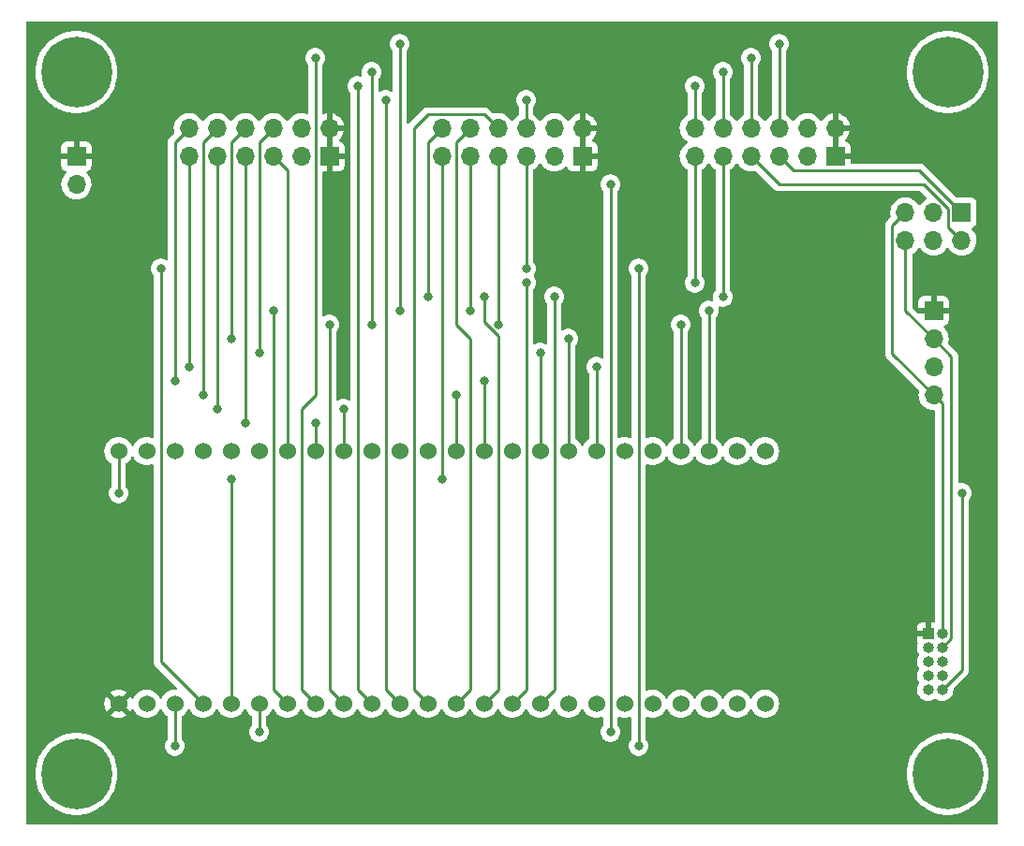
<source format=gbr>
%TF.GenerationSoftware,KiCad,Pcbnew,(6.0.10)*%
%TF.CreationDate,2023-01-05T14:16:17+01:00*%
%TF.ProjectId,pmod_hk-w806_baseboard,706d6f64-5f68-46b2-9d77-3830365f6261,rev?*%
%TF.SameCoordinates,Original*%
%TF.FileFunction,Copper,L1,Top*%
%TF.FilePolarity,Positive*%
%FSLAX46Y46*%
G04 Gerber Fmt 4.6, Leading zero omitted, Abs format (unit mm)*
G04 Created by KiCad (PCBNEW (6.0.10)) date 2023-01-05 14:16:17*
%MOMM*%
%LPD*%
G01*
G04 APERTURE LIST*
%TA.AperFunction,ComponentPad*%
%ADD10R,1.700000X1.700000*%
%TD*%
%TA.AperFunction,ComponentPad*%
%ADD11O,1.700000X1.700000*%
%TD*%
%TA.AperFunction,ComponentPad*%
%ADD12C,0.800000*%
%TD*%
%TA.AperFunction,ComponentPad*%
%ADD13C,6.400000*%
%TD*%
%TA.AperFunction,ComponentPad*%
%ADD14R,1.000000X1.000000*%
%TD*%
%TA.AperFunction,ComponentPad*%
%ADD15O,1.000000X1.000000*%
%TD*%
%TA.AperFunction,ComponentPad*%
%ADD16C,1.524000*%
%TD*%
%TA.AperFunction,ViaPad*%
%ADD17C,0.800000*%
%TD*%
%TA.AperFunction,Conductor*%
%ADD18C,0.250000*%
%TD*%
G04 APERTURE END LIST*
D10*
%TO.P,PMOD2,1,Pin_1*%
%TO.N,VCC*%
X96520000Y-30480000D03*
D11*
%TO.P,PMOD2,2,Pin_2*%
X96520000Y-27940000D03*
%TO.P,PMOD2,3,Pin_3*%
%TO.N,GND*%
X93980000Y-30480000D03*
%TO.P,PMOD2,4,Pin_4*%
X93980000Y-27940000D03*
%TO.P,PMOD2,5,Pin_5*%
%TO.N,PMOD_UART_RTS*%
X91440000Y-30480000D03*
%TO.P,PMOD2,6,Pin_6*%
%TO.N,PMOD_UART_GPIO4*%
X91440000Y-27940000D03*
%TO.P,PMOD2,7,Pin_7*%
%TO.N,PMOD_UART_RXD*%
X88900000Y-30480000D03*
%TO.P,PMOD2,8,Pin_8*%
%TO.N,PMOD_UART_GPIO3*%
X88900000Y-27940000D03*
%TO.P,PMOD2,9,Pin_9*%
%TO.N,PMOD_UART_TXD*%
X86360000Y-30480000D03*
%TO.P,PMOD2,10,Pin_10*%
%TO.N,PMOD_UART_GPIO2_RESET*%
X86360000Y-27940000D03*
%TO.P,PMOD2,11,Pin_11*%
%TO.N,PMOD_UART_CTS*%
X83820000Y-30480000D03*
%TO.P,PMOD2,12,Pin_12*%
%TO.N,PMOD_UART_GPIO1_INT*%
X83820000Y-27940000D03*
%TD*%
D10*
%TO.P,PMOD3,1,Pin_1*%
%TO.N,VCC*%
X119380000Y-30480000D03*
D11*
%TO.P,PMOD3,2,Pin_2*%
X119380000Y-27940000D03*
%TO.P,PMOD3,3,Pin_3*%
%TO.N,GND*%
X116840000Y-30480000D03*
%TO.P,PMOD3,4,Pin_4*%
X116840000Y-27940000D03*
%TO.P,PMOD3,5,Pin_5*%
%TO.N,PMOD_I2C_SDA*%
X114300000Y-30480000D03*
%TO.P,PMOD3,6,Pin_6*%
%TO.N,PMOD_I2C_GPIO4*%
X114300000Y-27940000D03*
%TO.P,PMOD3,7,Pin_7*%
%TO.N,PMOD_I2C_SCL*%
X111760000Y-30480000D03*
%TO.P,PMOD3,8,Pin_8*%
%TO.N,PMOD_I2C_GPIO3*%
X111760000Y-27940000D03*
%TO.P,PMOD3,9,Pin_9*%
%TO.N,PMOD_I2C_RESET*%
X109220000Y-30480000D03*
%TO.P,PMOD3,10,Pin_10*%
%TO.N,PMOD_I2C_GPIO2*%
X109220000Y-27940000D03*
%TO.P,PMOD3,11,Pin_11*%
%TO.N,PMOD_I2C_INT*%
X106680000Y-30480000D03*
%TO.P,PMOD3,12,Pin_12*%
%TO.N,PMOD_I2C_GPIO1*%
X106680000Y-27940000D03*
%TD*%
D10*
%TO.P,PMOD1,1,Pin_1*%
%TO.N,VCC*%
X73660000Y-30480000D03*
D11*
%TO.P,PMOD1,2,Pin_2*%
X73660000Y-27940000D03*
%TO.P,PMOD1,3,Pin_3*%
%TO.N,GND*%
X71120000Y-30480000D03*
%TO.P,PMOD1,4,Pin_4*%
X71120000Y-27940000D03*
%TO.P,PMOD1,5,Pin_5*%
%TO.N,PMOD_SPI_SCK*%
X68580000Y-30480000D03*
%TO.P,PMOD1,6,Pin_6*%
%TO.N,PMOD_SPI_GPIO4_CS3*%
X68580000Y-27940000D03*
%TO.P,PMOD1,7,Pin_7*%
%TO.N,PMOD_SPI_MISO*%
X66040000Y-30480000D03*
%TO.P,PMOD1,8,Pin_8*%
%TO.N,PMOD_SPI_GPIO3_CS2*%
X66040000Y-27940000D03*
%TO.P,PMOD1,9,Pin_9*%
%TO.N,PMOD_SPI_MOSI*%
X63500000Y-30480000D03*
%TO.P,PMOD1,10,Pin_10*%
%TO.N,PMOD_SPI_GPIO2_RESET*%
X63500000Y-27940000D03*
%TO.P,PMOD1,11,Pin_11*%
%TO.N,PMOD_SPI_CS*%
X60960000Y-30480000D03*
%TO.P,PMOD1,12,Pin_12*%
%TO.N,PMOD_SPI_GPIO1_INT*%
X60960000Y-27940000D03*
%TD*%
D12*
%TO.P,H3,1*%
%TO.N,N/C*%
X52497056Y-88057056D03*
X49102944Y-84662944D03*
X50800000Y-83960000D03*
X48400000Y-86360000D03*
X52497056Y-84662944D03*
X49102944Y-88057056D03*
X53200000Y-86360000D03*
D13*
X50800000Y-86360000D03*
D12*
X50800000Y-88760000D03*
%TD*%
%TO.P,H1,1*%
%TO.N,N/C*%
X50800000Y-20460000D03*
X52497056Y-24557056D03*
X50800000Y-25260000D03*
X53200000Y-22860000D03*
X48400000Y-22860000D03*
X52497056Y-21162944D03*
X49102944Y-24557056D03*
D13*
X50800000Y-22860000D03*
D12*
X49102944Y-21162944D03*
%TD*%
D10*
%TO.P,J1,1,Pin_1*%
%TO.N,PMOD_I2C_SDA*%
X130795000Y-35555000D03*
D11*
%TO.P,J1,2,Pin_2*%
%TO.N,PMOD_I2C_SCL*%
X130795000Y-38095000D03*
%TO.P,J1,3,Pin_3*%
%TO.N,PA4*%
X128255000Y-35555000D03*
%TO.P,J1,4,Pin_4*%
%TO.N,PA1*%
X128255000Y-38095000D03*
%TO.P,J1,5,Pin_5*%
%TO.N,TMS*%
X125715000Y-35555000D03*
%TO.P,J1,6,Pin_6*%
%TO.N,TCK*%
X125715000Y-38095000D03*
%TD*%
D12*
%TO.P,H4,1*%
%TO.N,N/C*%
X131237056Y-84662944D03*
X127842944Y-88057056D03*
D13*
X129540000Y-86360000D03*
D12*
X127140000Y-86360000D03*
X129540000Y-88760000D03*
X131237056Y-88057056D03*
X127842944Y-84662944D03*
X131940000Y-86360000D03*
X129540000Y-83960000D03*
%TD*%
%TO.P,H2,1*%
%TO.N,N/C*%
X131237056Y-21162944D03*
X131237056Y-24557056D03*
X127842944Y-21162944D03*
D13*
X129540000Y-22860000D03*
D12*
X129540000Y-25260000D03*
X131940000Y-22860000D03*
X129540000Y-20460000D03*
X127140000Y-22860000D03*
X127842944Y-24557056D03*
%TD*%
D14*
%TO.P,J3,1,Pin_1*%
%TO.N,VCC*%
X127770000Y-73660000D03*
D15*
%TO.P,J3,2,Pin_2*%
%TO.N,TMS*%
X129040000Y-73660000D03*
%TO.P,J3,3,Pin_3*%
%TO.N,GND*%
X127770000Y-74930000D03*
%TO.P,J3,4,Pin_4*%
%TO.N,TCK*%
X129040000Y-74930000D03*
%TO.P,J3,5,Pin_5*%
%TO.N,GND*%
X127770000Y-76200000D03*
%TO.P,J3,6,Pin_6*%
%TO.N,unconnected-(J3-Pad6)*%
X129040000Y-76200000D03*
%TO.P,J3,7,Pin_7*%
%TO.N,unconnected-(J3-Pad7)*%
X127770000Y-77470000D03*
%TO.P,J3,8,Pin_8*%
%TO.N,unconnected-(J3-Pad8)*%
X129040000Y-77470000D03*
%TO.P,J3,9,Pin_9*%
%TO.N,GND*%
X127770000Y-78740000D03*
%TO.P,J3,10,Pin_10*%
%TO.N,~{RST}*%
X129040000Y-78740000D03*
%TD*%
D10*
%TO.P,J4,1,Pin_1*%
%TO.N,VCC*%
X128270000Y-44450000D03*
D11*
%TO.P,J4,2,Pin_2*%
%TO.N,TCK*%
X128270000Y-46990000D03*
%TO.P,J4,3,Pin_3*%
%TO.N,GND*%
X128270000Y-49530000D03*
%TO.P,J4,4,Pin_4*%
%TO.N,TMS*%
X128270000Y-52070000D03*
%TD*%
D10*
%TO.P,J2,1,Pin_1*%
%TO.N,VCC*%
X50800000Y-30480000D03*
D11*
%TO.P,J2,2,Pin_2*%
%TO.N,GND*%
X50800000Y-33020000D03*
%TD*%
D16*
%TO.P,U1,1,VCC*%
%TO.N,VCC*%
X54610000Y-80010000D03*
%TO.P,U1,2,PA0*%
%TO.N,unconnected-(U1-Pad2)*%
X57150000Y-80010000D03*
%TO.P,U1,3,PA1*%
%TO.N,PA1*%
X59690000Y-80010000D03*
%TO.P,U1,4,PA2*%
%TO.N,PMOD_UART_RTS*%
X62230000Y-80010000D03*
%TO.P,U1,5,PA3*%
%TO.N,PMOD_UART_CTS*%
X64770000Y-80010000D03*
%TO.P,U1,6,PA4*%
%TO.N,PA4*%
X67310000Y-80010000D03*
%TO.P,U1,7,PA5*%
%TO.N,PMOD_I2C_GPIO4*%
X69850000Y-80010000D03*
%TO.P,U1,8,PA6*%
%TO.N,PMOD_I2C_GPIO3*%
X72390000Y-80010000D03*
%TO.P,U1,9,PA7*%
%TO.N,PMOD_I2C_GPIO2*%
X74930000Y-80010000D03*
%TO.P,U1,10,PA8*%
%TO.N,PMOD_I2C_GPIO1*%
X77470000Y-80010000D03*
%TO.P,U1,11,PA9*%
%TO.N,PMOD_UART_GPIO4*%
X80010000Y-80010000D03*
%TO.P,U1,12,PA10*%
%TO.N,PMOD_UART_GPIO3*%
X82550000Y-80010000D03*
%TO.P,U1,13,PA11*%
%TO.N,PMOD_UART_GPIO2_RESET*%
X85090000Y-80010000D03*
%TO.P,U1,14,PA12*%
%TO.N,PMOD_UART_GPIO1_INT*%
X87630000Y-80010000D03*
%TO.P,U1,15,PA13*%
%TO.N,PMOD_I2C_INT*%
X90170000Y-80010000D03*
%TO.P,U1,16,PA14*%
%TO.N,PMOD_I2C_RESET*%
X92710000Y-80010000D03*
%TO.P,U1,17,PA15*%
%TO.N,unconnected-(U1-Pad17)*%
X95250000Y-80010000D03*
%TO.P,U1,18,LED/PB0*%
%TO.N,unconnected-(U1-Pad18)*%
X97790000Y-80010000D03*
%TO.P,U1,19,LED/PB1*%
%TO.N,unconnected-(U1-Pad19)*%
X100330000Y-80010000D03*
%TO.P,U1,20,LED/PB2*%
%TO.N,unconnected-(U1-Pad20)*%
X102870000Y-80010000D03*
%TO.P,U1,21,LED/PB3*%
%TO.N,unconnected-(U1-Pad21)*%
X105410000Y-80010000D03*
%TO.P,U1,22,PB27*%
%TO.N,unconnected-(U1-Pad22)*%
X107950000Y-80010000D03*
%TO.P,U1,23,PB4*%
%TO.N,unconnected-(U1-Pad23)*%
X110490000Y-80010000D03*
%TO.P,U1,24,GND*%
%TO.N,GND*%
X113030000Y-80010000D03*
%TO.P,U1,25,GND*%
X113030000Y-57150000D03*
%TO.P,U1,26,PB5*%
%TO.N,unconnected-(U1-Pad26)*%
X110490000Y-57150000D03*
%TO.P,U1,27,PB6*%
%TO.N,PMOD_UART_TXD*%
X107950000Y-57150000D03*
%TO.P,U1,28,PB7*%
%TO.N,PMOD_UART_RXD*%
X105410000Y-57150000D03*
%TO.P,U1,29,LED/PB8*%
%TO.N,unconnected-(U1-Pad29)*%
X102870000Y-57150000D03*
%TO.P,U1,30,LED/PB9*%
%TO.N,unconnected-(U1-Pad30)*%
X100330000Y-57150000D03*
%TO.P,U1,31,PB12*%
%TO.N,PMOD_SPI_CS*%
X97790000Y-57150000D03*
%TO.P,U1,32,PB13*%
%TO.N,PMOD_SPI_GPIO3_CS2*%
X95250000Y-57150000D03*
%TO.P,U1,33,PB14*%
%TO.N,PMOD_SPI_GPIO4_CS3*%
X92710000Y-57150000D03*
%TO.P,U1,34,PB15*%
%TO.N,unconnected-(U1-Pad34)*%
X90170000Y-57150000D03*
%TO.P,U1,35,PB10*%
%TO.N,PMOD_SPI_GPIO1_INT*%
X87630000Y-57150000D03*
%TO.P,U1,36,PB11*%
%TO.N,PMOD_SPI_GPIO2_RESET*%
X85090000Y-57150000D03*
%TO.P,U1,37,PB16*%
%TO.N,unconnected-(U1-Pad37)*%
X82550000Y-57150000D03*
%TO.P,U1,38,PB17*%
%TO.N,unconnected-(U1-Pad38)*%
X80010000Y-57150000D03*
%TO.P,U1,39,PB18*%
%TO.N,unconnected-(U1-Pad39)*%
X77470000Y-57150000D03*
%TO.P,U1,40,PB26*%
%TO.N,PMOD_SPI_MOSI*%
X74930000Y-57150000D03*
%TO.P,U1,41,PB25*%
%TO.N,PMOD_SPI_MISO*%
X72390000Y-57150000D03*
%TO.P,U1,42,PB24*%
%TO.N,PMOD_SPI_SCK*%
X69850000Y-57150000D03*
%TO.P,U1,43,PB22*%
%TO.N,unconnected-(U1-Pad43)*%
X67310000Y-57150000D03*
%TO.P,U1,44,PB21*%
%TO.N,unconnected-(U1-Pad44)*%
X64770000Y-57150000D03*
%TO.P,U1,45,RX0/PB20*%
%TO.N,unconnected-(U1-Pad45)*%
X62230000Y-57150000D03*
%TO.P,U1,46,TX0/PB19*%
%TO.N,unconnected-(U1-Pad46)*%
X59690000Y-57150000D03*
%TO.P,U1,47,WAKEUP*%
%TO.N,unconnected-(U1-Pad47)*%
X57150000Y-57150000D03*
%TO.P,U1,48,RESET*%
%TO.N,~{RST}*%
X54610000Y-57150000D03*
%TD*%
D17*
%TO.N,PMOD_UART_GPIO4*%
X91440000Y-25400000D03*
X78740000Y-25400000D03*
%TO.N,PMOD_UART_GPIO1_INT*%
X87630000Y-43180000D03*
X82550000Y-43180000D03*
%TO.N,PMOD_UART_RTS*%
X91440000Y-40640000D03*
X58420000Y-40640000D03*
%TO.N,PMOD_UART_RXD*%
X105410000Y-45720000D03*
X88900000Y-45720000D03*
%TO.N,PMOD_UART_TXD*%
X107950000Y-44450000D03*
X86360000Y-44450000D03*
%TO.N,PMOD_UART_CTS*%
X64770000Y-59690000D03*
X83820000Y-59690000D03*
%TO.N,PMOD_SPI_MOSI*%
X63500000Y-53340000D03*
X74930000Y-53340000D03*
%TO.N,PMOD_SPI_MISO*%
X66040000Y-54610000D03*
X72390000Y-54610000D03*
%TO.N,PMOD_SPI_GPIO4_CS3*%
X92710000Y-48260000D03*
X67310000Y-48260000D03*
%TO.N,PMOD_SPI_GPIO3_CS2*%
X64770000Y-46990000D03*
X95250000Y-46990000D03*
%TO.N,PMOD_SPI_GPIO2_RESET*%
X85090000Y-52070000D03*
X62230000Y-52070000D03*
%TO.N,PMOD_SPI_GPIO1_INT*%
X59690000Y-50800000D03*
X87630000Y-50800000D03*
%TO.N,PMOD_SPI_CS*%
X97790000Y-49530000D03*
X60960000Y-49530000D03*
%TO.N,PMOD_I2C_RESET*%
X109220000Y-43180000D03*
X93980000Y-43180000D03*
%TO.N,PMOD_I2C_INT*%
X91440000Y-41910000D03*
X106680000Y-41910000D03*
%TO.N,PMOD_I2C_GPIO4*%
X68580000Y-44450000D03*
X80010000Y-44450000D03*
X80010000Y-20320000D03*
X114300000Y-20320000D03*
%TO.N,PMOD_I2C_GPIO3*%
X72390000Y-21590000D03*
X111760000Y-21590000D03*
%TO.N,PMOD_I2C_GPIO2*%
X77470000Y-22860000D03*
X77470000Y-45720000D03*
X73660000Y-45720000D03*
X109220000Y-22860000D03*
%TO.N,PMOD_I2C_GPIO1*%
X76200000Y-24130000D03*
X106680000Y-24130000D03*
%TO.N,PA4*%
X67310000Y-82550000D03*
X99060000Y-82550000D03*
X99060000Y-33020000D03*
%TO.N,PA1*%
X101600000Y-40640000D03*
X101600000Y-83820000D03*
X59690000Y-83820000D03*
%TO.N,~{RST}*%
X54610000Y-60960000D03*
X130810000Y-60960000D03*
%TD*%
D18*
%TO.N,PMOD_UART_GPIO4*%
X78740000Y-25400000D02*
X78740000Y-78740000D01*
X78740000Y-78740000D02*
X80010000Y-80010000D01*
X91440000Y-27940000D02*
X91440000Y-25400000D01*
%TO.N,PMOD_UART_GPIO3*%
X81280000Y-27940000D02*
X82550000Y-26670000D01*
X81280000Y-78740000D02*
X81280000Y-27940000D01*
X87630000Y-26670000D02*
X88900000Y-27940000D01*
X82550000Y-80010000D02*
X81280000Y-78740000D01*
X82550000Y-26670000D02*
X87630000Y-26670000D01*
%TO.N,PMOD_UART_GPIO2_RESET*%
X85090000Y-45720000D02*
X85090000Y-29210000D01*
X86360000Y-78740000D02*
X86360000Y-46990000D01*
X85090000Y-29210000D02*
X86360000Y-27940000D01*
X85090000Y-80010000D02*
X86360000Y-78740000D01*
X86360000Y-46990000D02*
X85090000Y-45720000D01*
%TO.N,PMOD_UART_GPIO1_INT*%
X87630000Y-80010000D02*
X88900000Y-78740000D01*
X88900000Y-78740000D02*
X88900000Y-46745305D01*
X88900000Y-46745305D02*
X87630000Y-45475305D01*
X87630000Y-45475305D02*
X87630000Y-43180000D01*
X82550000Y-29210000D02*
X83820000Y-27940000D01*
X82550000Y-43180000D02*
X82550000Y-29210000D01*
%TO.N,PMOD_UART_RTS*%
X58420000Y-76200000D02*
X58420000Y-40640000D01*
X62230000Y-80010000D02*
X60960000Y-78740000D01*
X91440000Y-40640000D02*
X91440000Y-30480000D01*
X60960000Y-78740000D02*
X58420000Y-76200000D01*
%TO.N,PMOD_UART_RXD*%
X105410000Y-57150000D02*
X105410000Y-45720000D01*
X88900000Y-45720000D02*
X88900000Y-30480000D01*
%TO.N,PMOD_UART_TXD*%
X86360000Y-44450000D02*
X86360000Y-30480000D01*
X107950000Y-57150000D02*
X107950000Y-44450000D01*
%TO.N,PMOD_UART_CTS*%
X64770000Y-59690000D02*
X64770000Y-80010000D01*
X83820000Y-30480000D02*
X83820000Y-59690000D01*
%TO.N,PMOD_SPI_SCK*%
X69850000Y-31750000D02*
X68580000Y-30480000D01*
X69850000Y-57150000D02*
X69850000Y-31750000D01*
%TO.N,PMOD_SPI_MOSI*%
X74930000Y-57150000D02*
X74930000Y-53340000D01*
X63500000Y-53340000D02*
X63500000Y-30480000D01*
%TO.N,PMOD_SPI_MISO*%
X66040000Y-54610000D02*
X66040000Y-30480000D01*
X72390000Y-57150000D02*
X72390000Y-54610000D01*
%TO.N,PMOD_SPI_GPIO4_CS3*%
X67310000Y-48260000D02*
X67310000Y-29210000D01*
X67310000Y-29210000D02*
X68580000Y-27940000D01*
X92710000Y-57150000D02*
X92710000Y-48260000D01*
%TO.N,PMOD_SPI_GPIO3_CS2*%
X64770000Y-29210000D02*
X66040000Y-27940000D01*
X64770000Y-46990000D02*
X64770000Y-29210000D01*
X95250000Y-57150000D02*
X95250000Y-46990000D01*
%TO.N,PMOD_SPI_GPIO2_RESET*%
X85090000Y-57150000D02*
X85090000Y-52070000D01*
X62230000Y-52070000D02*
X62230000Y-29210000D01*
X62230000Y-29210000D02*
X63500000Y-27940000D01*
%TO.N,PMOD_SPI_GPIO1_INT*%
X59690000Y-29210000D02*
X60960000Y-27940000D01*
X59690000Y-50800000D02*
X59690000Y-29210000D01*
X87630000Y-57150000D02*
X87630000Y-50800000D01*
%TO.N,PMOD_SPI_CS*%
X60960000Y-30480000D02*
X60960000Y-49530000D01*
X97790000Y-49530000D02*
X97790000Y-57150000D01*
%TO.N,PMOD_I2C_SDA*%
X130795000Y-35555000D02*
X126990000Y-31750000D01*
X126990000Y-31750000D02*
X115570000Y-31750000D01*
X115570000Y-31750000D02*
X114300000Y-30480000D01*
%TO.N,PMOD_I2C_SCL*%
X111760000Y-30480000D02*
X114300000Y-33020000D01*
X129620000Y-35258299D02*
X129620000Y-36920000D01*
X114300000Y-33020000D02*
X127381701Y-33020000D01*
X129620000Y-36920000D02*
X130795000Y-38095000D01*
X127381701Y-33020000D02*
X129620000Y-35258299D01*
%TO.N,PMOD_I2C_RESET*%
X93980000Y-78740000D02*
X93980000Y-43180000D01*
X92710000Y-80010000D02*
X93980000Y-78740000D01*
X109220000Y-43180000D02*
X109220000Y-30480000D01*
%TO.N,PMOD_I2C_INT*%
X91440000Y-78740000D02*
X91440000Y-41910000D01*
X106680000Y-41910000D02*
X106680000Y-30480000D01*
X90170000Y-80010000D02*
X91440000Y-78740000D01*
%TO.N,PMOD_I2C_GPIO4*%
X68580000Y-45720000D02*
X68580000Y-44450000D01*
X80010000Y-44450000D02*
X80010000Y-20320000D01*
X69850000Y-80010000D02*
X68580000Y-78740000D01*
X68580000Y-78740000D02*
X68580000Y-45720000D01*
X114300000Y-20320000D02*
X114300000Y-27940000D01*
%TO.N,PMOD_I2C_GPIO3*%
X111760000Y-27940000D02*
X111760000Y-21590000D01*
X72390000Y-52070000D02*
X71120000Y-53340000D01*
X72390000Y-21590000D02*
X72390000Y-52070000D01*
X71120000Y-53340000D02*
X71120000Y-78740000D01*
X71120000Y-78740000D02*
X72390000Y-80010000D01*
%TO.N,PMOD_I2C_GPIO2*%
X77470000Y-45720000D02*
X77470000Y-22860000D01*
X74930000Y-80010000D02*
X73660000Y-78740000D01*
X109220000Y-22860000D02*
X109220000Y-27940000D01*
X73660000Y-78740000D02*
X73660000Y-45720000D01*
%TO.N,PMOD_I2C_GPIO1*%
X76200000Y-78740000D02*
X76200000Y-24130000D01*
X77470000Y-80010000D02*
X76200000Y-78740000D01*
X106680000Y-24130000D02*
X106680000Y-27940000D01*
%TO.N,PA4*%
X99060000Y-82550000D02*
X99060000Y-33020000D01*
X67310000Y-80010000D02*
X67310000Y-82550000D01*
%TO.N,PA1*%
X59690000Y-80010000D02*
X59690000Y-83820000D01*
X101600000Y-83820000D02*
X101600000Y-40640000D01*
%TO.N,TMS*%
X124540000Y-48340000D02*
X128270000Y-52070000D01*
X124540000Y-36730000D02*
X124540000Y-48340000D01*
X129040000Y-52840000D02*
X129040000Y-73660000D01*
X128270000Y-52070000D02*
X129040000Y-52840000D01*
X125715000Y-35555000D02*
X124540000Y-36730000D01*
%TO.N,TCK*%
X125715000Y-44435000D02*
X128270000Y-46990000D01*
X129865000Y-74105000D02*
X129865000Y-48585000D01*
X129040000Y-74930000D02*
X129865000Y-74105000D01*
X129865000Y-48585000D02*
X128270000Y-46990000D01*
X125715000Y-38095000D02*
X125715000Y-44435000D01*
%TO.N,~{RST}*%
X130810000Y-76970000D02*
X129040000Y-78740000D01*
X130810000Y-60960000D02*
X130810000Y-76970000D01*
X54610000Y-57150000D02*
X54610000Y-60960000D01*
%TD*%
%TA.AperFunction,Conductor*%
%TO.N,VCC*%
G36*
X134053621Y-18308502D02*
G01*
X134100114Y-18362158D01*
X134111500Y-18414500D01*
X134111500Y-90805500D01*
X134091498Y-90873621D01*
X134037842Y-90920114D01*
X133985500Y-90931500D01*
X46354500Y-90931500D01*
X46286379Y-90911498D01*
X46239886Y-90857842D01*
X46228500Y-90805500D01*
X46228500Y-86360000D01*
X47086411Y-86360000D01*
X47106754Y-86748176D01*
X47167562Y-87132099D01*
X47268167Y-87507562D01*
X47407468Y-87870453D01*
X47583938Y-88216794D01*
X47795643Y-88542793D01*
X48040266Y-88844876D01*
X48315124Y-89119734D01*
X48617207Y-89364357D01*
X48943205Y-89576062D01*
X48946139Y-89577557D01*
X48946146Y-89577561D01*
X49286607Y-89751034D01*
X49289547Y-89752532D01*
X49652438Y-89891833D01*
X50027901Y-89992438D01*
X50231793Y-90024732D01*
X50408576Y-90052732D01*
X50408584Y-90052733D01*
X50411824Y-90053246D01*
X50800000Y-90073589D01*
X51188176Y-90053246D01*
X51191416Y-90052733D01*
X51191424Y-90052732D01*
X51368207Y-90024732D01*
X51572099Y-89992438D01*
X51947562Y-89891833D01*
X52310453Y-89752532D01*
X52313393Y-89751034D01*
X52653854Y-89577561D01*
X52653861Y-89577557D01*
X52656795Y-89576062D01*
X52982793Y-89364357D01*
X53284876Y-89119734D01*
X53559734Y-88844876D01*
X53804357Y-88542793D01*
X54016062Y-88216794D01*
X54192532Y-87870453D01*
X54331833Y-87507562D01*
X54432438Y-87132099D01*
X54493246Y-86748176D01*
X54513589Y-86360000D01*
X125826411Y-86360000D01*
X125846754Y-86748176D01*
X125907562Y-87132099D01*
X126008167Y-87507562D01*
X126147468Y-87870453D01*
X126323938Y-88216794D01*
X126535643Y-88542793D01*
X126780266Y-88844876D01*
X127055124Y-89119734D01*
X127357207Y-89364357D01*
X127683205Y-89576062D01*
X127686139Y-89577557D01*
X127686146Y-89577561D01*
X128026607Y-89751034D01*
X128029547Y-89752532D01*
X128392438Y-89891833D01*
X128767901Y-89992438D01*
X128971793Y-90024732D01*
X129148576Y-90052732D01*
X129148584Y-90052733D01*
X129151824Y-90053246D01*
X129540000Y-90073589D01*
X129928176Y-90053246D01*
X129931416Y-90052733D01*
X129931424Y-90052732D01*
X130108207Y-90024732D01*
X130312099Y-89992438D01*
X130687562Y-89891833D01*
X131050453Y-89752532D01*
X131053393Y-89751034D01*
X131393854Y-89577561D01*
X131393861Y-89577557D01*
X131396795Y-89576062D01*
X131722793Y-89364357D01*
X132024876Y-89119734D01*
X132299734Y-88844876D01*
X132544357Y-88542793D01*
X132756062Y-88216794D01*
X132932532Y-87870453D01*
X133071833Y-87507562D01*
X133172438Y-87132099D01*
X133233246Y-86748176D01*
X133253589Y-86360000D01*
X133233246Y-85971824D01*
X133172438Y-85587901D01*
X133071833Y-85212438D01*
X132932532Y-84849547D01*
X132756062Y-84503206D01*
X132750055Y-84493955D01*
X132546152Y-84179971D01*
X132546152Y-84179970D01*
X132544357Y-84177207D01*
X132299734Y-83875124D01*
X132024876Y-83600266D01*
X131722793Y-83355643D01*
X131694450Y-83337237D01*
X131399564Y-83145736D01*
X131399561Y-83145734D01*
X131396795Y-83143938D01*
X131393861Y-83142443D01*
X131393854Y-83142439D01*
X131053393Y-82968966D01*
X131050453Y-82967468D01*
X130687562Y-82828167D01*
X130312099Y-82727562D01*
X130108207Y-82695268D01*
X129931424Y-82667268D01*
X129931416Y-82667267D01*
X129928176Y-82666754D01*
X129540000Y-82646411D01*
X129151824Y-82666754D01*
X129148584Y-82667267D01*
X129148576Y-82667268D01*
X128971793Y-82695268D01*
X128767901Y-82727562D01*
X128392438Y-82828167D01*
X128029547Y-82967468D01*
X128026607Y-82968966D01*
X127686147Y-83142439D01*
X127686140Y-83142443D01*
X127683206Y-83143938D01*
X127680440Y-83145734D01*
X127680437Y-83145736D01*
X127546448Y-83232749D01*
X127357207Y-83355643D01*
X127055124Y-83600266D01*
X126780266Y-83875124D01*
X126535643Y-84177207D01*
X126533848Y-84179970D01*
X126533848Y-84179971D01*
X126329946Y-84493955D01*
X126323938Y-84503206D01*
X126147468Y-84849547D01*
X126008167Y-85212438D01*
X125907562Y-85587901D01*
X125846754Y-85971824D01*
X125826411Y-86360000D01*
X54513589Y-86360000D01*
X54493246Y-85971824D01*
X54432438Y-85587901D01*
X54331833Y-85212438D01*
X54192532Y-84849547D01*
X54016062Y-84503206D01*
X54010055Y-84493955D01*
X53806152Y-84179971D01*
X53806152Y-84179970D01*
X53804357Y-84177207D01*
X53559734Y-83875124D01*
X53284876Y-83600266D01*
X52982793Y-83355643D01*
X52954450Y-83337237D01*
X52659564Y-83145736D01*
X52659561Y-83145734D01*
X52656795Y-83143938D01*
X52653861Y-83142443D01*
X52653854Y-83142439D01*
X52313393Y-82968966D01*
X52310453Y-82967468D01*
X51947562Y-82828167D01*
X51572099Y-82727562D01*
X51368207Y-82695268D01*
X51191424Y-82667268D01*
X51191416Y-82667267D01*
X51188176Y-82666754D01*
X50800000Y-82646411D01*
X50411824Y-82666754D01*
X50408584Y-82667267D01*
X50408576Y-82667268D01*
X50231793Y-82695268D01*
X50027901Y-82727562D01*
X49652438Y-82828167D01*
X49289547Y-82967468D01*
X49286607Y-82968966D01*
X48946147Y-83142439D01*
X48946140Y-83142443D01*
X48943206Y-83143938D01*
X48940440Y-83145734D01*
X48940437Y-83145736D01*
X48806448Y-83232749D01*
X48617207Y-83355643D01*
X48315124Y-83600266D01*
X48040266Y-83875124D01*
X47795643Y-84177207D01*
X47793848Y-84179970D01*
X47793848Y-84179971D01*
X47589946Y-84493955D01*
X47583938Y-84503206D01*
X47407468Y-84849547D01*
X47268167Y-85212438D01*
X47167562Y-85587901D01*
X47106754Y-85971824D01*
X47086411Y-86360000D01*
X46228500Y-86360000D01*
X46228500Y-81068777D01*
X53915777Y-81068777D01*
X53925074Y-81080793D01*
X53968069Y-81110898D01*
X53977555Y-81116376D01*
X54168993Y-81205645D01*
X54179285Y-81209391D01*
X54383309Y-81264059D01*
X54394104Y-81265962D01*
X54604525Y-81284372D01*
X54615475Y-81284372D01*
X54825896Y-81265962D01*
X54836691Y-81264059D01*
X55040715Y-81209391D01*
X55051007Y-81205645D01*
X55242445Y-81116376D01*
X55251931Y-81110898D01*
X55295764Y-81080207D01*
X55304139Y-81069729D01*
X55297071Y-81056281D01*
X54622812Y-80382022D01*
X54608868Y-80374408D01*
X54607035Y-80374539D01*
X54600420Y-80378790D01*
X53922207Y-81057003D01*
X53915777Y-81068777D01*
X46228500Y-81068777D01*
X46228500Y-80015475D01*
X53335628Y-80015475D01*
X53354038Y-80225896D01*
X53355941Y-80236691D01*
X53410609Y-80440715D01*
X53414355Y-80451007D01*
X53503623Y-80642441D01*
X53509103Y-80651932D01*
X53539794Y-80695765D01*
X53550271Y-80704140D01*
X53563718Y-80697072D01*
X54237978Y-80022812D01*
X54245592Y-80008868D01*
X54245461Y-80007035D01*
X54241210Y-80000420D01*
X53562997Y-79322207D01*
X53551223Y-79315777D01*
X53539207Y-79325074D01*
X53509103Y-79368068D01*
X53503623Y-79377559D01*
X53414355Y-79568993D01*
X53410609Y-79579285D01*
X53355941Y-79783309D01*
X53354038Y-79794104D01*
X53335628Y-80004525D01*
X53335628Y-80015475D01*
X46228500Y-80015475D01*
X46228500Y-78950271D01*
X53915860Y-78950271D01*
X53922928Y-78963718D01*
X54597188Y-79637978D01*
X54611132Y-79645592D01*
X54612965Y-79645461D01*
X54619580Y-79641210D01*
X55297793Y-78962997D01*
X55304223Y-78951223D01*
X55294926Y-78939207D01*
X55251931Y-78909102D01*
X55242445Y-78903624D01*
X55051007Y-78814355D01*
X55040715Y-78810609D01*
X54836691Y-78755941D01*
X54825896Y-78754038D01*
X54615475Y-78735628D01*
X54604525Y-78735628D01*
X54394104Y-78754038D01*
X54383309Y-78755941D01*
X54179285Y-78810609D01*
X54168993Y-78814355D01*
X53977559Y-78903623D01*
X53968068Y-78909103D01*
X53924235Y-78939794D01*
X53915860Y-78950271D01*
X46228500Y-78950271D01*
X46228500Y-57150000D01*
X53334647Y-57150000D01*
X53354022Y-57371463D01*
X53411560Y-57586196D01*
X53413882Y-57591177D01*
X53413883Y-57591178D01*
X53503186Y-57782689D01*
X53503189Y-57782694D01*
X53505512Y-57787676D01*
X53633023Y-57969781D01*
X53790219Y-58126977D01*
X53794727Y-58130134D01*
X53794730Y-58130136D01*
X53922771Y-58219791D01*
X53967099Y-58275248D01*
X53976500Y-58323004D01*
X53976500Y-60257476D01*
X53956498Y-60325597D01*
X53944142Y-60341779D01*
X53870960Y-60423056D01*
X53775473Y-60588444D01*
X53716458Y-60770072D01*
X53696496Y-60960000D01*
X53716458Y-61149928D01*
X53775473Y-61331556D01*
X53870960Y-61496944D01*
X53998747Y-61638866D01*
X54153248Y-61751118D01*
X54159276Y-61753802D01*
X54159278Y-61753803D01*
X54321681Y-61826109D01*
X54327712Y-61828794D01*
X54421113Y-61848647D01*
X54508056Y-61867128D01*
X54508061Y-61867128D01*
X54514513Y-61868500D01*
X54705487Y-61868500D01*
X54711939Y-61867128D01*
X54711944Y-61867128D01*
X54798887Y-61848647D01*
X54892288Y-61828794D01*
X54898319Y-61826109D01*
X55060722Y-61753803D01*
X55060724Y-61753802D01*
X55066752Y-61751118D01*
X55221253Y-61638866D01*
X55349040Y-61496944D01*
X55444527Y-61331556D01*
X55503542Y-61149928D01*
X55523504Y-60960000D01*
X55503542Y-60770072D01*
X55444527Y-60588444D01*
X55349040Y-60423056D01*
X55275863Y-60341785D01*
X55245147Y-60277779D01*
X55243500Y-60257476D01*
X55243500Y-58323004D01*
X55263502Y-58254883D01*
X55297229Y-58219791D01*
X55425270Y-58130136D01*
X55425273Y-58130134D01*
X55429781Y-58126977D01*
X55586977Y-57969781D01*
X55714488Y-57787676D01*
X55716811Y-57782694D01*
X55716814Y-57782689D01*
X55765805Y-57677627D01*
X55812723Y-57624342D01*
X55881000Y-57604881D01*
X55948960Y-57625423D01*
X55994195Y-57677627D01*
X56043186Y-57782689D01*
X56043189Y-57782694D01*
X56045512Y-57787676D01*
X56173023Y-57969781D01*
X56330219Y-58126977D01*
X56334727Y-58130134D01*
X56334730Y-58130136D01*
X56410495Y-58183187D01*
X56512323Y-58254488D01*
X56517305Y-58256811D01*
X56517310Y-58256814D01*
X56692751Y-58338623D01*
X56713804Y-58348440D01*
X56719112Y-58349862D01*
X56719114Y-58349863D01*
X56745526Y-58356940D01*
X56928537Y-58405978D01*
X57150000Y-58425353D01*
X57371463Y-58405978D01*
X57554474Y-58356940D01*
X57580886Y-58349863D01*
X57580888Y-58349862D01*
X57586196Y-58348440D01*
X57591178Y-58346117D01*
X57591183Y-58346115D01*
X57607249Y-58338623D01*
X57677440Y-58327961D01*
X57742253Y-58356940D01*
X57781110Y-58416359D01*
X57786500Y-58452817D01*
X57786500Y-76121233D01*
X57785973Y-76132416D01*
X57784298Y-76139909D01*
X57784547Y-76147835D01*
X57784547Y-76147836D01*
X57786438Y-76207986D01*
X57786500Y-76211945D01*
X57786500Y-76239856D01*
X57786997Y-76243790D01*
X57786997Y-76243791D01*
X57787005Y-76243856D01*
X57787938Y-76255693D01*
X57789327Y-76299889D01*
X57794978Y-76319339D01*
X57798987Y-76338700D01*
X57801526Y-76358797D01*
X57804445Y-76366168D01*
X57804445Y-76366170D01*
X57817804Y-76399912D01*
X57821649Y-76411142D01*
X57833982Y-76453593D01*
X57838015Y-76460412D01*
X57838017Y-76460417D01*
X57844293Y-76471028D01*
X57852988Y-76488776D01*
X57860448Y-76507617D01*
X57865110Y-76514033D01*
X57865110Y-76514034D01*
X57886436Y-76543387D01*
X57892952Y-76553307D01*
X57915458Y-76591362D01*
X57929779Y-76605683D01*
X57942619Y-76620716D01*
X57954528Y-76637107D01*
X57960634Y-76642158D01*
X57988605Y-76665298D01*
X57997384Y-76673288D01*
X59849309Y-78525213D01*
X59883335Y-78587525D01*
X59878270Y-78658340D01*
X59835723Y-78715176D01*
X59769203Y-78739987D01*
X59749233Y-78739829D01*
X59695475Y-78735126D01*
X59690000Y-78734647D01*
X59468537Y-78754022D01*
X59372124Y-78779856D01*
X59259114Y-78810137D01*
X59259112Y-78810138D01*
X59253804Y-78811560D01*
X59248823Y-78813882D01*
X59248822Y-78813883D01*
X59057311Y-78903186D01*
X59057306Y-78903189D01*
X59052324Y-78905512D01*
X59047817Y-78908668D01*
X59047815Y-78908669D01*
X58874730Y-79029864D01*
X58874727Y-79029866D01*
X58870219Y-79033023D01*
X58713023Y-79190219D01*
X58709866Y-79194727D01*
X58709864Y-79194730D01*
X58588669Y-79367815D01*
X58585512Y-79372324D01*
X58583189Y-79377306D01*
X58583186Y-79377311D01*
X58534195Y-79482373D01*
X58487277Y-79535658D01*
X58419000Y-79555119D01*
X58351040Y-79534577D01*
X58305805Y-79482373D01*
X58256814Y-79377311D01*
X58256811Y-79377306D01*
X58254488Y-79372324D01*
X58251331Y-79367815D01*
X58130136Y-79194730D01*
X58130134Y-79194727D01*
X58126977Y-79190219D01*
X57969781Y-79033023D01*
X57965273Y-79029866D01*
X57965270Y-79029864D01*
X57871939Y-78964513D01*
X57787677Y-78905512D01*
X57782695Y-78903189D01*
X57782690Y-78903186D01*
X57591178Y-78813883D01*
X57591177Y-78813882D01*
X57586196Y-78811560D01*
X57580888Y-78810138D01*
X57580886Y-78810137D01*
X57467876Y-78779856D01*
X57371463Y-78754022D01*
X57150000Y-78734647D01*
X56928537Y-78754022D01*
X56832124Y-78779856D01*
X56719114Y-78810137D01*
X56719112Y-78810138D01*
X56713804Y-78811560D01*
X56708823Y-78813882D01*
X56708822Y-78813883D01*
X56517311Y-78903186D01*
X56517306Y-78903189D01*
X56512324Y-78905512D01*
X56507817Y-78908668D01*
X56507815Y-78908669D01*
X56334730Y-79029864D01*
X56334727Y-79029866D01*
X56330219Y-79033023D01*
X56173023Y-79190219D01*
X56169866Y-79194727D01*
X56169864Y-79194730D01*
X56048669Y-79367815D01*
X56045512Y-79372324D01*
X56043189Y-79377306D01*
X56043186Y-79377311D01*
X55993919Y-79482965D01*
X55947001Y-79536250D01*
X55878724Y-79555711D01*
X55810764Y-79535169D01*
X55765529Y-79482965D01*
X55716377Y-79377559D01*
X55710897Y-79368068D01*
X55680206Y-79324235D01*
X55669729Y-79315860D01*
X55656282Y-79322928D01*
X54982022Y-79997188D01*
X54974408Y-80011132D01*
X54974539Y-80012965D01*
X54978790Y-80019580D01*
X55657003Y-80697793D01*
X55668777Y-80704223D01*
X55680793Y-80694926D01*
X55710897Y-80651932D01*
X55716377Y-80642441D01*
X55765529Y-80537035D01*
X55812447Y-80483750D01*
X55880724Y-80464289D01*
X55948684Y-80484831D01*
X55993919Y-80537035D01*
X56043186Y-80642689D01*
X56043189Y-80642694D01*
X56045512Y-80647676D01*
X56048668Y-80652183D01*
X56048669Y-80652185D01*
X56085107Y-80704223D01*
X56173023Y-80829781D01*
X56330219Y-80986977D01*
X56334727Y-80990134D01*
X56334730Y-80990136D01*
X56410495Y-81043187D01*
X56512323Y-81114488D01*
X56517305Y-81116811D01*
X56517310Y-81116814D01*
X56692751Y-81198623D01*
X56713804Y-81208440D01*
X56719112Y-81209862D01*
X56719114Y-81209863D01*
X56745526Y-81216940D01*
X56928537Y-81265978D01*
X57150000Y-81285353D01*
X57371463Y-81265978D01*
X57554474Y-81216940D01*
X57580886Y-81209863D01*
X57580888Y-81209862D01*
X57586196Y-81208440D01*
X57607249Y-81198623D01*
X57782690Y-81116814D01*
X57782695Y-81116811D01*
X57787677Y-81114488D01*
X57889505Y-81043187D01*
X57965270Y-80990136D01*
X57965273Y-80990134D01*
X57969781Y-80986977D01*
X58126977Y-80829781D01*
X58214894Y-80704223D01*
X58251331Y-80652185D01*
X58251332Y-80652183D01*
X58254488Y-80647676D01*
X58256811Y-80642694D01*
X58256814Y-80642689D01*
X58305805Y-80537627D01*
X58352723Y-80484342D01*
X58421000Y-80464881D01*
X58488960Y-80485423D01*
X58534195Y-80537627D01*
X58583186Y-80642689D01*
X58583189Y-80642694D01*
X58585512Y-80647676D01*
X58588668Y-80652183D01*
X58588669Y-80652185D01*
X58625107Y-80704223D01*
X58713023Y-80829781D01*
X58870219Y-80986977D01*
X58874727Y-80990134D01*
X58874730Y-80990136D01*
X59002771Y-81079791D01*
X59047099Y-81135248D01*
X59056500Y-81183004D01*
X59056500Y-83117476D01*
X59036498Y-83185597D01*
X59024142Y-83201779D01*
X58950960Y-83283056D01*
X58855473Y-83448444D01*
X58796458Y-83630072D01*
X58776496Y-83820000D01*
X58796458Y-84009928D01*
X58855473Y-84191556D01*
X58950960Y-84356944D01*
X59078747Y-84498866D01*
X59233248Y-84611118D01*
X59239276Y-84613802D01*
X59239278Y-84613803D01*
X59401681Y-84686109D01*
X59407712Y-84688794D01*
X59501113Y-84708647D01*
X59588056Y-84727128D01*
X59588061Y-84727128D01*
X59594513Y-84728500D01*
X59785487Y-84728500D01*
X59791939Y-84727128D01*
X59791944Y-84727128D01*
X59878887Y-84708647D01*
X59972288Y-84688794D01*
X59978319Y-84686109D01*
X60140722Y-84613803D01*
X60140724Y-84613802D01*
X60146752Y-84611118D01*
X60301253Y-84498866D01*
X60429040Y-84356944D01*
X60524527Y-84191556D01*
X60583542Y-84009928D01*
X60603504Y-83820000D01*
X60583542Y-83630072D01*
X60524527Y-83448444D01*
X60429040Y-83283056D01*
X60355863Y-83201785D01*
X60325147Y-83137779D01*
X60323500Y-83117476D01*
X60323500Y-81183004D01*
X60343502Y-81114883D01*
X60377229Y-81079791D01*
X60505270Y-80990136D01*
X60505273Y-80990134D01*
X60509781Y-80986977D01*
X60666977Y-80829781D01*
X60754894Y-80704223D01*
X60791331Y-80652185D01*
X60791332Y-80652183D01*
X60794488Y-80647676D01*
X60796811Y-80642694D01*
X60796814Y-80642689D01*
X60845805Y-80537627D01*
X60892723Y-80484342D01*
X60961000Y-80464881D01*
X61028960Y-80485423D01*
X61074195Y-80537627D01*
X61123186Y-80642689D01*
X61123189Y-80642694D01*
X61125512Y-80647676D01*
X61128668Y-80652183D01*
X61128669Y-80652185D01*
X61165107Y-80704223D01*
X61253023Y-80829781D01*
X61410219Y-80986977D01*
X61414727Y-80990134D01*
X61414730Y-80990136D01*
X61490495Y-81043187D01*
X61592323Y-81114488D01*
X61597305Y-81116811D01*
X61597310Y-81116814D01*
X61772751Y-81198623D01*
X61793804Y-81208440D01*
X61799112Y-81209862D01*
X61799114Y-81209863D01*
X61825526Y-81216940D01*
X62008537Y-81265978D01*
X62230000Y-81285353D01*
X62451463Y-81265978D01*
X62634474Y-81216940D01*
X62660886Y-81209863D01*
X62660888Y-81209862D01*
X62666196Y-81208440D01*
X62687249Y-81198623D01*
X62862690Y-81116814D01*
X62862695Y-81116811D01*
X62867677Y-81114488D01*
X62969505Y-81043187D01*
X63045270Y-80990136D01*
X63045273Y-80990134D01*
X63049781Y-80986977D01*
X63206977Y-80829781D01*
X63294894Y-80704223D01*
X63331331Y-80652185D01*
X63331332Y-80652183D01*
X63334488Y-80647676D01*
X63336811Y-80642694D01*
X63336814Y-80642689D01*
X63385805Y-80537627D01*
X63432723Y-80484342D01*
X63501000Y-80464881D01*
X63568960Y-80485423D01*
X63614195Y-80537627D01*
X63663186Y-80642689D01*
X63663189Y-80642694D01*
X63665512Y-80647676D01*
X63668668Y-80652183D01*
X63668669Y-80652185D01*
X63705107Y-80704223D01*
X63793023Y-80829781D01*
X63950219Y-80986977D01*
X63954727Y-80990134D01*
X63954730Y-80990136D01*
X64030495Y-81043187D01*
X64132323Y-81114488D01*
X64137305Y-81116811D01*
X64137310Y-81116814D01*
X64312751Y-81198623D01*
X64333804Y-81208440D01*
X64339112Y-81209862D01*
X64339114Y-81209863D01*
X64365526Y-81216940D01*
X64548537Y-81265978D01*
X64770000Y-81285353D01*
X64991463Y-81265978D01*
X65174474Y-81216940D01*
X65200886Y-81209863D01*
X65200888Y-81209862D01*
X65206196Y-81208440D01*
X65227249Y-81198623D01*
X65402690Y-81116814D01*
X65402695Y-81116811D01*
X65407677Y-81114488D01*
X65509505Y-81043187D01*
X65585270Y-80990136D01*
X65585273Y-80990134D01*
X65589781Y-80986977D01*
X65746977Y-80829781D01*
X65834894Y-80704223D01*
X65871331Y-80652185D01*
X65871332Y-80652183D01*
X65874488Y-80647676D01*
X65876811Y-80642694D01*
X65876814Y-80642689D01*
X65925805Y-80537627D01*
X65972723Y-80484342D01*
X66041000Y-80464881D01*
X66108960Y-80485423D01*
X66154195Y-80537627D01*
X66203186Y-80642689D01*
X66203189Y-80642694D01*
X66205512Y-80647676D01*
X66208668Y-80652183D01*
X66208669Y-80652185D01*
X66245107Y-80704223D01*
X66333023Y-80829781D01*
X66490219Y-80986977D01*
X66494727Y-80990134D01*
X66494730Y-80990136D01*
X66622771Y-81079791D01*
X66667099Y-81135248D01*
X66676500Y-81183004D01*
X66676500Y-81847476D01*
X66656498Y-81915597D01*
X66644142Y-81931779D01*
X66570960Y-82013056D01*
X66475473Y-82178444D01*
X66416458Y-82360072D01*
X66396496Y-82550000D01*
X66416458Y-82739928D01*
X66475473Y-82921556D01*
X66570960Y-83086944D01*
X66575378Y-83091851D01*
X66575379Y-83091852D01*
X66623896Y-83145736D01*
X66698747Y-83228866D01*
X66853248Y-83341118D01*
X66859276Y-83343802D01*
X66859278Y-83343803D01*
X66890532Y-83357718D01*
X67027712Y-83418794D01*
X67121112Y-83438647D01*
X67208056Y-83457128D01*
X67208061Y-83457128D01*
X67214513Y-83458500D01*
X67405487Y-83458500D01*
X67411939Y-83457128D01*
X67411944Y-83457128D01*
X67498888Y-83438647D01*
X67592288Y-83418794D01*
X67729468Y-83357718D01*
X67760722Y-83343803D01*
X67760724Y-83343802D01*
X67766752Y-83341118D01*
X67921253Y-83228866D01*
X67996104Y-83145736D01*
X68044621Y-83091852D01*
X68044622Y-83091851D01*
X68049040Y-83086944D01*
X68144527Y-82921556D01*
X68203542Y-82739928D01*
X68223504Y-82550000D01*
X68203542Y-82360072D01*
X68144527Y-82178444D01*
X68049040Y-82013056D01*
X67975863Y-81931785D01*
X67945147Y-81867779D01*
X67943500Y-81847476D01*
X67943500Y-81183004D01*
X67963502Y-81114883D01*
X67997229Y-81079791D01*
X68125270Y-80990136D01*
X68125273Y-80990134D01*
X68129781Y-80986977D01*
X68286977Y-80829781D01*
X68374894Y-80704223D01*
X68411331Y-80652185D01*
X68411332Y-80652183D01*
X68414488Y-80647676D01*
X68416811Y-80642694D01*
X68416814Y-80642689D01*
X68465805Y-80537627D01*
X68512723Y-80484342D01*
X68581000Y-80464881D01*
X68648960Y-80485423D01*
X68694195Y-80537627D01*
X68743186Y-80642689D01*
X68743189Y-80642694D01*
X68745512Y-80647676D01*
X68748668Y-80652183D01*
X68748669Y-80652185D01*
X68785107Y-80704223D01*
X68873023Y-80829781D01*
X69030219Y-80986977D01*
X69034727Y-80990134D01*
X69034730Y-80990136D01*
X69110495Y-81043187D01*
X69212323Y-81114488D01*
X69217305Y-81116811D01*
X69217310Y-81116814D01*
X69392751Y-81198623D01*
X69413804Y-81208440D01*
X69419112Y-81209862D01*
X69419114Y-81209863D01*
X69445526Y-81216940D01*
X69628537Y-81265978D01*
X69850000Y-81285353D01*
X70071463Y-81265978D01*
X70254474Y-81216940D01*
X70280886Y-81209863D01*
X70280888Y-81209862D01*
X70286196Y-81208440D01*
X70307249Y-81198623D01*
X70482690Y-81116814D01*
X70482695Y-81116811D01*
X70487677Y-81114488D01*
X70589505Y-81043187D01*
X70665270Y-80990136D01*
X70665273Y-80990134D01*
X70669781Y-80986977D01*
X70826977Y-80829781D01*
X70914894Y-80704223D01*
X70951331Y-80652185D01*
X70951332Y-80652183D01*
X70954488Y-80647676D01*
X70956811Y-80642694D01*
X70956814Y-80642689D01*
X71005805Y-80537627D01*
X71052723Y-80484342D01*
X71121000Y-80464881D01*
X71188960Y-80485423D01*
X71234195Y-80537627D01*
X71283186Y-80642689D01*
X71283189Y-80642694D01*
X71285512Y-80647676D01*
X71288668Y-80652183D01*
X71288669Y-80652185D01*
X71325107Y-80704223D01*
X71413023Y-80829781D01*
X71570219Y-80986977D01*
X71574727Y-80990134D01*
X71574730Y-80990136D01*
X71650495Y-81043187D01*
X71752323Y-81114488D01*
X71757305Y-81116811D01*
X71757310Y-81116814D01*
X71932751Y-81198623D01*
X71953804Y-81208440D01*
X71959112Y-81209862D01*
X71959114Y-81209863D01*
X71985526Y-81216940D01*
X72168537Y-81265978D01*
X72390000Y-81285353D01*
X72611463Y-81265978D01*
X72794474Y-81216940D01*
X72820886Y-81209863D01*
X72820888Y-81209862D01*
X72826196Y-81208440D01*
X72847249Y-81198623D01*
X73022690Y-81116814D01*
X73022695Y-81116811D01*
X73027677Y-81114488D01*
X73129505Y-81043187D01*
X73205270Y-80990136D01*
X73205273Y-80990134D01*
X73209781Y-80986977D01*
X73366977Y-80829781D01*
X73454894Y-80704223D01*
X73491331Y-80652185D01*
X73491332Y-80652183D01*
X73494488Y-80647676D01*
X73496811Y-80642694D01*
X73496814Y-80642689D01*
X73545805Y-80537627D01*
X73592723Y-80484342D01*
X73661000Y-80464881D01*
X73728960Y-80485423D01*
X73774195Y-80537627D01*
X73823186Y-80642689D01*
X73823189Y-80642694D01*
X73825512Y-80647676D01*
X73828668Y-80652183D01*
X73828669Y-80652185D01*
X73865107Y-80704223D01*
X73953023Y-80829781D01*
X74110219Y-80986977D01*
X74114727Y-80990134D01*
X74114730Y-80990136D01*
X74190495Y-81043187D01*
X74292323Y-81114488D01*
X74297305Y-81116811D01*
X74297310Y-81116814D01*
X74472751Y-81198623D01*
X74493804Y-81208440D01*
X74499112Y-81209862D01*
X74499114Y-81209863D01*
X74525526Y-81216940D01*
X74708537Y-81265978D01*
X74930000Y-81285353D01*
X75151463Y-81265978D01*
X75334474Y-81216940D01*
X75360886Y-81209863D01*
X75360888Y-81209862D01*
X75366196Y-81208440D01*
X75387249Y-81198623D01*
X75562690Y-81116814D01*
X75562695Y-81116811D01*
X75567677Y-81114488D01*
X75669505Y-81043187D01*
X75745270Y-80990136D01*
X75745273Y-80990134D01*
X75749781Y-80986977D01*
X75906977Y-80829781D01*
X75994894Y-80704223D01*
X76031331Y-80652185D01*
X76031332Y-80652183D01*
X76034488Y-80647676D01*
X76036811Y-80642694D01*
X76036814Y-80642689D01*
X76085805Y-80537627D01*
X76132723Y-80484342D01*
X76201000Y-80464881D01*
X76268960Y-80485423D01*
X76314195Y-80537627D01*
X76363186Y-80642689D01*
X76363189Y-80642694D01*
X76365512Y-80647676D01*
X76368668Y-80652183D01*
X76368669Y-80652185D01*
X76405107Y-80704223D01*
X76493023Y-80829781D01*
X76650219Y-80986977D01*
X76654727Y-80990134D01*
X76654730Y-80990136D01*
X76730495Y-81043187D01*
X76832323Y-81114488D01*
X76837305Y-81116811D01*
X76837310Y-81116814D01*
X77012751Y-81198623D01*
X77033804Y-81208440D01*
X77039112Y-81209862D01*
X77039114Y-81209863D01*
X77065526Y-81216940D01*
X77248537Y-81265978D01*
X77470000Y-81285353D01*
X77691463Y-81265978D01*
X77874474Y-81216940D01*
X77900886Y-81209863D01*
X77900888Y-81209862D01*
X77906196Y-81208440D01*
X77927249Y-81198623D01*
X78102690Y-81116814D01*
X78102695Y-81116811D01*
X78107677Y-81114488D01*
X78209505Y-81043187D01*
X78285270Y-80990136D01*
X78285273Y-80990134D01*
X78289781Y-80986977D01*
X78446977Y-80829781D01*
X78534894Y-80704223D01*
X78571331Y-80652185D01*
X78571332Y-80652183D01*
X78574488Y-80647676D01*
X78576811Y-80642694D01*
X78576814Y-80642689D01*
X78625805Y-80537627D01*
X78672723Y-80484342D01*
X78741000Y-80464881D01*
X78808960Y-80485423D01*
X78854195Y-80537627D01*
X78903186Y-80642689D01*
X78903189Y-80642694D01*
X78905512Y-80647676D01*
X78908668Y-80652183D01*
X78908669Y-80652185D01*
X78945107Y-80704223D01*
X79033023Y-80829781D01*
X79190219Y-80986977D01*
X79194727Y-80990134D01*
X79194730Y-80990136D01*
X79270495Y-81043187D01*
X79372323Y-81114488D01*
X79377305Y-81116811D01*
X79377310Y-81116814D01*
X79552751Y-81198623D01*
X79573804Y-81208440D01*
X79579112Y-81209862D01*
X79579114Y-81209863D01*
X79605526Y-81216940D01*
X79788537Y-81265978D01*
X80010000Y-81285353D01*
X80231463Y-81265978D01*
X80414474Y-81216940D01*
X80440886Y-81209863D01*
X80440888Y-81209862D01*
X80446196Y-81208440D01*
X80467249Y-81198623D01*
X80642690Y-81116814D01*
X80642695Y-81116811D01*
X80647677Y-81114488D01*
X80749505Y-81043187D01*
X80825270Y-80990136D01*
X80825273Y-80990134D01*
X80829781Y-80986977D01*
X80986977Y-80829781D01*
X81074894Y-80704223D01*
X81111331Y-80652185D01*
X81111332Y-80652183D01*
X81114488Y-80647676D01*
X81116811Y-80642694D01*
X81116814Y-80642689D01*
X81165805Y-80537627D01*
X81212723Y-80484342D01*
X81281000Y-80464881D01*
X81348960Y-80485423D01*
X81394195Y-80537627D01*
X81443186Y-80642689D01*
X81443189Y-80642694D01*
X81445512Y-80647676D01*
X81448668Y-80652183D01*
X81448669Y-80652185D01*
X81485107Y-80704223D01*
X81573023Y-80829781D01*
X81730219Y-80986977D01*
X81734727Y-80990134D01*
X81734730Y-80990136D01*
X81810495Y-81043187D01*
X81912323Y-81114488D01*
X81917305Y-81116811D01*
X81917310Y-81116814D01*
X82092751Y-81198623D01*
X82113804Y-81208440D01*
X82119112Y-81209862D01*
X82119114Y-81209863D01*
X82145526Y-81216940D01*
X82328537Y-81265978D01*
X82550000Y-81285353D01*
X82771463Y-81265978D01*
X82954474Y-81216940D01*
X82980886Y-81209863D01*
X82980888Y-81209862D01*
X82986196Y-81208440D01*
X83007249Y-81198623D01*
X83182690Y-81116814D01*
X83182695Y-81116811D01*
X83187677Y-81114488D01*
X83289505Y-81043187D01*
X83365270Y-80990136D01*
X83365273Y-80990134D01*
X83369781Y-80986977D01*
X83526977Y-80829781D01*
X83614894Y-80704223D01*
X83651331Y-80652185D01*
X83651332Y-80652183D01*
X83654488Y-80647676D01*
X83656811Y-80642694D01*
X83656814Y-80642689D01*
X83705805Y-80537627D01*
X83752723Y-80484342D01*
X83821000Y-80464881D01*
X83888960Y-80485423D01*
X83934195Y-80537627D01*
X83983186Y-80642689D01*
X83983189Y-80642694D01*
X83985512Y-80647676D01*
X83988668Y-80652183D01*
X83988669Y-80652185D01*
X84025107Y-80704223D01*
X84113023Y-80829781D01*
X84270219Y-80986977D01*
X84274727Y-80990134D01*
X84274730Y-80990136D01*
X84350495Y-81043187D01*
X84452323Y-81114488D01*
X84457305Y-81116811D01*
X84457310Y-81116814D01*
X84632751Y-81198623D01*
X84653804Y-81208440D01*
X84659112Y-81209862D01*
X84659114Y-81209863D01*
X84685526Y-81216940D01*
X84868537Y-81265978D01*
X85090000Y-81285353D01*
X85311463Y-81265978D01*
X85494474Y-81216940D01*
X85520886Y-81209863D01*
X85520888Y-81209862D01*
X85526196Y-81208440D01*
X85547249Y-81198623D01*
X85722690Y-81116814D01*
X85722695Y-81116811D01*
X85727677Y-81114488D01*
X85829505Y-81043187D01*
X85905270Y-80990136D01*
X85905273Y-80990134D01*
X85909781Y-80986977D01*
X86066977Y-80829781D01*
X86154894Y-80704223D01*
X86191331Y-80652185D01*
X86191332Y-80652183D01*
X86194488Y-80647676D01*
X86196811Y-80642694D01*
X86196814Y-80642689D01*
X86245805Y-80537627D01*
X86292723Y-80484342D01*
X86361000Y-80464881D01*
X86428960Y-80485423D01*
X86474195Y-80537627D01*
X86523186Y-80642689D01*
X86523189Y-80642694D01*
X86525512Y-80647676D01*
X86528668Y-80652183D01*
X86528669Y-80652185D01*
X86565107Y-80704223D01*
X86653023Y-80829781D01*
X86810219Y-80986977D01*
X86814727Y-80990134D01*
X86814730Y-80990136D01*
X86890495Y-81043187D01*
X86992323Y-81114488D01*
X86997305Y-81116811D01*
X86997310Y-81116814D01*
X87172751Y-81198623D01*
X87193804Y-81208440D01*
X87199112Y-81209862D01*
X87199114Y-81209863D01*
X87225526Y-81216940D01*
X87408537Y-81265978D01*
X87630000Y-81285353D01*
X87851463Y-81265978D01*
X88034474Y-81216940D01*
X88060886Y-81209863D01*
X88060888Y-81209862D01*
X88066196Y-81208440D01*
X88087249Y-81198623D01*
X88262690Y-81116814D01*
X88262695Y-81116811D01*
X88267677Y-81114488D01*
X88369505Y-81043187D01*
X88445270Y-80990136D01*
X88445273Y-80990134D01*
X88449781Y-80986977D01*
X88606977Y-80829781D01*
X88694894Y-80704223D01*
X88731331Y-80652185D01*
X88731332Y-80652183D01*
X88734488Y-80647676D01*
X88736811Y-80642694D01*
X88736814Y-80642689D01*
X88785805Y-80537627D01*
X88832723Y-80484342D01*
X88901000Y-80464881D01*
X88968960Y-80485423D01*
X89014195Y-80537627D01*
X89063186Y-80642689D01*
X89063189Y-80642694D01*
X89065512Y-80647676D01*
X89068668Y-80652183D01*
X89068669Y-80652185D01*
X89105107Y-80704223D01*
X89193023Y-80829781D01*
X89350219Y-80986977D01*
X89354727Y-80990134D01*
X89354730Y-80990136D01*
X89430495Y-81043187D01*
X89532323Y-81114488D01*
X89537305Y-81116811D01*
X89537310Y-81116814D01*
X89712751Y-81198623D01*
X89733804Y-81208440D01*
X89739112Y-81209862D01*
X89739114Y-81209863D01*
X89765526Y-81216940D01*
X89948537Y-81265978D01*
X90170000Y-81285353D01*
X90391463Y-81265978D01*
X90574474Y-81216940D01*
X90600886Y-81209863D01*
X90600888Y-81209862D01*
X90606196Y-81208440D01*
X90627249Y-81198623D01*
X90802690Y-81116814D01*
X90802695Y-81116811D01*
X90807677Y-81114488D01*
X90909505Y-81043187D01*
X90985270Y-80990136D01*
X90985273Y-80990134D01*
X90989781Y-80986977D01*
X91146977Y-80829781D01*
X91234894Y-80704223D01*
X91271331Y-80652185D01*
X91271332Y-80652183D01*
X91274488Y-80647676D01*
X91276811Y-80642694D01*
X91276814Y-80642689D01*
X91325805Y-80537627D01*
X91372723Y-80484342D01*
X91441000Y-80464881D01*
X91508960Y-80485423D01*
X91554195Y-80537627D01*
X91603186Y-80642689D01*
X91603189Y-80642694D01*
X91605512Y-80647676D01*
X91608668Y-80652183D01*
X91608669Y-80652185D01*
X91645107Y-80704223D01*
X91733023Y-80829781D01*
X91890219Y-80986977D01*
X91894727Y-80990134D01*
X91894730Y-80990136D01*
X91970495Y-81043187D01*
X92072323Y-81114488D01*
X92077305Y-81116811D01*
X92077310Y-81116814D01*
X92252751Y-81198623D01*
X92273804Y-81208440D01*
X92279112Y-81209862D01*
X92279114Y-81209863D01*
X92305526Y-81216940D01*
X92488537Y-81265978D01*
X92710000Y-81285353D01*
X92931463Y-81265978D01*
X93114474Y-81216940D01*
X93140886Y-81209863D01*
X93140888Y-81209862D01*
X93146196Y-81208440D01*
X93167249Y-81198623D01*
X93342690Y-81116814D01*
X93342695Y-81116811D01*
X93347677Y-81114488D01*
X93449505Y-81043187D01*
X93525270Y-80990136D01*
X93525273Y-80990134D01*
X93529781Y-80986977D01*
X93686977Y-80829781D01*
X93774894Y-80704223D01*
X93811331Y-80652185D01*
X93811332Y-80652183D01*
X93814488Y-80647676D01*
X93816811Y-80642694D01*
X93816814Y-80642689D01*
X93865805Y-80537627D01*
X93912723Y-80484342D01*
X93981000Y-80464881D01*
X94048960Y-80485423D01*
X94094195Y-80537627D01*
X94143186Y-80642689D01*
X94143189Y-80642694D01*
X94145512Y-80647676D01*
X94148668Y-80652183D01*
X94148669Y-80652185D01*
X94185107Y-80704223D01*
X94273023Y-80829781D01*
X94430219Y-80986977D01*
X94434727Y-80990134D01*
X94434730Y-80990136D01*
X94510495Y-81043187D01*
X94612323Y-81114488D01*
X94617305Y-81116811D01*
X94617310Y-81116814D01*
X94792751Y-81198623D01*
X94813804Y-81208440D01*
X94819112Y-81209862D01*
X94819114Y-81209863D01*
X94845526Y-81216940D01*
X95028537Y-81265978D01*
X95250000Y-81285353D01*
X95471463Y-81265978D01*
X95654474Y-81216940D01*
X95680886Y-81209863D01*
X95680888Y-81209862D01*
X95686196Y-81208440D01*
X95707249Y-81198623D01*
X95882690Y-81116814D01*
X95882695Y-81116811D01*
X95887677Y-81114488D01*
X95989505Y-81043187D01*
X96065270Y-80990136D01*
X96065273Y-80990134D01*
X96069781Y-80986977D01*
X96226977Y-80829781D01*
X96314894Y-80704223D01*
X96351331Y-80652185D01*
X96351332Y-80652183D01*
X96354488Y-80647676D01*
X96356811Y-80642694D01*
X96356814Y-80642689D01*
X96405805Y-80537627D01*
X96452723Y-80484342D01*
X96521000Y-80464881D01*
X96588960Y-80485423D01*
X96634195Y-80537627D01*
X96683186Y-80642689D01*
X96683189Y-80642694D01*
X96685512Y-80647676D01*
X96688668Y-80652183D01*
X96688669Y-80652185D01*
X96725107Y-80704223D01*
X96813023Y-80829781D01*
X96970219Y-80986977D01*
X96974727Y-80990134D01*
X96974730Y-80990136D01*
X97050495Y-81043187D01*
X97152323Y-81114488D01*
X97157305Y-81116811D01*
X97157310Y-81116814D01*
X97332751Y-81198623D01*
X97353804Y-81208440D01*
X97359112Y-81209862D01*
X97359114Y-81209863D01*
X97385526Y-81216940D01*
X97568537Y-81265978D01*
X97790000Y-81285353D01*
X98011463Y-81265978D01*
X98194474Y-81216940D01*
X98220886Y-81209863D01*
X98220888Y-81209862D01*
X98226196Y-81208440D01*
X98231178Y-81206117D01*
X98231183Y-81206115D01*
X98247249Y-81198623D01*
X98317440Y-81187961D01*
X98382253Y-81216940D01*
X98421110Y-81276359D01*
X98426500Y-81312817D01*
X98426500Y-81847476D01*
X98406498Y-81915597D01*
X98394142Y-81931779D01*
X98320960Y-82013056D01*
X98225473Y-82178444D01*
X98166458Y-82360072D01*
X98146496Y-82550000D01*
X98166458Y-82739928D01*
X98225473Y-82921556D01*
X98320960Y-83086944D01*
X98325378Y-83091851D01*
X98325379Y-83091852D01*
X98373896Y-83145736D01*
X98448747Y-83228866D01*
X98603248Y-83341118D01*
X98609276Y-83343802D01*
X98609278Y-83343803D01*
X98640532Y-83357718D01*
X98777712Y-83418794D01*
X98871112Y-83438647D01*
X98958056Y-83457128D01*
X98958061Y-83457128D01*
X98964513Y-83458500D01*
X99155487Y-83458500D01*
X99161939Y-83457128D01*
X99161944Y-83457128D01*
X99248888Y-83438647D01*
X99342288Y-83418794D01*
X99479468Y-83357718D01*
X99510722Y-83343803D01*
X99510724Y-83343802D01*
X99516752Y-83341118D01*
X99671253Y-83228866D01*
X99746104Y-83145736D01*
X99794621Y-83091852D01*
X99794622Y-83091851D01*
X99799040Y-83086944D01*
X99894527Y-82921556D01*
X99953542Y-82739928D01*
X99973504Y-82550000D01*
X99953542Y-82360072D01*
X99894527Y-82178444D01*
X99799040Y-82013056D01*
X99725863Y-81931785D01*
X99695147Y-81867779D01*
X99693500Y-81847476D01*
X99693500Y-81312817D01*
X99713502Y-81244696D01*
X99767158Y-81198203D01*
X99837432Y-81188099D01*
X99872751Y-81198623D01*
X99888817Y-81206115D01*
X99888822Y-81206117D01*
X99893804Y-81208440D01*
X99899112Y-81209862D01*
X99899114Y-81209863D01*
X99925526Y-81216940D01*
X100108537Y-81265978D01*
X100330000Y-81285353D01*
X100551463Y-81265978D01*
X100734474Y-81216940D01*
X100760886Y-81209863D01*
X100760888Y-81209862D01*
X100766196Y-81208440D01*
X100771178Y-81206117D01*
X100771183Y-81206115D01*
X100787249Y-81198623D01*
X100857440Y-81187961D01*
X100922253Y-81216940D01*
X100961110Y-81276359D01*
X100966500Y-81312817D01*
X100966500Y-83117476D01*
X100946498Y-83185597D01*
X100934142Y-83201779D01*
X100860960Y-83283056D01*
X100765473Y-83448444D01*
X100706458Y-83630072D01*
X100686496Y-83820000D01*
X100706458Y-84009928D01*
X100765473Y-84191556D01*
X100860960Y-84356944D01*
X100988747Y-84498866D01*
X101143248Y-84611118D01*
X101149276Y-84613802D01*
X101149278Y-84613803D01*
X101311681Y-84686109D01*
X101317712Y-84688794D01*
X101411113Y-84708647D01*
X101498056Y-84727128D01*
X101498061Y-84727128D01*
X101504513Y-84728500D01*
X101695487Y-84728500D01*
X101701939Y-84727128D01*
X101701944Y-84727128D01*
X101788887Y-84708647D01*
X101882288Y-84688794D01*
X101888319Y-84686109D01*
X102050722Y-84613803D01*
X102050724Y-84613802D01*
X102056752Y-84611118D01*
X102211253Y-84498866D01*
X102339040Y-84356944D01*
X102434527Y-84191556D01*
X102493542Y-84009928D01*
X102513504Y-83820000D01*
X102493542Y-83630072D01*
X102434527Y-83448444D01*
X102339040Y-83283056D01*
X102265863Y-83201785D01*
X102235147Y-83137779D01*
X102233500Y-83117476D01*
X102233500Y-81312817D01*
X102253502Y-81244696D01*
X102307158Y-81198203D01*
X102377432Y-81188099D01*
X102412751Y-81198623D01*
X102428817Y-81206115D01*
X102428822Y-81206117D01*
X102433804Y-81208440D01*
X102439112Y-81209862D01*
X102439114Y-81209863D01*
X102465526Y-81216940D01*
X102648537Y-81265978D01*
X102870000Y-81285353D01*
X103091463Y-81265978D01*
X103274474Y-81216940D01*
X103300886Y-81209863D01*
X103300888Y-81209862D01*
X103306196Y-81208440D01*
X103327249Y-81198623D01*
X103502690Y-81116814D01*
X103502695Y-81116811D01*
X103507677Y-81114488D01*
X103609505Y-81043187D01*
X103685270Y-80990136D01*
X103685273Y-80990134D01*
X103689781Y-80986977D01*
X103846977Y-80829781D01*
X103934894Y-80704223D01*
X103971331Y-80652185D01*
X103971332Y-80652183D01*
X103974488Y-80647676D01*
X103976811Y-80642694D01*
X103976814Y-80642689D01*
X104025805Y-80537627D01*
X104072723Y-80484342D01*
X104141000Y-80464881D01*
X104208960Y-80485423D01*
X104254195Y-80537627D01*
X104303186Y-80642689D01*
X104303189Y-80642694D01*
X104305512Y-80647676D01*
X104308668Y-80652183D01*
X104308669Y-80652185D01*
X104345107Y-80704223D01*
X104433023Y-80829781D01*
X104590219Y-80986977D01*
X104594727Y-80990134D01*
X104594730Y-80990136D01*
X104670495Y-81043187D01*
X104772323Y-81114488D01*
X104777305Y-81116811D01*
X104777310Y-81116814D01*
X104952751Y-81198623D01*
X104973804Y-81208440D01*
X104979112Y-81209862D01*
X104979114Y-81209863D01*
X105005526Y-81216940D01*
X105188537Y-81265978D01*
X105410000Y-81285353D01*
X105631463Y-81265978D01*
X105814474Y-81216940D01*
X105840886Y-81209863D01*
X105840888Y-81209862D01*
X105846196Y-81208440D01*
X105867249Y-81198623D01*
X106042690Y-81116814D01*
X106042695Y-81116811D01*
X106047677Y-81114488D01*
X106149505Y-81043187D01*
X106225270Y-80990136D01*
X106225273Y-80990134D01*
X106229781Y-80986977D01*
X106386977Y-80829781D01*
X106474894Y-80704223D01*
X106511331Y-80652185D01*
X106511332Y-80652183D01*
X106514488Y-80647676D01*
X106516811Y-80642694D01*
X106516814Y-80642689D01*
X106565805Y-80537627D01*
X106612723Y-80484342D01*
X106681000Y-80464881D01*
X106748960Y-80485423D01*
X106794195Y-80537627D01*
X106843186Y-80642689D01*
X106843189Y-80642694D01*
X106845512Y-80647676D01*
X106848668Y-80652183D01*
X106848669Y-80652185D01*
X106885107Y-80704223D01*
X106973023Y-80829781D01*
X107130219Y-80986977D01*
X107134727Y-80990134D01*
X107134730Y-80990136D01*
X107210495Y-81043187D01*
X107312323Y-81114488D01*
X107317305Y-81116811D01*
X107317310Y-81116814D01*
X107492751Y-81198623D01*
X107513804Y-81208440D01*
X107519112Y-81209862D01*
X107519114Y-81209863D01*
X107545526Y-81216940D01*
X107728537Y-81265978D01*
X107950000Y-81285353D01*
X108171463Y-81265978D01*
X108354474Y-81216940D01*
X108380886Y-81209863D01*
X108380888Y-81209862D01*
X108386196Y-81208440D01*
X108407249Y-81198623D01*
X108582690Y-81116814D01*
X108582695Y-81116811D01*
X108587677Y-81114488D01*
X108689505Y-81043187D01*
X108765270Y-80990136D01*
X108765273Y-80990134D01*
X108769781Y-80986977D01*
X108926977Y-80829781D01*
X109014894Y-80704223D01*
X109051331Y-80652185D01*
X109051332Y-80652183D01*
X109054488Y-80647676D01*
X109056811Y-80642694D01*
X109056814Y-80642689D01*
X109105805Y-80537627D01*
X109152723Y-80484342D01*
X109221000Y-80464881D01*
X109288960Y-80485423D01*
X109334195Y-80537627D01*
X109383186Y-80642689D01*
X109383189Y-80642694D01*
X109385512Y-80647676D01*
X109388668Y-80652183D01*
X109388669Y-80652185D01*
X109425107Y-80704223D01*
X109513023Y-80829781D01*
X109670219Y-80986977D01*
X109674727Y-80990134D01*
X109674730Y-80990136D01*
X109750495Y-81043187D01*
X109852323Y-81114488D01*
X109857305Y-81116811D01*
X109857310Y-81116814D01*
X110032751Y-81198623D01*
X110053804Y-81208440D01*
X110059112Y-81209862D01*
X110059114Y-81209863D01*
X110085526Y-81216940D01*
X110268537Y-81265978D01*
X110490000Y-81285353D01*
X110711463Y-81265978D01*
X110894474Y-81216940D01*
X110920886Y-81209863D01*
X110920888Y-81209862D01*
X110926196Y-81208440D01*
X110947249Y-81198623D01*
X111122690Y-81116814D01*
X111122695Y-81116811D01*
X111127677Y-81114488D01*
X111229505Y-81043187D01*
X111305270Y-80990136D01*
X111305273Y-80990134D01*
X111309781Y-80986977D01*
X111466977Y-80829781D01*
X111554894Y-80704223D01*
X111591331Y-80652185D01*
X111591332Y-80652183D01*
X111594488Y-80647676D01*
X111596811Y-80642694D01*
X111596814Y-80642689D01*
X111645805Y-80537627D01*
X111692723Y-80484342D01*
X111761000Y-80464881D01*
X111828960Y-80485423D01*
X111874195Y-80537627D01*
X111923186Y-80642689D01*
X111923189Y-80642694D01*
X111925512Y-80647676D01*
X111928668Y-80652183D01*
X111928669Y-80652185D01*
X111965107Y-80704223D01*
X112053023Y-80829781D01*
X112210219Y-80986977D01*
X112214727Y-80990134D01*
X112214730Y-80990136D01*
X112290495Y-81043187D01*
X112392323Y-81114488D01*
X112397305Y-81116811D01*
X112397310Y-81116814D01*
X112572751Y-81198623D01*
X112593804Y-81208440D01*
X112599112Y-81209862D01*
X112599114Y-81209863D01*
X112625526Y-81216940D01*
X112808537Y-81265978D01*
X113030000Y-81285353D01*
X113251463Y-81265978D01*
X113434474Y-81216940D01*
X113460886Y-81209863D01*
X113460888Y-81209862D01*
X113466196Y-81208440D01*
X113487249Y-81198623D01*
X113662690Y-81116814D01*
X113662695Y-81116811D01*
X113667677Y-81114488D01*
X113769505Y-81043187D01*
X113845270Y-80990136D01*
X113845273Y-80990134D01*
X113849781Y-80986977D01*
X114006977Y-80829781D01*
X114094894Y-80704223D01*
X114131331Y-80652185D01*
X114131332Y-80652183D01*
X114134488Y-80647676D01*
X114136811Y-80642694D01*
X114136814Y-80642689D01*
X114226117Y-80451178D01*
X114226118Y-80451177D01*
X114228440Y-80446196D01*
X114285978Y-80231463D01*
X114305353Y-80010000D01*
X114285978Y-79788537D01*
X114228440Y-79573804D01*
X114225800Y-79568143D01*
X114136814Y-79377311D01*
X114136811Y-79377306D01*
X114134488Y-79372324D01*
X114131331Y-79367815D01*
X114010136Y-79194730D01*
X114010134Y-79194727D01*
X114006977Y-79190219D01*
X113849781Y-79033023D01*
X113845273Y-79029866D01*
X113845270Y-79029864D01*
X113751939Y-78964513D01*
X113667677Y-78905512D01*
X113662695Y-78903189D01*
X113662690Y-78903186D01*
X113471178Y-78813883D01*
X113471177Y-78813882D01*
X113466196Y-78811560D01*
X113460888Y-78810138D01*
X113460886Y-78810137D01*
X113347876Y-78779856D01*
X113251463Y-78754022D01*
X113030000Y-78734647D01*
X112808537Y-78754022D01*
X112712124Y-78779856D01*
X112599114Y-78810137D01*
X112599112Y-78810138D01*
X112593804Y-78811560D01*
X112588823Y-78813882D01*
X112588822Y-78813883D01*
X112397311Y-78903186D01*
X112397306Y-78903189D01*
X112392324Y-78905512D01*
X112387817Y-78908668D01*
X112387815Y-78908669D01*
X112214730Y-79029864D01*
X112214727Y-79029866D01*
X112210219Y-79033023D01*
X112053023Y-79190219D01*
X112049866Y-79194727D01*
X112049864Y-79194730D01*
X111928669Y-79367815D01*
X111925512Y-79372324D01*
X111923189Y-79377306D01*
X111923186Y-79377311D01*
X111874195Y-79482373D01*
X111827277Y-79535658D01*
X111759000Y-79555119D01*
X111691040Y-79534577D01*
X111645805Y-79482373D01*
X111596814Y-79377311D01*
X111596811Y-79377306D01*
X111594488Y-79372324D01*
X111591331Y-79367815D01*
X111470136Y-79194730D01*
X111470134Y-79194727D01*
X111466977Y-79190219D01*
X111309781Y-79033023D01*
X111305273Y-79029866D01*
X111305270Y-79029864D01*
X111211939Y-78964513D01*
X111127677Y-78905512D01*
X111122695Y-78903189D01*
X111122690Y-78903186D01*
X110931178Y-78813883D01*
X110931177Y-78813882D01*
X110926196Y-78811560D01*
X110920888Y-78810138D01*
X110920886Y-78810137D01*
X110807876Y-78779856D01*
X110711463Y-78754022D01*
X110490000Y-78734647D01*
X110268537Y-78754022D01*
X110172124Y-78779856D01*
X110059114Y-78810137D01*
X110059112Y-78810138D01*
X110053804Y-78811560D01*
X110048823Y-78813882D01*
X110048822Y-78813883D01*
X109857311Y-78903186D01*
X109857306Y-78903189D01*
X109852324Y-78905512D01*
X109847817Y-78908668D01*
X109847815Y-78908669D01*
X109674730Y-79029864D01*
X109674727Y-79029866D01*
X109670219Y-79033023D01*
X109513023Y-79190219D01*
X109509866Y-79194727D01*
X109509864Y-79194730D01*
X109388669Y-79367815D01*
X109385512Y-79372324D01*
X109383189Y-79377306D01*
X109383186Y-79377311D01*
X109334195Y-79482373D01*
X109287277Y-79535658D01*
X109219000Y-79555119D01*
X109151040Y-79534577D01*
X109105805Y-79482373D01*
X109056814Y-79377311D01*
X109056811Y-79377306D01*
X109054488Y-79372324D01*
X109051331Y-79367815D01*
X108930136Y-79194730D01*
X108930134Y-79194727D01*
X108926977Y-79190219D01*
X108769781Y-79033023D01*
X108765273Y-79029866D01*
X108765270Y-79029864D01*
X108671939Y-78964513D01*
X108587677Y-78905512D01*
X108582695Y-78903189D01*
X108582690Y-78903186D01*
X108391178Y-78813883D01*
X108391177Y-78813882D01*
X108386196Y-78811560D01*
X108380888Y-78810138D01*
X108380886Y-78810137D01*
X108267876Y-78779856D01*
X108171463Y-78754022D01*
X107950000Y-78734647D01*
X107728537Y-78754022D01*
X107632124Y-78779856D01*
X107519114Y-78810137D01*
X107519112Y-78810138D01*
X107513804Y-78811560D01*
X107508823Y-78813882D01*
X107508822Y-78813883D01*
X107317311Y-78903186D01*
X107317306Y-78903189D01*
X107312324Y-78905512D01*
X107307817Y-78908668D01*
X107307815Y-78908669D01*
X107134730Y-79029864D01*
X107134727Y-79029866D01*
X107130219Y-79033023D01*
X106973023Y-79190219D01*
X106969866Y-79194727D01*
X106969864Y-79194730D01*
X106848669Y-79367815D01*
X106845512Y-79372324D01*
X106843189Y-79377306D01*
X106843186Y-79377311D01*
X106794195Y-79482373D01*
X106747277Y-79535658D01*
X106679000Y-79555119D01*
X106611040Y-79534577D01*
X106565805Y-79482373D01*
X106516814Y-79377311D01*
X106516811Y-79377306D01*
X106514488Y-79372324D01*
X106511331Y-79367815D01*
X106390136Y-79194730D01*
X106390134Y-79194727D01*
X106386977Y-79190219D01*
X106229781Y-79033023D01*
X106225273Y-79029866D01*
X106225270Y-79029864D01*
X106131939Y-78964513D01*
X106047677Y-78905512D01*
X106042695Y-78903189D01*
X106042690Y-78903186D01*
X105851178Y-78813883D01*
X105851177Y-78813882D01*
X105846196Y-78811560D01*
X105840888Y-78810138D01*
X105840886Y-78810137D01*
X105727876Y-78779856D01*
X105631463Y-78754022D01*
X105410000Y-78734647D01*
X105188537Y-78754022D01*
X105092124Y-78779856D01*
X104979114Y-78810137D01*
X104979112Y-78810138D01*
X104973804Y-78811560D01*
X104968823Y-78813882D01*
X104968822Y-78813883D01*
X104777311Y-78903186D01*
X104777306Y-78903189D01*
X104772324Y-78905512D01*
X104767817Y-78908668D01*
X104767815Y-78908669D01*
X104594730Y-79029864D01*
X104594727Y-79029866D01*
X104590219Y-79033023D01*
X104433023Y-79190219D01*
X104429866Y-79194727D01*
X104429864Y-79194730D01*
X104308669Y-79367815D01*
X104305512Y-79372324D01*
X104303189Y-79377306D01*
X104303186Y-79377311D01*
X104254195Y-79482373D01*
X104207277Y-79535658D01*
X104139000Y-79555119D01*
X104071040Y-79534577D01*
X104025805Y-79482373D01*
X103976814Y-79377311D01*
X103976811Y-79377306D01*
X103974488Y-79372324D01*
X103971331Y-79367815D01*
X103850136Y-79194730D01*
X103850134Y-79194727D01*
X103846977Y-79190219D01*
X103689781Y-79033023D01*
X103685273Y-79029866D01*
X103685270Y-79029864D01*
X103591939Y-78964513D01*
X103507677Y-78905512D01*
X103502695Y-78903189D01*
X103502690Y-78903186D01*
X103311178Y-78813883D01*
X103311177Y-78813882D01*
X103306196Y-78811560D01*
X103300888Y-78810138D01*
X103300886Y-78810137D01*
X103187876Y-78779856D01*
X103091463Y-78754022D01*
X102870000Y-78734647D01*
X102648537Y-78754022D01*
X102552124Y-78779856D01*
X102439114Y-78810137D01*
X102439112Y-78810138D01*
X102433804Y-78811560D01*
X102428822Y-78813883D01*
X102428817Y-78813885D01*
X102412751Y-78821377D01*
X102342560Y-78832039D01*
X102277747Y-78803060D01*
X102238890Y-78743641D01*
X102233500Y-78707183D01*
X102233500Y-73387885D01*
X126762000Y-73387885D01*
X126766475Y-73403124D01*
X126767865Y-73404329D01*
X126775548Y-73406000D01*
X127497885Y-73406000D01*
X127513124Y-73401525D01*
X127514329Y-73400135D01*
X127516000Y-73392452D01*
X127516000Y-72670116D01*
X127511525Y-72654877D01*
X127510135Y-72653672D01*
X127502452Y-72652001D01*
X127225331Y-72652001D01*
X127218510Y-72652371D01*
X127167648Y-72657895D01*
X127152396Y-72661521D01*
X127031946Y-72706676D01*
X127016351Y-72715214D01*
X126914276Y-72791715D01*
X126901715Y-72804276D01*
X126825214Y-72906351D01*
X126816676Y-72921946D01*
X126771522Y-73042394D01*
X126767895Y-73057649D01*
X126762369Y-73108514D01*
X126762000Y-73115328D01*
X126762000Y-73387885D01*
X102233500Y-73387885D01*
X102233500Y-58452817D01*
X102253502Y-58384696D01*
X102307158Y-58338203D01*
X102377432Y-58328099D01*
X102412751Y-58338623D01*
X102428817Y-58346115D01*
X102428822Y-58346117D01*
X102433804Y-58348440D01*
X102439112Y-58349862D01*
X102439114Y-58349863D01*
X102465526Y-58356940D01*
X102648537Y-58405978D01*
X102870000Y-58425353D01*
X103091463Y-58405978D01*
X103274474Y-58356940D01*
X103300886Y-58349863D01*
X103300888Y-58349862D01*
X103306196Y-58348440D01*
X103327249Y-58338623D01*
X103502690Y-58256814D01*
X103502695Y-58256811D01*
X103507677Y-58254488D01*
X103609505Y-58183187D01*
X103685270Y-58130136D01*
X103685273Y-58130134D01*
X103689781Y-58126977D01*
X103846977Y-57969781D01*
X103974488Y-57787676D01*
X103976811Y-57782694D01*
X103976814Y-57782689D01*
X104025805Y-57677627D01*
X104072723Y-57624342D01*
X104141000Y-57604881D01*
X104208960Y-57625423D01*
X104254195Y-57677627D01*
X104303186Y-57782689D01*
X104303189Y-57782694D01*
X104305512Y-57787676D01*
X104433023Y-57969781D01*
X104590219Y-58126977D01*
X104594727Y-58130134D01*
X104594730Y-58130136D01*
X104670495Y-58183187D01*
X104772323Y-58254488D01*
X104777305Y-58256811D01*
X104777310Y-58256814D01*
X104952751Y-58338623D01*
X104973804Y-58348440D01*
X104979112Y-58349862D01*
X104979114Y-58349863D01*
X105005526Y-58356940D01*
X105188537Y-58405978D01*
X105410000Y-58425353D01*
X105631463Y-58405978D01*
X105814474Y-58356940D01*
X105840886Y-58349863D01*
X105840888Y-58349862D01*
X105846196Y-58348440D01*
X105867249Y-58338623D01*
X106042690Y-58256814D01*
X106042695Y-58256811D01*
X106047677Y-58254488D01*
X106149505Y-58183187D01*
X106225270Y-58130136D01*
X106225273Y-58130134D01*
X106229781Y-58126977D01*
X106386977Y-57969781D01*
X106514488Y-57787676D01*
X106516811Y-57782694D01*
X106516814Y-57782689D01*
X106565805Y-57677627D01*
X106612723Y-57624342D01*
X106681000Y-57604881D01*
X106748960Y-57625423D01*
X106794195Y-57677627D01*
X106843186Y-57782689D01*
X106843189Y-57782694D01*
X106845512Y-57787676D01*
X106973023Y-57969781D01*
X107130219Y-58126977D01*
X107134727Y-58130134D01*
X107134730Y-58130136D01*
X107210495Y-58183187D01*
X107312323Y-58254488D01*
X107317305Y-58256811D01*
X107317310Y-58256814D01*
X107492751Y-58338623D01*
X107513804Y-58348440D01*
X107519112Y-58349862D01*
X107519114Y-58349863D01*
X107545526Y-58356940D01*
X107728537Y-58405978D01*
X107950000Y-58425353D01*
X108171463Y-58405978D01*
X108354474Y-58356940D01*
X108380886Y-58349863D01*
X108380888Y-58349862D01*
X108386196Y-58348440D01*
X108407249Y-58338623D01*
X108582690Y-58256814D01*
X108582695Y-58256811D01*
X108587677Y-58254488D01*
X108689505Y-58183187D01*
X108765270Y-58130136D01*
X108765273Y-58130134D01*
X108769781Y-58126977D01*
X108926977Y-57969781D01*
X109054488Y-57787676D01*
X109056811Y-57782694D01*
X109056814Y-57782689D01*
X109105805Y-57677627D01*
X109152723Y-57624342D01*
X109221000Y-57604881D01*
X109288960Y-57625423D01*
X109334195Y-57677627D01*
X109383186Y-57782689D01*
X109383189Y-57782694D01*
X109385512Y-57787676D01*
X109513023Y-57969781D01*
X109670219Y-58126977D01*
X109674727Y-58130134D01*
X109674730Y-58130136D01*
X109750495Y-58183187D01*
X109852323Y-58254488D01*
X109857305Y-58256811D01*
X109857310Y-58256814D01*
X110032751Y-58338623D01*
X110053804Y-58348440D01*
X110059112Y-58349862D01*
X110059114Y-58349863D01*
X110085526Y-58356940D01*
X110268537Y-58405978D01*
X110490000Y-58425353D01*
X110711463Y-58405978D01*
X110894474Y-58356940D01*
X110920886Y-58349863D01*
X110920888Y-58349862D01*
X110926196Y-58348440D01*
X110947249Y-58338623D01*
X111122690Y-58256814D01*
X111122695Y-58256811D01*
X111127677Y-58254488D01*
X111229505Y-58183187D01*
X111305270Y-58130136D01*
X111305273Y-58130134D01*
X111309781Y-58126977D01*
X111466977Y-57969781D01*
X111594488Y-57787676D01*
X111596811Y-57782694D01*
X111596814Y-57782689D01*
X111645805Y-57677627D01*
X111692723Y-57624342D01*
X111761000Y-57604881D01*
X111828960Y-57625423D01*
X111874195Y-57677627D01*
X111923186Y-57782689D01*
X111923189Y-57782694D01*
X111925512Y-57787676D01*
X112053023Y-57969781D01*
X112210219Y-58126977D01*
X112214727Y-58130134D01*
X112214730Y-58130136D01*
X112290495Y-58183187D01*
X112392323Y-58254488D01*
X112397305Y-58256811D01*
X112397310Y-58256814D01*
X112572751Y-58338623D01*
X112593804Y-58348440D01*
X112599112Y-58349862D01*
X112599114Y-58349863D01*
X112625526Y-58356940D01*
X112808537Y-58405978D01*
X113030000Y-58425353D01*
X113251463Y-58405978D01*
X113434474Y-58356940D01*
X113460886Y-58349863D01*
X113460888Y-58349862D01*
X113466196Y-58348440D01*
X113487249Y-58338623D01*
X113662690Y-58256814D01*
X113662695Y-58256811D01*
X113667677Y-58254488D01*
X113769505Y-58183187D01*
X113845270Y-58130136D01*
X113845273Y-58130134D01*
X113849781Y-58126977D01*
X114006977Y-57969781D01*
X114134488Y-57787676D01*
X114136811Y-57782694D01*
X114136814Y-57782689D01*
X114226117Y-57591178D01*
X114226118Y-57591177D01*
X114228440Y-57586196D01*
X114285978Y-57371463D01*
X114305353Y-57150000D01*
X114285978Y-56928537D01*
X114228440Y-56713804D01*
X114185805Y-56622373D01*
X114136814Y-56517311D01*
X114136811Y-56517306D01*
X114134488Y-56512324D01*
X114006977Y-56330219D01*
X113849781Y-56173023D01*
X113845273Y-56169866D01*
X113845270Y-56169864D01*
X113717229Y-56080209D01*
X113667677Y-56045512D01*
X113662695Y-56043189D01*
X113662690Y-56043186D01*
X113471178Y-55953883D01*
X113471177Y-55953882D01*
X113466196Y-55951560D01*
X113460888Y-55950138D01*
X113460886Y-55950137D01*
X113395051Y-55932497D01*
X113251463Y-55894022D01*
X113030000Y-55874647D01*
X112808537Y-55894022D01*
X112664949Y-55932497D01*
X112599114Y-55950137D01*
X112599112Y-55950138D01*
X112593804Y-55951560D01*
X112588823Y-55953882D01*
X112588822Y-55953883D01*
X112397311Y-56043186D01*
X112397306Y-56043189D01*
X112392324Y-56045512D01*
X112387817Y-56048668D01*
X112387815Y-56048669D01*
X112214730Y-56169864D01*
X112214727Y-56169866D01*
X112210219Y-56173023D01*
X112053023Y-56330219D01*
X111925512Y-56512324D01*
X111923189Y-56517306D01*
X111923186Y-56517311D01*
X111874195Y-56622373D01*
X111827277Y-56675658D01*
X111759000Y-56695119D01*
X111691040Y-56674577D01*
X111645805Y-56622373D01*
X111596814Y-56517311D01*
X111596811Y-56517306D01*
X111594488Y-56512324D01*
X111466977Y-56330219D01*
X111309781Y-56173023D01*
X111305273Y-56169866D01*
X111305270Y-56169864D01*
X111177229Y-56080209D01*
X111127677Y-56045512D01*
X111122695Y-56043189D01*
X111122690Y-56043186D01*
X110931178Y-55953883D01*
X110931177Y-55953882D01*
X110926196Y-55951560D01*
X110920888Y-55950138D01*
X110920886Y-55950137D01*
X110855051Y-55932497D01*
X110711463Y-55894022D01*
X110490000Y-55874647D01*
X110268537Y-55894022D01*
X110124949Y-55932497D01*
X110059114Y-55950137D01*
X110059112Y-55950138D01*
X110053804Y-55951560D01*
X110048823Y-55953882D01*
X110048822Y-55953883D01*
X109857311Y-56043186D01*
X109857306Y-56043189D01*
X109852324Y-56045512D01*
X109847817Y-56048668D01*
X109847815Y-56048669D01*
X109674730Y-56169864D01*
X109674727Y-56169866D01*
X109670219Y-56173023D01*
X109513023Y-56330219D01*
X109385512Y-56512324D01*
X109383189Y-56517306D01*
X109383186Y-56517311D01*
X109334195Y-56622373D01*
X109287277Y-56675658D01*
X109219000Y-56695119D01*
X109151040Y-56674577D01*
X109105805Y-56622373D01*
X109056814Y-56517311D01*
X109056811Y-56517306D01*
X109054488Y-56512324D01*
X108926977Y-56330219D01*
X108769781Y-56173023D01*
X108765273Y-56169866D01*
X108765270Y-56169864D01*
X108637229Y-56080209D01*
X108592901Y-56024752D01*
X108583500Y-55976996D01*
X108583500Y-45152524D01*
X108603502Y-45084403D01*
X108615858Y-45068221D01*
X108689040Y-44986944D01*
X108768201Y-44849834D01*
X108781223Y-44827279D01*
X108781224Y-44827278D01*
X108784527Y-44821556D01*
X108843542Y-44639928D01*
X108863504Y-44450000D01*
X108843542Y-44260072D01*
X108830254Y-44219176D01*
X108828226Y-44148209D01*
X108864889Y-44087411D01*
X108928601Y-44056085D01*
X108976284Y-44056993D01*
X109118056Y-44087128D01*
X109118061Y-44087128D01*
X109124513Y-44088500D01*
X109315487Y-44088500D01*
X109321939Y-44087128D01*
X109321944Y-44087128D01*
X109408887Y-44068647D01*
X109502288Y-44048794D01*
X109508319Y-44046109D01*
X109670722Y-43973803D01*
X109670724Y-43973802D01*
X109676752Y-43971118D01*
X109691967Y-43960064D01*
X109763422Y-43908148D01*
X109831253Y-43858866D01*
X109910247Y-43771134D01*
X109954621Y-43721852D01*
X109954625Y-43721847D01*
X109959040Y-43716944D01*
X110017314Y-43616010D01*
X110051223Y-43557279D01*
X110051224Y-43557278D01*
X110054527Y-43551556D01*
X110113542Y-43369928D01*
X110133504Y-43180000D01*
X110113542Y-42990072D01*
X110054527Y-42808444D01*
X109959040Y-42643056D01*
X109885863Y-42561785D01*
X109855147Y-42497779D01*
X109853500Y-42477476D01*
X109853500Y-31760427D01*
X109873502Y-31692306D01*
X109914618Y-31652550D01*
X109917994Y-31650896D01*
X110099860Y-31521173D01*
X110258096Y-31363489D01*
X110266710Y-31351502D01*
X110388453Y-31182077D01*
X110389776Y-31183028D01*
X110436645Y-31139857D01*
X110506580Y-31127625D01*
X110572026Y-31155144D01*
X110599875Y-31186994D01*
X110659987Y-31285088D01*
X110806250Y-31453938D01*
X110978126Y-31596632D01*
X111171000Y-31709338D01*
X111379692Y-31789030D01*
X111384760Y-31790061D01*
X111384763Y-31790062D01*
X111463436Y-31806068D01*
X111598597Y-31833567D01*
X111603772Y-31833757D01*
X111603774Y-31833757D01*
X111816673Y-31841564D01*
X111816677Y-31841564D01*
X111821837Y-31841753D01*
X111826957Y-31841097D01*
X111826959Y-31841097D01*
X112038288Y-31814025D01*
X112038289Y-31814025D01*
X112043416Y-31813368D01*
X112048367Y-31811883D01*
X112048370Y-31811882D01*
X112089829Y-31799444D01*
X112160825Y-31799028D01*
X112215131Y-31831035D01*
X113796343Y-33412247D01*
X113803887Y-33420537D01*
X113808000Y-33427018D01*
X113813777Y-33432443D01*
X113857667Y-33473658D01*
X113860509Y-33476413D01*
X113880230Y-33496134D01*
X113883425Y-33498612D01*
X113892447Y-33506318D01*
X113924679Y-33536586D01*
X113931628Y-33540406D01*
X113942432Y-33546346D01*
X113958956Y-33557199D01*
X113974959Y-33569613D01*
X114015543Y-33587176D01*
X114026173Y-33592383D01*
X114064940Y-33613695D01*
X114072617Y-33615666D01*
X114072622Y-33615668D01*
X114084558Y-33618732D01*
X114103266Y-33625137D01*
X114121855Y-33633181D01*
X114129680Y-33634420D01*
X114129682Y-33634421D01*
X114165519Y-33640097D01*
X114177140Y-33642504D01*
X114212289Y-33651528D01*
X114219970Y-33653500D01*
X114240231Y-33653500D01*
X114259940Y-33655051D01*
X114279943Y-33658219D01*
X114287835Y-33657473D01*
X114293062Y-33656979D01*
X114323954Y-33654059D01*
X114335811Y-33653500D01*
X127067106Y-33653500D01*
X127135227Y-33673502D01*
X127156202Y-33690405D01*
X127629840Y-34164044D01*
X127663865Y-34226356D01*
X127658800Y-34297172D01*
X127616253Y-34354007D01*
X127598928Y-34364900D01*
X127528607Y-34401507D01*
X127524474Y-34404610D01*
X127524471Y-34404612D01*
X127354100Y-34532530D01*
X127349965Y-34535635D01*
X127195629Y-34697138D01*
X127088201Y-34854621D01*
X127033293Y-34899621D01*
X126962768Y-34907792D01*
X126899021Y-34876538D01*
X126878324Y-34852054D01*
X126797822Y-34727617D01*
X126797820Y-34727614D01*
X126795014Y-34723277D01*
X126644670Y-34558051D01*
X126640619Y-34554852D01*
X126640615Y-34554848D01*
X126473414Y-34422800D01*
X126473410Y-34422798D01*
X126469359Y-34419598D01*
X126273789Y-34311638D01*
X126268920Y-34309914D01*
X126268916Y-34309912D01*
X126068087Y-34238795D01*
X126068083Y-34238794D01*
X126063212Y-34237069D01*
X126058119Y-34236162D01*
X126058116Y-34236161D01*
X125848373Y-34198800D01*
X125848367Y-34198799D01*
X125843284Y-34197894D01*
X125769452Y-34196992D01*
X125625081Y-34195228D01*
X125625079Y-34195228D01*
X125619911Y-34195165D01*
X125399091Y-34228955D01*
X125186756Y-34298357D01*
X125156443Y-34314137D01*
X125044264Y-34372534D01*
X124988607Y-34401507D01*
X124984474Y-34404610D01*
X124984471Y-34404612D01*
X124814100Y-34532530D01*
X124809965Y-34535635D01*
X124655629Y-34697138D01*
X124529743Y-34881680D01*
X124435688Y-35084305D01*
X124375989Y-35299570D01*
X124352251Y-35521695D01*
X124365110Y-35744715D01*
X124366247Y-35749761D01*
X124366248Y-35749767D01*
X124398453Y-35892668D01*
X124393917Y-35963520D01*
X124364631Y-36009464D01*
X124147747Y-36226348D01*
X124139461Y-36233888D01*
X124132982Y-36238000D01*
X124127557Y-36243777D01*
X124086357Y-36287651D01*
X124083602Y-36290493D01*
X124063865Y-36310230D01*
X124061385Y-36313427D01*
X124053682Y-36322447D01*
X124023414Y-36354679D01*
X124019595Y-36361625D01*
X124019593Y-36361628D01*
X124013652Y-36372434D01*
X124002801Y-36388953D01*
X123990386Y-36404959D01*
X123987241Y-36412228D01*
X123987238Y-36412232D01*
X123972826Y-36445537D01*
X123967609Y-36456187D01*
X123946305Y-36494940D01*
X123944334Y-36502615D01*
X123944334Y-36502616D01*
X123941267Y-36514562D01*
X123934863Y-36533266D01*
X123926819Y-36551855D01*
X123925580Y-36559678D01*
X123925577Y-36559688D01*
X123919901Y-36595524D01*
X123917495Y-36607144D01*
X123906500Y-36649970D01*
X123906500Y-36670224D01*
X123904949Y-36689934D01*
X123901780Y-36709943D01*
X123902526Y-36717835D01*
X123905941Y-36753961D01*
X123906500Y-36765819D01*
X123906500Y-48261233D01*
X123905973Y-48272416D01*
X123904298Y-48279909D01*
X123904547Y-48287835D01*
X123904547Y-48287836D01*
X123906438Y-48347986D01*
X123906500Y-48351945D01*
X123906500Y-48379856D01*
X123906997Y-48383790D01*
X123906997Y-48383791D01*
X123907005Y-48383856D01*
X123907938Y-48395693D01*
X123909327Y-48439889D01*
X123914978Y-48459339D01*
X123918987Y-48478700D01*
X123921526Y-48498797D01*
X123924445Y-48506168D01*
X123924445Y-48506170D01*
X123937804Y-48539912D01*
X123941649Y-48551142D01*
X123953982Y-48593593D01*
X123958015Y-48600412D01*
X123958017Y-48600417D01*
X123964293Y-48611028D01*
X123972988Y-48628776D01*
X123980448Y-48647617D01*
X123985110Y-48654033D01*
X123985110Y-48654034D01*
X124006436Y-48683387D01*
X124012952Y-48693307D01*
X124035458Y-48731362D01*
X124049779Y-48745683D01*
X124062619Y-48760716D01*
X124074528Y-48777107D01*
X124080634Y-48782158D01*
X124108605Y-48805298D01*
X124117384Y-48813288D01*
X126919778Y-51615682D01*
X126953804Y-51677994D01*
X126952100Y-51738448D01*
X126930989Y-51814570D01*
X126930441Y-51819700D01*
X126930440Y-51819704D01*
X126920654Y-51911281D01*
X126907251Y-52036695D01*
X126907548Y-52041848D01*
X126907548Y-52041851D01*
X126909550Y-52076565D01*
X126920110Y-52259715D01*
X126921247Y-52264761D01*
X126921248Y-52264767D01*
X126923742Y-52275833D01*
X126969222Y-52477639D01*
X127053266Y-52684616D01*
X127076044Y-52721787D01*
X127163072Y-52863803D01*
X127169987Y-52875088D01*
X127316250Y-53043938D01*
X127488126Y-53186632D01*
X127681000Y-53299338D01*
X127685825Y-53301180D01*
X127685826Y-53301181D01*
X127758612Y-53328975D01*
X127889692Y-53379030D01*
X127894760Y-53380061D01*
X127894763Y-53380062D01*
X128002379Y-53401957D01*
X128108597Y-53423567D01*
X128113772Y-53423757D01*
X128113774Y-53423757D01*
X128285117Y-53430040D01*
X128352459Y-53452525D01*
X128396955Y-53507848D01*
X128406500Y-53555955D01*
X128406500Y-72526000D01*
X128386498Y-72594121D01*
X128332842Y-72640614D01*
X128280500Y-72652000D01*
X128042115Y-72652000D01*
X128026876Y-72656475D01*
X128025671Y-72657865D01*
X128024000Y-72665548D01*
X128024000Y-73788000D01*
X128003998Y-73856121D01*
X127950342Y-73902614D01*
X127898000Y-73914000D01*
X126780116Y-73914000D01*
X126764877Y-73918475D01*
X126763672Y-73919865D01*
X126762001Y-73927548D01*
X126762001Y-74204669D01*
X126762371Y-74211490D01*
X126767895Y-74262352D01*
X126771521Y-74277604D01*
X126816676Y-74398054D01*
X126829522Y-74421517D01*
X126827213Y-74422781D01*
X126847242Y-74476401D01*
X126838125Y-74530647D01*
X126838567Y-74530787D01*
X126836706Y-74536654D01*
X126836705Y-74536656D01*
X126780627Y-74713436D01*
X126778765Y-74719306D01*
X126756719Y-74915851D01*
X126773268Y-75112934D01*
X126827783Y-75303050D01*
X126847893Y-75342179D01*
X126880732Y-75406076D01*
X126918187Y-75478956D01*
X126922016Y-75483787D01*
X126923839Y-75486088D01*
X126924414Y-75487509D01*
X126925353Y-75488966D01*
X126925076Y-75489144D01*
X126950474Y-75551898D01*
X126937301Y-75621662D01*
X126933846Y-75627474D01*
X126838567Y-75800787D01*
X126778765Y-75989306D01*
X126756719Y-76185851D01*
X126757235Y-76191995D01*
X126770581Y-76350930D01*
X126773268Y-76382934D01*
X126779719Y-76405431D01*
X126822122Y-76553307D01*
X126827783Y-76573050D01*
X126918187Y-76748956D01*
X126922016Y-76753787D01*
X126923839Y-76756088D01*
X126924414Y-76757509D01*
X126925353Y-76758966D01*
X126925076Y-76759144D01*
X126950474Y-76821898D01*
X126937301Y-76891662D01*
X126933846Y-76897474D01*
X126838567Y-77070787D01*
X126836706Y-77076654D01*
X126836705Y-77076656D01*
X126827880Y-77104476D01*
X126778765Y-77259306D01*
X126756719Y-77455851D01*
X126773268Y-77652934D01*
X126827783Y-77843050D01*
X126918187Y-78018956D01*
X126922016Y-78023787D01*
X126923839Y-78026088D01*
X126924414Y-78027509D01*
X126925353Y-78028966D01*
X126925076Y-78029144D01*
X126950474Y-78091898D01*
X126937301Y-78161662D01*
X126933846Y-78167474D01*
X126838567Y-78340787D01*
X126778765Y-78529306D01*
X126756719Y-78725851D01*
X126757235Y-78731995D01*
X126772107Y-78909103D01*
X126773268Y-78922934D01*
X126774967Y-78928858D01*
X126804836Y-79033023D01*
X126827783Y-79113050D01*
X126918187Y-79288956D01*
X127041035Y-79443953D01*
X127045728Y-79447947D01*
X127045729Y-79447948D01*
X127176051Y-79558860D01*
X127191650Y-79572136D01*
X127364294Y-79668624D01*
X127552392Y-79729740D01*
X127748777Y-79753158D01*
X127754912Y-79752686D01*
X127754914Y-79752686D01*
X127939830Y-79738457D01*
X127939834Y-79738456D01*
X127945972Y-79737984D01*
X128136463Y-79684798D01*
X128141967Y-79682018D01*
X128141969Y-79682017D01*
X128307493Y-79598405D01*
X128307495Y-79598404D01*
X128312996Y-79595625D01*
X128317850Y-79591833D01*
X128317859Y-79591827D01*
X128326548Y-79585038D01*
X128392542Y-79558860D01*
X128465592Y-79574339D01*
X128634294Y-79668624D01*
X128822392Y-79729740D01*
X129018777Y-79753158D01*
X129024912Y-79752686D01*
X129024914Y-79752686D01*
X129209830Y-79738457D01*
X129209834Y-79738456D01*
X129215972Y-79737984D01*
X129406463Y-79684798D01*
X129411967Y-79682018D01*
X129411969Y-79682017D01*
X129577495Y-79598404D01*
X129577497Y-79598403D01*
X129582996Y-79595625D01*
X129738847Y-79473861D01*
X129868078Y-79324145D01*
X129965769Y-79152179D01*
X130028197Y-78964513D01*
X130052985Y-78768295D01*
X130053380Y-78740000D01*
X130051392Y-78719726D01*
X130048702Y-78692289D01*
X130061962Y-78622542D01*
X130085006Y-78590899D01*
X131202253Y-77473652D01*
X131210539Y-77466112D01*
X131217018Y-77462000D01*
X131263644Y-77412348D01*
X131266398Y-77409507D01*
X131286135Y-77389770D01*
X131288615Y-77386573D01*
X131296320Y-77377551D01*
X131321159Y-77351100D01*
X131326586Y-77345321D01*
X131330405Y-77338375D01*
X131330407Y-77338372D01*
X131336348Y-77327566D01*
X131347199Y-77311047D01*
X131354758Y-77301301D01*
X131359614Y-77295041D01*
X131362759Y-77287772D01*
X131362762Y-77287768D01*
X131377174Y-77254463D01*
X131382391Y-77243813D01*
X131403695Y-77205060D01*
X131408733Y-77185437D01*
X131415137Y-77166734D01*
X131420033Y-77155420D01*
X131420033Y-77155419D01*
X131423181Y-77148145D01*
X131424420Y-77140322D01*
X131424423Y-77140312D01*
X131430099Y-77104476D01*
X131432505Y-77092856D01*
X131441528Y-77057711D01*
X131441528Y-77057710D01*
X131443500Y-77050030D01*
X131443500Y-77029776D01*
X131445051Y-77010065D01*
X131446980Y-76997886D01*
X131448220Y-76990057D01*
X131444059Y-76946038D01*
X131443500Y-76934181D01*
X131443500Y-61662524D01*
X131463502Y-61594403D01*
X131475858Y-61578221D01*
X131549040Y-61496944D01*
X131644527Y-61331556D01*
X131703542Y-61149928D01*
X131723504Y-60960000D01*
X131703542Y-60770072D01*
X131644527Y-60588444D01*
X131549040Y-60423056D01*
X131503744Y-60372749D01*
X131425675Y-60286045D01*
X131425674Y-60286044D01*
X131421253Y-60281134D01*
X131266752Y-60168882D01*
X131260724Y-60166198D01*
X131260722Y-60166197D01*
X131098319Y-60093891D01*
X131098318Y-60093891D01*
X131092288Y-60091206D01*
X130979721Y-60067279D01*
X130911944Y-60052872D01*
X130911939Y-60052872D01*
X130905487Y-60051500D01*
X130714513Y-60051500D01*
X130708058Y-60052872D01*
X130708049Y-60052873D01*
X130650698Y-60065064D01*
X130579907Y-60059663D01*
X130523274Y-60016847D01*
X130498780Y-59950209D01*
X130498500Y-59941818D01*
X130498500Y-48663768D01*
X130499027Y-48652585D01*
X130500702Y-48645092D01*
X130498562Y-48577001D01*
X130498500Y-48573044D01*
X130498500Y-48545144D01*
X130497996Y-48541153D01*
X130497063Y-48529311D01*
X130496379Y-48507530D01*
X130495674Y-48485111D01*
X130490021Y-48465652D01*
X130486012Y-48446293D01*
X130485203Y-48439889D01*
X130483474Y-48426203D01*
X130480558Y-48418837D01*
X130480556Y-48418831D01*
X130467200Y-48385098D01*
X130463355Y-48373868D01*
X130453230Y-48339017D01*
X130453230Y-48339016D01*
X130451019Y-48331407D01*
X130440705Y-48313966D01*
X130432008Y-48296213D01*
X130427472Y-48284758D01*
X130424552Y-48277383D01*
X130398563Y-48241612D01*
X130392047Y-48231692D01*
X130373578Y-48200463D01*
X130369542Y-48193638D01*
X130355221Y-48179317D01*
X130342380Y-48164283D01*
X130335131Y-48154306D01*
X130330472Y-48147893D01*
X130324368Y-48142843D01*
X130324363Y-48142838D01*
X130296402Y-48119707D01*
X130287621Y-48111717D01*
X129621217Y-47445312D01*
X129587192Y-47383000D01*
X129589755Y-47319590D01*
X129602370Y-47278069D01*
X129631529Y-47056590D01*
X129631688Y-47050091D01*
X129633074Y-46993365D01*
X129633074Y-46993361D01*
X129633156Y-46990000D01*
X129614852Y-46767361D01*
X129560431Y-46550702D01*
X129471354Y-46345840D01*
X129431085Y-46283594D01*
X129352822Y-46162617D01*
X129352820Y-46162614D01*
X129350014Y-46158277D01*
X129346540Y-46154459D01*
X129346533Y-46154450D01*
X129202435Y-45996088D01*
X129171383Y-45932242D01*
X129179779Y-45861744D01*
X129224956Y-45806976D01*
X129251400Y-45793307D01*
X129358052Y-45753325D01*
X129373649Y-45744786D01*
X129475724Y-45668285D01*
X129488285Y-45655724D01*
X129564786Y-45553649D01*
X129573324Y-45538054D01*
X129618478Y-45417606D01*
X129622105Y-45402351D01*
X129627631Y-45351486D01*
X129628000Y-45344672D01*
X129628000Y-44722115D01*
X129623525Y-44706876D01*
X129622135Y-44705671D01*
X129614452Y-44704000D01*
X126932095Y-44704000D01*
X126863974Y-44683998D01*
X126843000Y-44667095D01*
X126385405Y-44209500D01*
X126368141Y-44177885D01*
X126912000Y-44177885D01*
X126916475Y-44193124D01*
X126917865Y-44194329D01*
X126925548Y-44196000D01*
X127997885Y-44196000D01*
X128013124Y-44191525D01*
X128014329Y-44190135D01*
X128016000Y-44182452D01*
X128016000Y-44177885D01*
X128524000Y-44177885D01*
X128528475Y-44193124D01*
X128529865Y-44194329D01*
X128537548Y-44196000D01*
X129609884Y-44196000D01*
X129625123Y-44191525D01*
X129626328Y-44190135D01*
X129627999Y-44182452D01*
X129627999Y-43555331D01*
X129627629Y-43548510D01*
X129622105Y-43497648D01*
X129618479Y-43482396D01*
X129573324Y-43361946D01*
X129564786Y-43346351D01*
X129488285Y-43244276D01*
X129475724Y-43231715D01*
X129373649Y-43155214D01*
X129358054Y-43146676D01*
X129237606Y-43101522D01*
X129222351Y-43097895D01*
X129171486Y-43092369D01*
X129164672Y-43092000D01*
X128542115Y-43092000D01*
X128526876Y-43096475D01*
X128525671Y-43097865D01*
X128524000Y-43105548D01*
X128524000Y-44177885D01*
X128016000Y-44177885D01*
X128016000Y-43110116D01*
X128011525Y-43094877D01*
X128010135Y-43093672D01*
X128002452Y-43092001D01*
X127375331Y-43092001D01*
X127368510Y-43092371D01*
X127317648Y-43097895D01*
X127302396Y-43101521D01*
X127181946Y-43146676D01*
X127166351Y-43155214D01*
X127064276Y-43231715D01*
X127051715Y-43244276D01*
X126975214Y-43346351D01*
X126966676Y-43361946D01*
X126921522Y-43482394D01*
X126917895Y-43497649D01*
X126912369Y-43548514D01*
X126912000Y-43555328D01*
X126912000Y-44177885D01*
X126368141Y-44177885D01*
X126351379Y-44147188D01*
X126348500Y-44120405D01*
X126348500Y-39375427D01*
X126368502Y-39307306D01*
X126409618Y-39267550D01*
X126412994Y-39265896D01*
X126594860Y-39136173D01*
X126753096Y-38978489D01*
X126883453Y-38797077D01*
X126884776Y-38798028D01*
X126931645Y-38754857D01*
X127001580Y-38742625D01*
X127067026Y-38770144D01*
X127094875Y-38801994D01*
X127154987Y-38900088D01*
X127301250Y-39068938D01*
X127473126Y-39211632D01*
X127666000Y-39324338D01*
X127874692Y-39404030D01*
X127879760Y-39405061D01*
X127879763Y-39405062D01*
X127987017Y-39426883D01*
X128093597Y-39448567D01*
X128098772Y-39448757D01*
X128098774Y-39448757D01*
X128311673Y-39456564D01*
X128311677Y-39456564D01*
X128316837Y-39456753D01*
X128321957Y-39456097D01*
X128321959Y-39456097D01*
X128533288Y-39429025D01*
X128533289Y-39429025D01*
X128538416Y-39428368D01*
X128543366Y-39426883D01*
X128747429Y-39365661D01*
X128747434Y-39365659D01*
X128752384Y-39364174D01*
X128952994Y-39265896D01*
X129134860Y-39136173D01*
X129293096Y-38978489D01*
X129423453Y-38797077D01*
X129424776Y-38798028D01*
X129471645Y-38754857D01*
X129541580Y-38742625D01*
X129607026Y-38770144D01*
X129634875Y-38801994D01*
X129694987Y-38900088D01*
X129841250Y-39068938D01*
X130013126Y-39211632D01*
X130206000Y-39324338D01*
X130414692Y-39404030D01*
X130419760Y-39405061D01*
X130419763Y-39405062D01*
X130527017Y-39426883D01*
X130633597Y-39448567D01*
X130638772Y-39448757D01*
X130638774Y-39448757D01*
X130851673Y-39456564D01*
X130851677Y-39456564D01*
X130856837Y-39456753D01*
X130861957Y-39456097D01*
X130861959Y-39456097D01*
X131073288Y-39429025D01*
X131073289Y-39429025D01*
X131078416Y-39428368D01*
X131083366Y-39426883D01*
X131287429Y-39365661D01*
X131287434Y-39365659D01*
X131292384Y-39364174D01*
X131492994Y-39265896D01*
X131674860Y-39136173D01*
X131833096Y-38978489D01*
X131963453Y-38797077D01*
X131984320Y-38754857D01*
X132060136Y-38601453D01*
X132060137Y-38601451D01*
X132062430Y-38596811D01*
X132127370Y-38383069D01*
X132156529Y-38161590D01*
X132158156Y-38095000D01*
X132139852Y-37872361D01*
X132085431Y-37655702D01*
X131996354Y-37450840D01*
X131875014Y-37263277D01*
X131871532Y-37259450D01*
X131727798Y-37101488D01*
X131696746Y-37037642D01*
X131705141Y-36967143D01*
X131750317Y-36912375D01*
X131776761Y-36898706D01*
X131883297Y-36858767D01*
X131891705Y-36855615D01*
X132008261Y-36768261D01*
X132095615Y-36651705D01*
X132146745Y-36515316D01*
X132153500Y-36453134D01*
X132153500Y-34656866D01*
X132146745Y-34594684D01*
X132095615Y-34458295D01*
X132008261Y-34341739D01*
X131891705Y-34254385D01*
X131755316Y-34203255D01*
X131693134Y-34196500D01*
X130384594Y-34196500D01*
X130316473Y-34176498D01*
X130295499Y-34159595D01*
X128905612Y-32769707D01*
X127493652Y-31357747D01*
X127486112Y-31349461D01*
X127482000Y-31342982D01*
X127432348Y-31296356D01*
X127429507Y-31293602D01*
X127409770Y-31273865D01*
X127406573Y-31271385D01*
X127397551Y-31263680D01*
X127371100Y-31238841D01*
X127365321Y-31233414D01*
X127358375Y-31229595D01*
X127358372Y-31229593D01*
X127347566Y-31223652D01*
X127331047Y-31212801D01*
X127330583Y-31212441D01*
X127315041Y-31200386D01*
X127307772Y-31197241D01*
X127307768Y-31197238D01*
X127274463Y-31182826D01*
X127263813Y-31177609D01*
X127225060Y-31156305D01*
X127205437Y-31151267D01*
X127186734Y-31144863D01*
X127175420Y-31139967D01*
X127175419Y-31139967D01*
X127168145Y-31136819D01*
X127160322Y-31135580D01*
X127160312Y-31135577D01*
X127124476Y-31129901D01*
X127112856Y-31127495D01*
X127077711Y-31118472D01*
X127077710Y-31118472D01*
X127070030Y-31116500D01*
X127049776Y-31116500D01*
X127030065Y-31114949D01*
X127017886Y-31113020D01*
X127010057Y-31111780D01*
X127002165Y-31112526D01*
X126966039Y-31115941D01*
X126954181Y-31116500D01*
X120864000Y-31116500D01*
X120795879Y-31096498D01*
X120749386Y-31042842D01*
X120738000Y-30990500D01*
X120738000Y-30752115D01*
X120733525Y-30736876D01*
X120732135Y-30735671D01*
X120724452Y-30734000D01*
X119252000Y-30734000D01*
X119183879Y-30713998D01*
X119137386Y-30660342D01*
X119126000Y-30608000D01*
X119126000Y-30207885D01*
X119634000Y-30207885D01*
X119638475Y-30223124D01*
X119639865Y-30224329D01*
X119647548Y-30226000D01*
X120719884Y-30226000D01*
X120735123Y-30221525D01*
X120736328Y-30220135D01*
X120737999Y-30212452D01*
X120737999Y-29585331D01*
X120737629Y-29578510D01*
X120732105Y-29527648D01*
X120728479Y-29512396D01*
X120683324Y-29391946D01*
X120674786Y-29376351D01*
X120598285Y-29274276D01*
X120585724Y-29261715D01*
X120483649Y-29185214D01*
X120468054Y-29176676D01*
X120357297Y-29135155D01*
X120300533Y-29092513D01*
X120275833Y-29025952D01*
X120291040Y-28956603D01*
X120312587Y-28927922D01*
X120414057Y-28826805D01*
X120420730Y-28818965D01*
X120545003Y-28646020D01*
X120550313Y-28637183D01*
X120644670Y-28446267D01*
X120648469Y-28436672D01*
X120710377Y-28232910D01*
X120712555Y-28222837D01*
X120713986Y-28211962D01*
X120711775Y-28197778D01*
X120698617Y-28194000D01*
X119652115Y-28194000D01*
X119636876Y-28198475D01*
X119635671Y-28199865D01*
X119634000Y-28207548D01*
X119634000Y-30207885D01*
X119126000Y-30207885D01*
X119126000Y-27667885D01*
X119634000Y-27667885D01*
X119638475Y-27683124D01*
X119639865Y-27684329D01*
X119647548Y-27686000D01*
X120698344Y-27686000D01*
X120711875Y-27682027D01*
X120713180Y-27672947D01*
X120671214Y-27505875D01*
X120667894Y-27496124D01*
X120582972Y-27300814D01*
X120578105Y-27291739D01*
X120462426Y-27112926D01*
X120456136Y-27104757D01*
X120312806Y-26947240D01*
X120305273Y-26940215D01*
X120138139Y-26808222D01*
X120129552Y-26802517D01*
X119943117Y-26699599D01*
X119933705Y-26695369D01*
X119732959Y-26624280D01*
X119722988Y-26621646D01*
X119651837Y-26608972D01*
X119638540Y-26610432D01*
X119634000Y-26624989D01*
X119634000Y-27667885D01*
X119126000Y-27667885D01*
X119126000Y-26623102D01*
X119122082Y-26609758D01*
X119107806Y-26607771D01*
X119069324Y-26613660D01*
X119059288Y-26616051D01*
X118856868Y-26682212D01*
X118847359Y-26686209D01*
X118658463Y-26784542D01*
X118649738Y-26790036D01*
X118479433Y-26917905D01*
X118471726Y-26924748D01*
X118324590Y-27078717D01*
X118318109Y-27086722D01*
X118213498Y-27240074D01*
X118158587Y-27285076D01*
X118088062Y-27293247D01*
X118024315Y-27261993D01*
X118003618Y-27237509D01*
X117922822Y-27112617D01*
X117922820Y-27112614D01*
X117920014Y-27108277D01*
X117769670Y-26943051D01*
X117765619Y-26939852D01*
X117765615Y-26939848D01*
X117598414Y-26807800D01*
X117598410Y-26807798D01*
X117594359Y-26804598D01*
X117589831Y-26802098D01*
X117537945Y-26773456D01*
X117398789Y-26696638D01*
X117393920Y-26694914D01*
X117393916Y-26694912D01*
X117193087Y-26623795D01*
X117193083Y-26623794D01*
X117188212Y-26622069D01*
X117183119Y-26621162D01*
X117183116Y-26621161D01*
X116973373Y-26583800D01*
X116973367Y-26583799D01*
X116968284Y-26582894D01*
X116894452Y-26581992D01*
X116750081Y-26580228D01*
X116750079Y-26580228D01*
X116744911Y-26580165D01*
X116524091Y-26613955D01*
X116311756Y-26683357D01*
X116234853Y-26723390D01*
X116137975Y-26773822D01*
X116113607Y-26786507D01*
X116109474Y-26789610D01*
X116109471Y-26789612D01*
X116085247Y-26807800D01*
X115934965Y-26920635D01*
X115780629Y-27082138D01*
X115673201Y-27239621D01*
X115618293Y-27284621D01*
X115547768Y-27292792D01*
X115484021Y-27261538D01*
X115463324Y-27237054D01*
X115382822Y-27112617D01*
X115382820Y-27112614D01*
X115380014Y-27108277D01*
X115229670Y-26943051D01*
X115225619Y-26939852D01*
X115225615Y-26939848D01*
X115058414Y-26807800D01*
X115058410Y-26807798D01*
X115054359Y-26804598D01*
X115049835Y-26802101D01*
X115049831Y-26802098D01*
X114998608Y-26773822D01*
X114948636Y-26723390D01*
X114933500Y-26663513D01*
X114933500Y-22860000D01*
X125826411Y-22860000D01*
X125846754Y-23248176D01*
X125847267Y-23251416D01*
X125847268Y-23251424D01*
X125861735Y-23342763D01*
X125907562Y-23632099D01*
X126008167Y-24007562D01*
X126147468Y-24370453D01*
X126148966Y-24373393D01*
X126295625Y-24661226D01*
X126323938Y-24716794D01*
X126325734Y-24719560D01*
X126325736Y-24719563D01*
X126415734Y-24858148D01*
X126535643Y-25042793D01*
X126780266Y-25344876D01*
X127055124Y-25619734D01*
X127357207Y-25864357D01*
X127359970Y-25866152D01*
X127359971Y-25866152D01*
X127670483Y-26067800D01*
X127683205Y-26076062D01*
X127686139Y-26077557D01*
X127686146Y-26077561D01*
X128002190Y-26238593D01*
X128029547Y-26252532D01*
X128392438Y-26391833D01*
X128767901Y-26492438D01*
X128971793Y-26524732D01*
X129148576Y-26552732D01*
X129148584Y-26552733D01*
X129151824Y-26553246D01*
X129540000Y-26573589D01*
X129928176Y-26553246D01*
X129931416Y-26552733D01*
X129931424Y-26552732D01*
X130108207Y-26524732D01*
X130312099Y-26492438D01*
X130687562Y-26391833D01*
X131050453Y-26252532D01*
X131077810Y-26238593D01*
X131393854Y-26077561D01*
X131393861Y-26077557D01*
X131396795Y-26076062D01*
X131409518Y-26067800D01*
X131720029Y-25866152D01*
X131720030Y-25866152D01*
X131722793Y-25864357D01*
X132024876Y-25619734D01*
X132299734Y-25344876D01*
X132544357Y-25042793D01*
X132664266Y-24858148D01*
X132754264Y-24719563D01*
X132754266Y-24719560D01*
X132756062Y-24716794D01*
X132784376Y-24661226D01*
X132931034Y-24373393D01*
X132932532Y-24370453D01*
X133071833Y-24007562D01*
X133172438Y-23632099D01*
X133218265Y-23342763D01*
X133232732Y-23251424D01*
X133232733Y-23251416D01*
X133233246Y-23248176D01*
X133253589Y-22860000D01*
X133233246Y-22471824D01*
X133172438Y-22087901D01*
X133071833Y-21712438D01*
X132932532Y-21349547D01*
X132865732Y-21218444D01*
X132757561Y-21006147D01*
X132757557Y-21006140D01*
X132756062Y-21003206D01*
X132693749Y-20907251D01*
X132546152Y-20679971D01*
X132546152Y-20679970D01*
X132544357Y-20677207D01*
X132299734Y-20375124D01*
X132024876Y-20100266D01*
X131722793Y-19855643D01*
X131720029Y-19853848D01*
X131399564Y-19645736D01*
X131399561Y-19645734D01*
X131396795Y-19643938D01*
X131393861Y-19642443D01*
X131393854Y-19642439D01*
X131053393Y-19468966D01*
X131050453Y-19467468D01*
X130687562Y-19328167D01*
X130312099Y-19227562D01*
X130108207Y-19195268D01*
X129931424Y-19167268D01*
X129931416Y-19167267D01*
X129928176Y-19166754D01*
X129540000Y-19146411D01*
X129151824Y-19166754D01*
X129148584Y-19167267D01*
X129148576Y-19167268D01*
X128971793Y-19195268D01*
X128767901Y-19227562D01*
X128392438Y-19328167D01*
X128029547Y-19467468D01*
X128026607Y-19468966D01*
X127686147Y-19642439D01*
X127686140Y-19642443D01*
X127683206Y-19643938D01*
X127680440Y-19645734D01*
X127680437Y-19645736D01*
X127468982Y-19783056D01*
X127357207Y-19855643D01*
X127055124Y-20100266D01*
X126780266Y-20375124D01*
X126535643Y-20677207D01*
X126533848Y-20679970D01*
X126533848Y-20679971D01*
X126386252Y-20907251D01*
X126323938Y-21003206D01*
X126322443Y-21006140D01*
X126322439Y-21006147D01*
X126214268Y-21218444D01*
X126147468Y-21349547D01*
X126008167Y-21712438D01*
X125907562Y-22087901D01*
X125846754Y-22471824D01*
X125826411Y-22860000D01*
X114933500Y-22860000D01*
X114933500Y-21022524D01*
X114953502Y-20954403D01*
X114965858Y-20938221D01*
X115039040Y-20856944D01*
X115134527Y-20691556D01*
X115193542Y-20509928D01*
X115213504Y-20320000D01*
X115193542Y-20130072D01*
X115134527Y-19948444D01*
X115039040Y-19783056D01*
X114911253Y-19641134D01*
X114756752Y-19528882D01*
X114750724Y-19526198D01*
X114750722Y-19526197D01*
X114588319Y-19453891D01*
X114588318Y-19453891D01*
X114582288Y-19451206D01*
X114488888Y-19431353D01*
X114401944Y-19412872D01*
X114401939Y-19412872D01*
X114395487Y-19411500D01*
X114204513Y-19411500D01*
X114198061Y-19412872D01*
X114198056Y-19412872D01*
X114111113Y-19431353D01*
X114017712Y-19451206D01*
X114011682Y-19453891D01*
X114011681Y-19453891D01*
X113849278Y-19526197D01*
X113849276Y-19526198D01*
X113843248Y-19528882D01*
X113688747Y-19641134D01*
X113560960Y-19783056D01*
X113465473Y-19948444D01*
X113406458Y-20130072D01*
X113386496Y-20320000D01*
X113406458Y-20509928D01*
X113465473Y-20691556D01*
X113560960Y-20856944D01*
X113634137Y-20938215D01*
X113664853Y-21002221D01*
X113666500Y-21022524D01*
X113666500Y-26661692D01*
X113646498Y-26729813D01*
X113598683Y-26773453D01*
X113573607Y-26786507D01*
X113569474Y-26789610D01*
X113569471Y-26789612D01*
X113545247Y-26807800D01*
X113394965Y-26920635D01*
X113240629Y-27082138D01*
X113133201Y-27239621D01*
X113078293Y-27284621D01*
X113007768Y-27292792D01*
X112944021Y-27261538D01*
X112923324Y-27237054D01*
X112842822Y-27112617D01*
X112842820Y-27112614D01*
X112840014Y-27108277D01*
X112689670Y-26943051D01*
X112685619Y-26939852D01*
X112685615Y-26939848D01*
X112518414Y-26807800D01*
X112518410Y-26807798D01*
X112514359Y-26804598D01*
X112509835Y-26802101D01*
X112509831Y-26802098D01*
X112458608Y-26773822D01*
X112408636Y-26723390D01*
X112393500Y-26663513D01*
X112393500Y-22292524D01*
X112413502Y-22224403D01*
X112425858Y-22208221D01*
X112499040Y-22126944D01*
X112594527Y-21961556D01*
X112653542Y-21779928D01*
X112660636Y-21712438D01*
X112672814Y-21596565D01*
X112673504Y-21590000D01*
X112653542Y-21400072D01*
X112594527Y-21218444D01*
X112499040Y-21053056D01*
X112371253Y-20911134D01*
X112216752Y-20798882D01*
X112210724Y-20796198D01*
X112210722Y-20796197D01*
X112048319Y-20723891D01*
X112048318Y-20723891D01*
X112042288Y-20721206D01*
X111929721Y-20697279D01*
X111861944Y-20682872D01*
X111861939Y-20682872D01*
X111855487Y-20681500D01*
X111664513Y-20681500D01*
X111658061Y-20682872D01*
X111658056Y-20682872D01*
X111590279Y-20697279D01*
X111477712Y-20721206D01*
X111471682Y-20723891D01*
X111471681Y-20723891D01*
X111309278Y-20796197D01*
X111309276Y-20796198D01*
X111303248Y-20798882D01*
X111148747Y-20911134D01*
X111020960Y-21053056D01*
X110925473Y-21218444D01*
X110866458Y-21400072D01*
X110846496Y-21590000D01*
X110847186Y-21596565D01*
X110859365Y-21712438D01*
X110866458Y-21779928D01*
X110925473Y-21961556D01*
X111020960Y-22126944D01*
X111094137Y-22208215D01*
X111124853Y-22272221D01*
X111126500Y-22292524D01*
X111126500Y-26661692D01*
X111106498Y-26729813D01*
X111058683Y-26773453D01*
X111033607Y-26786507D01*
X111029474Y-26789610D01*
X111029471Y-26789612D01*
X111005247Y-26807800D01*
X110854965Y-26920635D01*
X110700629Y-27082138D01*
X110593201Y-27239621D01*
X110538293Y-27284621D01*
X110467768Y-27292792D01*
X110404021Y-27261538D01*
X110383324Y-27237054D01*
X110302822Y-27112617D01*
X110302820Y-27112614D01*
X110300014Y-27108277D01*
X110149670Y-26943051D01*
X110145619Y-26939852D01*
X110145615Y-26939848D01*
X109978414Y-26807800D01*
X109978410Y-26807798D01*
X109974359Y-26804598D01*
X109969835Y-26802101D01*
X109969831Y-26802098D01*
X109918608Y-26773822D01*
X109868636Y-26723390D01*
X109853500Y-26663513D01*
X109853500Y-23562524D01*
X109873502Y-23494403D01*
X109885858Y-23478221D01*
X109959040Y-23396944D01*
X110043056Y-23251424D01*
X110051223Y-23237279D01*
X110051224Y-23237278D01*
X110054527Y-23231556D01*
X110113542Y-23049928D01*
X110133504Y-22860000D01*
X110113542Y-22670072D01*
X110054527Y-22488444D01*
X110044932Y-22471824D01*
X109962341Y-22328774D01*
X109959040Y-22323056D01*
X109831253Y-22181134D01*
X109676752Y-22068882D01*
X109670724Y-22066198D01*
X109670722Y-22066197D01*
X109508319Y-21993891D01*
X109508318Y-21993891D01*
X109502288Y-21991206D01*
X109389721Y-21967279D01*
X109321944Y-21952872D01*
X109321939Y-21952872D01*
X109315487Y-21951500D01*
X109124513Y-21951500D01*
X109118061Y-21952872D01*
X109118056Y-21952872D01*
X109050279Y-21967279D01*
X108937712Y-21991206D01*
X108931682Y-21993891D01*
X108931681Y-21993891D01*
X108769278Y-22066197D01*
X108769276Y-22066198D01*
X108763248Y-22068882D01*
X108608747Y-22181134D01*
X108480960Y-22323056D01*
X108477659Y-22328774D01*
X108395069Y-22471824D01*
X108385473Y-22488444D01*
X108326458Y-22670072D01*
X108306496Y-22860000D01*
X108326458Y-23049928D01*
X108385473Y-23231556D01*
X108388776Y-23237278D01*
X108388777Y-23237279D01*
X108396944Y-23251424D01*
X108480960Y-23396944D01*
X108554137Y-23478215D01*
X108584853Y-23542221D01*
X108586500Y-23562524D01*
X108586500Y-26661692D01*
X108566498Y-26729813D01*
X108518683Y-26773453D01*
X108493607Y-26786507D01*
X108489474Y-26789610D01*
X108489471Y-26789612D01*
X108465247Y-26807800D01*
X108314965Y-26920635D01*
X108160629Y-27082138D01*
X108053201Y-27239621D01*
X107998293Y-27284621D01*
X107927768Y-27292792D01*
X107864021Y-27261538D01*
X107843324Y-27237054D01*
X107762822Y-27112617D01*
X107762820Y-27112614D01*
X107760014Y-27108277D01*
X107609670Y-26943051D01*
X107605619Y-26939852D01*
X107605615Y-26939848D01*
X107438414Y-26807800D01*
X107438410Y-26807798D01*
X107434359Y-26804598D01*
X107429835Y-26802101D01*
X107429831Y-26802098D01*
X107378608Y-26773822D01*
X107328636Y-26723390D01*
X107313500Y-26663513D01*
X107313500Y-24832524D01*
X107333502Y-24764403D01*
X107345858Y-24748221D01*
X107419040Y-24666944D01*
X107477314Y-24566010D01*
X107511223Y-24507279D01*
X107511224Y-24507278D01*
X107514527Y-24501556D01*
X107573542Y-24319928D01*
X107593504Y-24130000D01*
X107580960Y-24010652D01*
X107574232Y-23946635D01*
X107574232Y-23946633D01*
X107573542Y-23940072D01*
X107514527Y-23758444D01*
X107419040Y-23593056D01*
X107291253Y-23451134D01*
X107136752Y-23338882D01*
X107130724Y-23336198D01*
X107130722Y-23336197D01*
X106968319Y-23263891D01*
X106968318Y-23263891D01*
X106962288Y-23261206D01*
X106849721Y-23237279D01*
X106781944Y-23222872D01*
X106781939Y-23222872D01*
X106775487Y-23221500D01*
X106584513Y-23221500D01*
X106578061Y-23222872D01*
X106578056Y-23222872D01*
X106510279Y-23237279D01*
X106397712Y-23261206D01*
X106391682Y-23263891D01*
X106391681Y-23263891D01*
X106229278Y-23336197D01*
X106229276Y-23336198D01*
X106223248Y-23338882D01*
X106068747Y-23451134D01*
X105940960Y-23593056D01*
X105845473Y-23758444D01*
X105786458Y-23940072D01*
X105785768Y-23946633D01*
X105785768Y-23946635D01*
X105779040Y-24010652D01*
X105766496Y-24130000D01*
X105786458Y-24319928D01*
X105845473Y-24501556D01*
X105848776Y-24507278D01*
X105848777Y-24507279D01*
X105882686Y-24566010D01*
X105940960Y-24666944D01*
X106014137Y-24748215D01*
X106044853Y-24812221D01*
X106046500Y-24832524D01*
X106046500Y-26661692D01*
X106026498Y-26729813D01*
X105978683Y-26773453D01*
X105953607Y-26786507D01*
X105949474Y-26789610D01*
X105949471Y-26789612D01*
X105925247Y-26807800D01*
X105774965Y-26920635D01*
X105620629Y-27082138D01*
X105494743Y-27266680D01*
X105478899Y-27300814D01*
X105412278Y-27444337D01*
X105400688Y-27469305D01*
X105340989Y-27684570D01*
X105317251Y-27906695D01*
X105330110Y-28129715D01*
X105331247Y-28134761D01*
X105331248Y-28134767D01*
X105338174Y-28165499D01*
X105379222Y-28347639D01*
X105463266Y-28554616D01*
X105513863Y-28637183D01*
X105577291Y-28740688D01*
X105579987Y-28745088D01*
X105726250Y-28913938D01*
X105898126Y-29056632D01*
X105930456Y-29075524D01*
X105971445Y-29099476D01*
X106020169Y-29151114D01*
X106033240Y-29220897D01*
X106006509Y-29286669D01*
X105966055Y-29320027D01*
X105953607Y-29326507D01*
X105949474Y-29329610D01*
X105949471Y-29329612D01*
X105866450Y-29391946D01*
X105774965Y-29460635D01*
X105620629Y-29622138D01*
X105494743Y-29806680D01*
X105400688Y-30009305D01*
X105340989Y-30224570D01*
X105317251Y-30446695D01*
X105330110Y-30669715D01*
X105331247Y-30674761D01*
X105331248Y-30674767D01*
X105345606Y-30738475D01*
X105379222Y-30887639D01*
X105463266Y-31094616D01*
X105501069Y-31156305D01*
X105577291Y-31280688D01*
X105579987Y-31285088D01*
X105726250Y-31453938D01*
X105898126Y-31596632D01*
X105902593Y-31599242D01*
X105984070Y-31646853D01*
X106032794Y-31698491D01*
X106046500Y-31755641D01*
X106046500Y-41207476D01*
X106026498Y-41275597D01*
X106014142Y-41291779D01*
X105940960Y-41373056D01*
X105845473Y-41538444D01*
X105786458Y-41720072D01*
X105766496Y-41910000D01*
X105786458Y-42099928D01*
X105845473Y-42281556D01*
X105848776Y-42287278D01*
X105848777Y-42287279D01*
X105882686Y-42346010D01*
X105940960Y-42446944D01*
X105945375Y-42451847D01*
X105945379Y-42451852D01*
X105986732Y-42497779D01*
X106068747Y-42588866D01*
X106223248Y-42701118D01*
X106229276Y-42703802D01*
X106229278Y-42703803D01*
X106391681Y-42776109D01*
X106397712Y-42778794D01*
X106491113Y-42798647D01*
X106578056Y-42817128D01*
X106578061Y-42817128D01*
X106584513Y-42818500D01*
X106775487Y-42818500D01*
X106781939Y-42817128D01*
X106781944Y-42817128D01*
X106868887Y-42798647D01*
X106962288Y-42778794D01*
X106968319Y-42776109D01*
X107130722Y-42703803D01*
X107130724Y-42703802D01*
X107136752Y-42701118D01*
X107291253Y-42588866D01*
X107373268Y-42497779D01*
X107414621Y-42451852D01*
X107414625Y-42451847D01*
X107419040Y-42446944D01*
X107477314Y-42346010D01*
X107511223Y-42287279D01*
X107511224Y-42287278D01*
X107514527Y-42281556D01*
X107573542Y-42099928D01*
X107593504Y-41910000D01*
X107573542Y-41720072D01*
X107514527Y-41538444D01*
X107419040Y-41373056D01*
X107345863Y-41291785D01*
X107315147Y-41227779D01*
X107313500Y-41207476D01*
X107313500Y-31760427D01*
X107333502Y-31692306D01*
X107374618Y-31652550D01*
X107377994Y-31650896D01*
X107559860Y-31521173D01*
X107718096Y-31363489D01*
X107726710Y-31351502D01*
X107848453Y-31182077D01*
X107849776Y-31183028D01*
X107896645Y-31139857D01*
X107966580Y-31127625D01*
X108032026Y-31155144D01*
X108059875Y-31186994D01*
X108119987Y-31285088D01*
X108266250Y-31453938D01*
X108438126Y-31596632D01*
X108442593Y-31599242D01*
X108524070Y-31646853D01*
X108572794Y-31698491D01*
X108586500Y-31755641D01*
X108586500Y-42477476D01*
X108566498Y-42545597D01*
X108554142Y-42561779D01*
X108480960Y-42643056D01*
X108385473Y-42808444D01*
X108326458Y-42990072D01*
X108306496Y-43180000D01*
X108326458Y-43369928D01*
X108328498Y-43376206D01*
X108339746Y-43410824D01*
X108341774Y-43481791D01*
X108305111Y-43542589D01*
X108241399Y-43573915D01*
X108193716Y-43573007D01*
X108051944Y-43542872D01*
X108051939Y-43542872D01*
X108045487Y-43541500D01*
X107854513Y-43541500D01*
X107848061Y-43542872D01*
X107848056Y-43542872D01*
X107780279Y-43557279D01*
X107667712Y-43581206D01*
X107661682Y-43583891D01*
X107661681Y-43583891D01*
X107499278Y-43656197D01*
X107499276Y-43656198D01*
X107493248Y-43658882D01*
X107487907Y-43662762D01*
X107487906Y-43662763D01*
X107476464Y-43671076D01*
X107338747Y-43771134D01*
X107334326Y-43776044D01*
X107334325Y-43776045D01*
X107256257Y-43862749D01*
X107210960Y-43913056D01*
X107207659Y-43918774D01*
X107151144Y-44016661D01*
X107115473Y-44078444D01*
X107056458Y-44260072D01*
X107036496Y-44450000D01*
X107056458Y-44639928D01*
X107115473Y-44821556D01*
X107118776Y-44827278D01*
X107118777Y-44827279D01*
X107131799Y-44849834D01*
X107210960Y-44986944D01*
X107284137Y-45068215D01*
X107314853Y-45132221D01*
X107316500Y-45152524D01*
X107316500Y-55976996D01*
X107296498Y-56045117D01*
X107262771Y-56080209D01*
X107134730Y-56169864D01*
X107134727Y-56169866D01*
X107130219Y-56173023D01*
X106973023Y-56330219D01*
X106845512Y-56512324D01*
X106843189Y-56517306D01*
X106843186Y-56517311D01*
X106794195Y-56622373D01*
X106747277Y-56675658D01*
X106679000Y-56695119D01*
X106611040Y-56674577D01*
X106565805Y-56622373D01*
X106516814Y-56517311D01*
X106516811Y-56517306D01*
X106514488Y-56512324D01*
X106386977Y-56330219D01*
X106229781Y-56173023D01*
X106225273Y-56169866D01*
X106225270Y-56169864D01*
X106097229Y-56080209D01*
X106052901Y-56024752D01*
X106043500Y-55976996D01*
X106043500Y-46422524D01*
X106063502Y-46354403D01*
X106075858Y-46338221D01*
X106149040Y-46256944D01*
X106244527Y-46091556D01*
X106303542Y-45909928D01*
X106305847Y-45888002D01*
X106322814Y-45726565D01*
X106323504Y-45720000D01*
X106320571Y-45692094D01*
X106304232Y-45536635D01*
X106304232Y-45536633D01*
X106303542Y-45530072D01*
X106244527Y-45348444D01*
X106208857Y-45286661D01*
X106152341Y-45188774D01*
X106149040Y-45183056D01*
X106021253Y-45041134D01*
X105866752Y-44928882D01*
X105860724Y-44926198D01*
X105860722Y-44926197D01*
X105698319Y-44853891D01*
X105698318Y-44853891D01*
X105692288Y-44851206D01*
X105575407Y-44826362D01*
X105511944Y-44812872D01*
X105511939Y-44812872D01*
X105505487Y-44811500D01*
X105314513Y-44811500D01*
X105308061Y-44812872D01*
X105308056Y-44812872D01*
X105244593Y-44826362D01*
X105127712Y-44851206D01*
X105121682Y-44853891D01*
X105121681Y-44853891D01*
X104959278Y-44926197D01*
X104959276Y-44926198D01*
X104953248Y-44928882D01*
X104798747Y-45041134D01*
X104670960Y-45183056D01*
X104667659Y-45188774D01*
X104611144Y-45286661D01*
X104575473Y-45348444D01*
X104516458Y-45530072D01*
X104515768Y-45536633D01*
X104515768Y-45536635D01*
X104499429Y-45692094D01*
X104496496Y-45720000D01*
X104497186Y-45726565D01*
X104514154Y-45888002D01*
X104516458Y-45909928D01*
X104575473Y-46091556D01*
X104670960Y-46256944D01*
X104744137Y-46338215D01*
X104774853Y-46402221D01*
X104776500Y-46422524D01*
X104776500Y-55976996D01*
X104756498Y-56045117D01*
X104722771Y-56080209D01*
X104594730Y-56169864D01*
X104594727Y-56169866D01*
X104590219Y-56173023D01*
X104433023Y-56330219D01*
X104305512Y-56512324D01*
X104303189Y-56517306D01*
X104303186Y-56517311D01*
X104254195Y-56622373D01*
X104207277Y-56675658D01*
X104139000Y-56695119D01*
X104071040Y-56674577D01*
X104025805Y-56622373D01*
X103976814Y-56517311D01*
X103976811Y-56517306D01*
X103974488Y-56512324D01*
X103846977Y-56330219D01*
X103689781Y-56173023D01*
X103685273Y-56169866D01*
X103685270Y-56169864D01*
X103557229Y-56080209D01*
X103507677Y-56045512D01*
X103502695Y-56043189D01*
X103502690Y-56043186D01*
X103311178Y-55953883D01*
X103311177Y-55953882D01*
X103306196Y-55951560D01*
X103300888Y-55950138D01*
X103300886Y-55950137D01*
X103235051Y-55932497D01*
X103091463Y-55894022D01*
X102870000Y-55874647D01*
X102648537Y-55894022D01*
X102504949Y-55932497D01*
X102439114Y-55950137D01*
X102439112Y-55950138D01*
X102433804Y-55951560D01*
X102428822Y-55953883D01*
X102428817Y-55953885D01*
X102412751Y-55961377D01*
X102342560Y-55972039D01*
X102277747Y-55943060D01*
X102238890Y-55883641D01*
X102233500Y-55847183D01*
X102233500Y-41342524D01*
X102253502Y-41274403D01*
X102265858Y-41258221D01*
X102339040Y-41176944D01*
X102434527Y-41011556D01*
X102493542Y-40829928D01*
X102513504Y-40640000D01*
X102493542Y-40450072D01*
X102434527Y-40268444D01*
X102339040Y-40103056D01*
X102211253Y-39961134D01*
X102112157Y-39889136D01*
X102062094Y-39852763D01*
X102062093Y-39852762D01*
X102056752Y-39848882D01*
X102050724Y-39846198D01*
X102050722Y-39846197D01*
X101888319Y-39773891D01*
X101888318Y-39773891D01*
X101882288Y-39771206D01*
X101788888Y-39751353D01*
X101701944Y-39732872D01*
X101701939Y-39732872D01*
X101695487Y-39731500D01*
X101504513Y-39731500D01*
X101498061Y-39732872D01*
X101498056Y-39732872D01*
X101411112Y-39751353D01*
X101317712Y-39771206D01*
X101311682Y-39773891D01*
X101311681Y-39773891D01*
X101149278Y-39846197D01*
X101149276Y-39846198D01*
X101143248Y-39848882D01*
X101137907Y-39852762D01*
X101137906Y-39852763D01*
X101087843Y-39889136D01*
X100988747Y-39961134D01*
X100860960Y-40103056D01*
X100765473Y-40268444D01*
X100706458Y-40450072D01*
X100686496Y-40640000D01*
X100706458Y-40829928D01*
X100765473Y-41011556D01*
X100860960Y-41176944D01*
X100934137Y-41258215D01*
X100964853Y-41322221D01*
X100966500Y-41342524D01*
X100966500Y-55847183D01*
X100946498Y-55915304D01*
X100892842Y-55961797D01*
X100822568Y-55971901D01*
X100787249Y-55961377D01*
X100771183Y-55953885D01*
X100771178Y-55953883D01*
X100766196Y-55951560D01*
X100760888Y-55950138D01*
X100760886Y-55950137D01*
X100695051Y-55932497D01*
X100551463Y-55894022D01*
X100330000Y-55874647D01*
X100108537Y-55894022D01*
X99964949Y-55932497D01*
X99899114Y-55950137D01*
X99899112Y-55950138D01*
X99893804Y-55951560D01*
X99888822Y-55953883D01*
X99888817Y-55953885D01*
X99872751Y-55961377D01*
X99802560Y-55972039D01*
X99737747Y-55943060D01*
X99698890Y-55883641D01*
X99693500Y-55847183D01*
X99693500Y-33722524D01*
X99713502Y-33654403D01*
X99725858Y-33638221D01*
X99799040Y-33556944D01*
X99870931Y-33432425D01*
X99891223Y-33397279D01*
X99891224Y-33397278D01*
X99894527Y-33391556D01*
X99953542Y-33209928D01*
X99966157Y-33089908D01*
X99972814Y-33026565D01*
X99973504Y-33020000D01*
X99953542Y-32830072D01*
X99894527Y-32648444D01*
X99799040Y-32483056D01*
X99709400Y-32383500D01*
X99675675Y-32346045D01*
X99675674Y-32346044D01*
X99671253Y-32341134D01*
X99516752Y-32228882D01*
X99510724Y-32226198D01*
X99510722Y-32226197D01*
X99348319Y-32153891D01*
X99348318Y-32153891D01*
X99342288Y-32151206D01*
X99248887Y-32131353D01*
X99161944Y-32112872D01*
X99161939Y-32112872D01*
X99155487Y-32111500D01*
X98964513Y-32111500D01*
X98958061Y-32112872D01*
X98958056Y-32112872D01*
X98871113Y-32131353D01*
X98777712Y-32151206D01*
X98771682Y-32153891D01*
X98771681Y-32153891D01*
X98609278Y-32226197D01*
X98609276Y-32226198D01*
X98603248Y-32228882D01*
X98448747Y-32341134D01*
X98444326Y-32346044D01*
X98444325Y-32346045D01*
X98410601Y-32383500D01*
X98320960Y-32483056D01*
X98225473Y-32648444D01*
X98166458Y-32830072D01*
X98146496Y-33020000D01*
X98147186Y-33026565D01*
X98153844Y-33089908D01*
X98166458Y-33209928D01*
X98225473Y-33391556D01*
X98228776Y-33397278D01*
X98228777Y-33397279D01*
X98249069Y-33432425D01*
X98320960Y-33556944D01*
X98394137Y-33638215D01*
X98424853Y-33702221D01*
X98426500Y-33722524D01*
X98426500Y-48625218D01*
X98406498Y-48693339D01*
X98352842Y-48739832D01*
X98282568Y-48749936D01*
X98247270Y-48737718D01*
X98246752Y-48738882D01*
X98078319Y-48663891D01*
X98078318Y-48663891D01*
X98072288Y-48661206D01*
X97959185Y-48637165D01*
X97891944Y-48622872D01*
X97891939Y-48622872D01*
X97885487Y-48621500D01*
X97694513Y-48621500D01*
X97688061Y-48622872D01*
X97688056Y-48622872D01*
X97620815Y-48637165D01*
X97507712Y-48661206D01*
X97501682Y-48663891D01*
X97501681Y-48663891D01*
X97339278Y-48736197D01*
X97339276Y-48736198D01*
X97333248Y-48738882D01*
X97327907Y-48742762D01*
X97327906Y-48742763D01*
X97314233Y-48752697D01*
X97178747Y-48851134D01*
X97050960Y-48993056D01*
X97047659Y-48998774D01*
X96991144Y-49096661D01*
X96955473Y-49158444D01*
X96896458Y-49340072D01*
X96876496Y-49530000D01*
X96896458Y-49719928D01*
X96955473Y-49901556D01*
X96958776Y-49907278D01*
X96958777Y-49907279D01*
X96992686Y-49966010D01*
X97050960Y-50066944D01*
X97124137Y-50148215D01*
X97154853Y-50212221D01*
X97156500Y-50232524D01*
X97156500Y-55976996D01*
X97136498Y-56045117D01*
X97102771Y-56080209D01*
X96974730Y-56169864D01*
X96974727Y-56169866D01*
X96970219Y-56173023D01*
X96813023Y-56330219D01*
X96685512Y-56512324D01*
X96683189Y-56517306D01*
X96683186Y-56517311D01*
X96634195Y-56622373D01*
X96587277Y-56675658D01*
X96519000Y-56695119D01*
X96451040Y-56674577D01*
X96405805Y-56622373D01*
X96356814Y-56517311D01*
X96356811Y-56517306D01*
X96354488Y-56512324D01*
X96226977Y-56330219D01*
X96069781Y-56173023D01*
X96065273Y-56169866D01*
X96065270Y-56169864D01*
X95937229Y-56080209D01*
X95892901Y-56024752D01*
X95883500Y-55976996D01*
X95883500Y-47692524D01*
X95903502Y-47624403D01*
X95915858Y-47608221D01*
X95989040Y-47526944D01*
X96047314Y-47426010D01*
X96081223Y-47367279D01*
X96081224Y-47367278D01*
X96084527Y-47361556D01*
X96143542Y-47179928D01*
X96163504Y-46990000D01*
X96153005Y-46890110D01*
X96144232Y-46806635D01*
X96144232Y-46806633D01*
X96143542Y-46800072D01*
X96084527Y-46618444D01*
X96073092Y-46598637D01*
X96011358Y-46491712D01*
X95989040Y-46453056D01*
X95976435Y-46439056D01*
X95865675Y-46316045D01*
X95865674Y-46316044D01*
X95861253Y-46311134D01*
X95762157Y-46239136D01*
X95712094Y-46202763D01*
X95712093Y-46202762D01*
X95706752Y-46198882D01*
X95700724Y-46196198D01*
X95700722Y-46196197D01*
X95538319Y-46123891D01*
X95538318Y-46123891D01*
X95532288Y-46121206D01*
X95419721Y-46097279D01*
X95351944Y-46082872D01*
X95351939Y-46082872D01*
X95345487Y-46081500D01*
X95154513Y-46081500D01*
X95148061Y-46082872D01*
X95148056Y-46082872D01*
X95080279Y-46097279D01*
X94967712Y-46121206D01*
X94961682Y-46123891D01*
X94961681Y-46123891D01*
X94884449Y-46158277D01*
X94793248Y-46198882D01*
X94792323Y-46196804D01*
X94733512Y-46211076D01*
X94666419Y-46187859D01*
X94622528Y-46132055D01*
X94613500Y-46085218D01*
X94613500Y-43882524D01*
X94633502Y-43814403D01*
X94645858Y-43798221D01*
X94719040Y-43716944D01*
X94777314Y-43616010D01*
X94811223Y-43557279D01*
X94811224Y-43557278D01*
X94814527Y-43551556D01*
X94873542Y-43369928D01*
X94893504Y-43180000D01*
X94873542Y-42990072D01*
X94814527Y-42808444D01*
X94719040Y-42643056D01*
X94673744Y-42592749D01*
X94595675Y-42506045D01*
X94595674Y-42506044D01*
X94591253Y-42501134D01*
X94453536Y-42401076D01*
X94442094Y-42392763D01*
X94442093Y-42392762D01*
X94436752Y-42388882D01*
X94430724Y-42386198D01*
X94430722Y-42386197D01*
X94268319Y-42313891D01*
X94268318Y-42313891D01*
X94262288Y-42311206D01*
X94149721Y-42287279D01*
X94081944Y-42272872D01*
X94081939Y-42272872D01*
X94075487Y-42271500D01*
X93884513Y-42271500D01*
X93878061Y-42272872D01*
X93878056Y-42272872D01*
X93810279Y-42287279D01*
X93697712Y-42311206D01*
X93691682Y-42313891D01*
X93691681Y-42313891D01*
X93529278Y-42386197D01*
X93529276Y-42386198D01*
X93523248Y-42388882D01*
X93517907Y-42392762D01*
X93517906Y-42392763D01*
X93506464Y-42401076D01*
X93368747Y-42501134D01*
X93364326Y-42506044D01*
X93364325Y-42506045D01*
X93286257Y-42592749D01*
X93240960Y-42643056D01*
X93145473Y-42808444D01*
X93086458Y-42990072D01*
X93066496Y-43180000D01*
X93086458Y-43369928D01*
X93145473Y-43551556D01*
X93148776Y-43557278D01*
X93148777Y-43557279D01*
X93182686Y-43616010D01*
X93240960Y-43716944D01*
X93314137Y-43798215D01*
X93344853Y-43862221D01*
X93346500Y-43882524D01*
X93346500Y-47355218D01*
X93326498Y-47423339D01*
X93272842Y-47469832D01*
X93202568Y-47479936D01*
X93167270Y-47467718D01*
X93166752Y-47468882D01*
X92998319Y-47393891D01*
X92998318Y-47393891D01*
X92992288Y-47391206D01*
X92879721Y-47367279D01*
X92811944Y-47352872D01*
X92811939Y-47352872D01*
X92805487Y-47351500D01*
X92614513Y-47351500D01*
X92608061Y-47352872D01*
X92608056Y-47352872D01*
X92540279Y-47367279D01*
X92427712Y-47391206D01*
X92421682Y-47393891D01*
X92421681Y-47393891D01*
X92355540Y-47423339D01*
X92253248Y-47468882D01*
X92252323Y-47466804D01*
X92193512Y-47481076D01*
X92126419Y-47457859D01*
X92082528Y-47402055D01*
X92073500Y-47355218D01*
X92073500Y-42612524D01*
X92093502Y-42544403D01*
X92105858Y-42528221D01*
X92179040Y-42446944D01*
X92237314Y-42346010D01*
X92271223Y-42287279D01*
X92271224Y-42287278D01*
X92274527Y-42281556D01*
X92333542Y-42099928D01*
X92353504Y-41910000D01*
X92333542Y-41720072D01*
X92274527Y-41538444D01*
X92179040Y-41373056D01*
X92166662Y-41359309D01*
X92135946Y-41295303D01*
X92144710Y-41224850D01*
X92166661Y-41190693D01*
X92179040Y-41176944D01*
X92274527Y-41011556D01*
X92333542Y-40829928D01*
X92353504Y-40640000D01*
X92333542Y-40450072D01*
X92274527Y-40268444D01*
X92179040Y-40103056D01*
X92105863Y-40021785D01*
X92075147Y-39957779D01*
X92073500Y-39937476D01*
X92073500Y-31760427D01*
X92093502Y-31692306D01*
X92134618Y-31652550D01*
X92137994Y-31650896D01*
X92319860Y-31521173D01*
X92478096Y-31363489D01*
X92486710Y-31351502D01*
X92608453Y-31182077D01*
X92609776Y-31183028D01*
X92656645Y-31139857D01*
X92726580Y-31127625D01*
X92792026Y-31155144D01*
X92819875Y-31186994D01*
X92879987Y-31285088D01*
X93026250Y-31453938D01*
X93198126Y-31596632D01*
X93391000Y-31709338D01*
X93599692Y-31789030D01*
X93604760Y-31790061D01*
X93604763Y-31790062D01*
X93683436Y-31806068D01*
X93818597Y-31833567D01*
X93823772Y-31833757D01*
X93823774Y-31833757D01*
X94036673Y-31841564D01*
X94036677Y-31841564D01*
X94041837Y-31841753D01*
X94046957Y-31841097D01*
X94046959Y-31841097D01*
X94258288Y-31814025D01*
X94258289Y-31814025D01*
X94263416Y-31813368D01*
X94287748Y-31806068D01*
X94472429Y-31750661D01*
X94472434Y-31750659D01*
X94477384Y-31749174D01*
X94677994Y-31650896D01*
X94859860Y-31521173D01*
X94927331Y-31453938D01*
X94968479Y-31412933D01*
X95030851Y-31379017D01*
X95101658Y-31384205D01*
X95158419Y-31426851D01*
X95175401Y-31457954D01*
X95216676Y-31568054D01*
X95225214Y-31583649D01*
X95301715Y-31685724D01*
X95314276Y-31698285D01*
X95416351Y-31774786D01*
X95431946Y-31783324D01*
X95552394Y-31828478D01*
X95567649Y-31832105D01*
X95618514Y-31837631D01*
X95625328Y-31838000D01*
X96247885Y-31838000D01*
X96263124Y-31833525D01*
X96264329Y-31832135D01*
X96266000Y-31824452D01*
X96266000Y-31819884D01*
X96774000Y-31819884D01*
X96778475Y-31835123D01*
X96779865Y-31836328D01*
X96787548Y-31837999D01*
X97414669Y-31837999D01*
X97421490Y-31837629D01*
X97472352Y-31832105D01*
X97487604Y-31828479D01*
X97608054Y-31783324D01*
X97623649Y-31774786D01*
X97725724Y-31698285D01*
X97738285Y-31685724D01*
X97814786Y-31583649D01*
X97823324Y-31568054D01*
X97868478Y-31447606D01*
X97872105Y-31432351D01*
X97877631Y-31381486D01*
X97878000Y-31374672D01*
X97878000Y-30752115D01*
X97873525Y-30736876D01*
X97872135Y-30735671D01*
X97864452Y-30734000D01*
X96792115Y-30734000D01*
X96776876Y-30738475D01*
X96775671Y-30739865D01*
X96774000Y-30747548D01*
X96774000Y-31819884D01*
X96266000Y-31819884D01*
X96266000Y-30207885D01*
X96774000Y-30207885D01*
X96778475Y-30223124D01*
X96779865Y-30224329D01*
X96787548Y-30226000D01*
X97859884Y-30226000D01*
X97875123Y-30221525D01*
X97876328Y-30220135D01*
X97877999Y-30212452D01*
X97877999Y-29585331D01*
X97877629Y-29578510D01*
X97872105Y-29527648D01*
X97868479Y-29512396D01*
X97823324Y-29391946D01*
X97814786Y-29376351D01*
X97738285Y-29274276D01*
X97725724Y-29261715D01*
X97623649Y-29185214D01*
X97608054Y-29176676D01*
X97497297Y-29135155D01*
X97440533Y-29092513D01*
X97415833Y-29025952D01*
X97431040Y-28956603D01*
X97452587Y-28927922D01*
X97554057Y-28826805D01*
X97560730Y-28818965D01*
X97685003Y-28646020D01*
X97690313Y-28637183D01*
X97784670Y-28446267D01*
X97788469Y-28436672D01*
X97850377Y-28232910D01*
X97852555Y-28222837D01*
X97853986Y-28211962D01*
X97851775Y-28197778D01*
X97838617Y-28194000D01*
X96792115Y-28194000D01*
X96776876Y-28198475D01*
X96775671Y-28199865D01*
X96774000Y-28207548D01*
X96774000Y-30207885D01*
X96266000Y-30207885D01*
X96266000Y-27667885D01*
X96774000Y-27667885D01*
X96778475Y-27683124D01*
X96779865Y-27684329D01*
X96787548Y-27686000D01*
X97838344Y-27686000D01*
X97851875Y-27682027D01*
X97853180Y-27672947D01*
X97811214Y-27505875D01*
X97807894Y-27496124D01*
X97722972Y-27300814D01*
X97718105Y-27291739D01*
X97602426Y-27112926D01*
X97596136Y-27104757D01*
X97452806Y-26947240D01*
X97445273Y-26940215D01*
X97278139Y-26808222D01*
X97269552Y-26802517D01*
X97083117Y-26699599D01*
X97073705Y-26695369D01*
X96872959Y-26624280D01*
X96862988Y-26621646D01*
X96791837Y-26608972D01*
X96778540Y-26610432D01*
X96774000Y-26624989D01*
X96774000Y-27667885D01*
X96266000Y-27667885D01*
X96266000Y-26623102D01*
X96262082Y-26609758D01*
X96247806Y-26607771D01*
X96209324Y-26613660D01*
X96199288Y-26616051D01*
X95996868Y-26682212D01*
X95987359Y-26686209D01*
X95798463Y-26784542D01*
X95789738Y-26790036D01*
X95619433Y-26917905D01*
X95611726Y-26924748D01*
X95464590Y-27078717D01*
X95458109Y-27086722D01*
X95353498Y-27240074D01*
X95298587Y-27285076D01*
X95228062Y-27293247D01*
X95164315Y-27261993D01*
X95143618Y-27237509D01*
X95062822Y-27112617D01*
X95062820Y-27112614D01*
X95060014Y-27108277D01*
X94909670Y-26943051D01*
X94905619Y-26939852D01*
X94905615Y-26939848D01*
X94738414Y-26807800D01*
X94738410Y-26807798D01*
X94734359Y-26804598D01*
X94729831Y-26802098D01*
X94677945Y-26773456D01*
X94538789Y-26696638D01*
X94533920Y-26694914D01*
X94533916Y-26694912D01*
X94333087Y-26623795D01*
X94333083Y-26623794D01*
X94328212Y-26622069D01*
X94323119Y-26621162D01*
X94323116Y-26621161D01*
X94113373Y-26583800D01*
X94113367Y-26583799D01*
X94108284Y-26582894D01*
X94034452Y-26581992D01*
X93890081Y-26580228D01*
X93890079Y-26580228D01*
X93884911Y-26580165D01*
X93664091Y-26613955D01*
X93451756Y-26683357D01*
X93374853Y-26723390D01*
X93277975Y-26773822D01*
X93253607Y-26786507D01*
X93249474Y-26789610D01*
X93249471Y-26789612D01*
X93225247Y-26807800D01*
X93074965Y-26920635D01*
X92920629Y-27082138D01*
X92813201Y-27239621D01*
X92758293Y-27284621D01*
X92687768Y-27292792D01*
X92624021Y-27261538D01*
X92603324Y-27237054D01*
X92522822Y-27112617D01*
X92522820Y-27112614D01*
X92520014Y-27108277D01*
X92369670Y-26943051D01*
X92365619Y-26939852D01*
X92365615Y-26939848D01*
X92198414Y-26807800D01*
X92198410Y-26807798D01*
X92194359Y-26804598D01*
X92189835Y-26802101D01*
X92189831Y-26802098D01*
X92138608Y-26773822D01*
X92088636Y-26723390D01*
X92073500Y-26663513D01*
X92073500Y-26102524D01*
X92093502Y-26034403D01*
X92105858Y-26018221D01*
X92179040Y-25936944D01*
X92274527Y-25771556D01*
X92333542Y-25589928D01*
X92353504Y-25400000D01*
X92333542Y-25210072D01*
X92274527Y-25028444D01*
X92179040Y-24863056D01*
X92051253Y-24721134D01*
X91913536Y-24621076D01*
X91902094Y-24612763D01*
X91902093Y-24612762D01*
X91896752Y-24608882D01*
X91890724Y-24606198D01*
X91890722Y-24606197D01*
X91728319Y-24533891D01*
X91728318Y-24533891D01*
X91722288Y-24531206D01*
X91609721Y-24507279D01*
X91541944Y-24492872D01*
X91541939Y-24492872D01*
X91535487Y-24491500D01*
X91344513Y-24491500D01*
X91338061Y-24492872D01*
X91338056Y-24492872D01*
X91270279Y-24507279D01*
X91157712Y-24531206D01*
X91151682Y-24533891D01*
X91151681Y-24533891D01*
X90989278Y-24606197D01*
X90989276Y-24606198D01*
X90983248Y-24608882D01*
X90977907Y-24612762D01*
X90977906Y-24612763D01*
X90966464Y-24621076D01*
X90828747Y-24721134D01*
X90700960Y-24863056D01*
X90605473Y-25028444D01*
X90546458Y-25210072D01*
X90526496Y-25400000D01*
X90546458Y-25589928D01*
X90605473Y-25771556D01*
X90700960Y-25936944D01*
X90774137Y-26018215D01*
X90804853Y-26082221D01*
X90806500Y-26102524D01*
X90806500Y-26661692D01*
X90786498Y-26729813D01*
X90738683Y-26773453D01*
X90713607Y-26786507D01*
X90709474Y-26789610D01*
X90709471Y-26789612D01*
X90685247Y-26807800D01*
X90534965Y-26920635D01*
X90380629Y-27082138D01*
X90273201Y-27239621D01*
X90218293Y-27284621D01*
X90147768Y-27292792D01*
X90084021Y-27261538D01*
X90063324Y-27237054D01*
X89982822Y-27112617D01*
X89982820Y-27112614D01*
X89980014Y-27108277D01*
X89829670Y-26943051D01*
X89825619Y-26939852D01*
X89825615Y-26939848D01*
X89658414Y-26807800D01*
X89658410Y-26807798D01*
X89654359Y-26804598D01*
X89649831Y-26802098D01*
X89597945Y-26773456D01*
X89458789Y-26696638D01*
X89453920Y-26694914D01*
X89453916Y-26694912D01*
X89253087Y-26623795D01*
X89253083Y-26623794D01*
X89248212Y-26622069D01*
X89243119Y-26621162D01*
X89243116Y-26621161D01*
X89033373Y-26583800D01*
X89033367Y-26583799D01*
X89028284Y-26582894D01*
X88954452Y-26581992D01*
X88810081Y-26580228D01*
X88810079Y-26580228D01*
X88804911Y-26580165D01*
X88584091Y-26613955D01*
X88571532Y-26618060D01*
X88500568Y-26620210D01*
X88443294Y-26587389D01*
X88133652Y-26277747D01*
X88126112Y-26269461D01*
X88122000Y-26262982D01*
X88072348Y-26216356D01*
X88069507Y-26213602D01*
X88049770Y-26193865D01*
X88046573Y-26191385D01*
X88037551Y-26183680D01*
X88024116Y-26171064D01*
X88005321Y-26153414D01*
X87998375Y-26149595D01*
X87998372Y-26149593D01*
X87987566Y-26143652D01*
X87971047Y-26132801D01*
X87970583Y-26132441D01*
X87955041Y-26120386D01*
X87947772Y-26117241D01*
X87947768Y-26117238D01*
X87914463Y-26102826D01*
X87903813Y-26097609D01*
X87865060Y-26076305D01*
X87845437Y-26071267D01*
X87826734Y-26064863D01*
X87815420Y-26059967D01*
X87815419Y-26059967D01*
X87808145Y-26056819D01*
X87800322Y-26055580D01*
X87800312Y-26055577D01*
X87764476Y-26049901D01*
X87752856Y-26047495D01*
X87717711Y-26038472D01*
X87717710Y-26038472D01*
X87710030Y-26036500D01*
X87689776Y-26036500D01*
X87670065Y-26034949D01*
X87657886Y-26033020D01*
X87650057Y-26031780D01*
X87620786Y-26034547D01*
X87606039Y-26035941D01*
X87594181Y-26036500D01*
X82628767Y-26036500D01*
X82617584Y-26035973D01*
X82610091Y-26034298D01*
X82602165Y-26034547D01*
X82602164Y-26034547D01*
X82542014Y-26036438D01*
X82538055Y-26036500D01*
X82510144Y-26036500D01*
X82506210Y-26036997D01*
X82506209Y-26036997D01*
X82506144Y-26037005D01*
X82494307Y-26037938D01*
X82462490Y-26038938D01*
X82458029Y-26039078D01*
X82450110Y-26039327D01*
X82432454Y-26044456D01*
X82430658Y-26044978D01*
X82411306Y-26048986D01*
X82404235Y-26049880D01*
X82391203Y-26051526D01*
X82383834Y-26054443D01*
X82383832Y-26054444D01*
X82350097Y-26067800D01*
X82338869Y-26071645D01*
X82296407Y-26083982D01*
X82289585Y-26088016D01*
X82289579Y-26088019D01*
X82278968Y-26094294D01*
X82261218Y-26102990D01*
X82249756Y-26107528D01*
X82249751Y-26107531D01*
X82242383Y-26110448D01*
X82224970Y-26123099D01*
X82206625Y-26136427D01*
X82196707Y-26142943D01*
X82185463Y-26149593D01*
X82158637Y-26165458D01*
X82144313Y-26179782D01*
X82129281Y-26192621D01*
X82112893Y-26204528D01*
X82084712Y-26238593D01*
X82076722Y-26247373D01*
X80887747Y-27436348D01*
X80879461Y-27443888D01*
X80872982Y-27448000D01*
X80867557Y-27453777D01*
X80861351Y-27460386D01*
X80800138Y-27496352D01*
X80729198Y-27493515D01*
X80671054Y-27452775D01*
X80644165Y-27387067D01*
X80643500Y-27374134D01*
X80643500Y-21022524D01*
X80663502Y-20954403D01*
X80675858Y-20938221D01*
X80749040Y-20856944D01*
X80844527Y-20691556D01*
X80903542Y-20509928D01*
X80923504Y-20320000D01*
X80903542Y-20130072D01*
X80844527Y-19948444D01*
X80749040Y-19783056D01*
X80621253Y-19641134D01*
X80466752Y-19528882D01*
X80460724Y-19526198D01*
X80460722Y-19526197D01*
X80298319Y-19453891D01*
X80298318Y-19453891D01*
X80292288Y-19451206D01*
X80198888Y-19431353D01*
X80111944Y-19412872D01*
X80111939Y-19412872D01*
X80105487Y-19411500D01*
X79914513Y-19411500D01*
X79908061Y-19412872D01*
X79908056Y-19412872D01*
X79821113Y-19431353D01*
X79727712Y-19451206D01*
X79721682Y-19453891D01*
X79721681Y-19453891D01*
X79559278Y-19526197D01*
X79559276Y-19526198D01*
X79553248Y-19528882D01*
X79398747Y-19641134D01*
X79270960Y-19783056D01*
X79175473Y-19948444D01*
X79116458Y-20130072D01*
X79096496Y-20320000D01*
X79116458Y-20509928D01*
X79175473Y-20691556D01*
X79270960Y-20856944D01*
X79344137Y-20938215D01*
X79374853Y-21002221D01*
X79376500Y-21022524D01*
X79376500Y-24495218D01*
X79356498Y-24563339D01*
X79302842Y-24609832D01*
X79232568Y-24619936D01*
X79197270Y-24607718D01*
X79196752Y-24608882D01*
X79028319Y-24533891D01*
X79028318Y-24533891D01*
X79022288Y-24531206D01*
X78909721Y-24507279D01*
X78841944Y-24492872D01*
X78841939Y-24492872D01*
X78835487Y-24491500D01*
X78644513Y-24491500D01*
X78638061Y-24492872D01*
X78638056Y-24492872D01*
X78570279Y-24507279D01*
X78457712Y-24531206D01*
X78451682Y-24533891D01*
X78451681Y-24533891D01*
X78385540Y-24563339D01*
X78283248Y-24608882D01*
X78282323Y-24606804D01*
X78223512Y-24621076D01*
X78156419Y-24597859D01*
X78112528Y-24542055D01*
X78103500Y-24495218D01*
X78103500Y-23562524D01*
X78123502Y-23494403D01*
X78135858Y-23478221D01*
X78209040Y-23396944D01*
X78293056Y-23251424D01*
X78301223Y-23237279D01*
X78301224Y-23237278D01*
X78304527Y-23231556D01*
X78363542Y-23049928D01*
X78383504Y-22860000D01*
X78363542Y-22670072D01*
X78304527Y-22488444D01*
X78294932Y-22471824D01*
X78212341Y-22328774D01*
X78209040Y-22323056D01*
X78081253Y-22181134D01*
X77926752Y-22068882D01*
X77920724Y-22066198D01*
X77920722Y-22066197D01*
X77758319Y-21993891D01*
X77758318Y-21993891D01*
X77752288Y-21991206D01*
X77639721Y-21967279D01*
X77571944Y-21952872D01*
X77571939Y-21952872D01*
X77565487Y-21951500D01*
X77374513Y-21951500D01*
X77368061Y-21952872D01*
X77368056Y-21952872D01*
X77300279Y-21967279D01*
X77187712Y-21991206D01*
X77181682Y-21993891D01*
X77181681Y-21993891D01*
X77019278Y-22066197D01*
X77019276Y-22066198D01*
X77013248Y-22068882D01*
X76858747Y-22181134D01*
X76730960Y-22323056D01*
X76727659Y-22328774D01*
X76645069Y-22471824D01*
X76635473Y-22488444D01*
X76576458Y-22670072D01*
X76556496Y-22860000D01*
X76576458Y-23049928D01*
X76578498Y-23056206D01*
X76589746Y-23090824D01*
X76591774Y-23161791D01*
X76555111Y-23222589D01*
X76491399Y-23253915D01*
X76443716Y-23253007D01*
X76301944Y-23222872D01*
X76301939Y-23222872D01*
X76295487Y-23221500D01*
X76104513Y-23221500D01*
X76098061Y-23222872D01*
X76098056Y-23222872D01*
X76030279Y-23237279D01*
X75917712Y-23261206D01*
X75911682Y-23263891D01*
X75911681Y-23263891D01*
X75749278Y-23336197D01*
X75749276Y-23336198D01*
X75743248Y-23338882D01*
X75588747Y-23451134D01*
X75460960Y-23593056D01*
X75365473Y-23758444D01*
X75306458Y-23940072D01*
X75305768Y-23946633D01*
X75305768Y-23946635D01*
X75299040Y-24010652D01*
X75286496Y-24130000D01*
X75306458Y-24319928D01*
X75365473Y-24501556D01*
X75368776Y-24507278D01*
X75368777Y-24507279D01*
X75402686Y-24566010D01*
X75460960Y-24666944D01*
X75534137Y-24748215D01*
X75564853Y-24812221D01*
X75566500Y-24832524D01*
X75566500Y-52435218D01*
X75546498Y-52503339D01*
X75492842Y-52549832D01*
X75422568Y-52559936D01*
X75387270Y-52547718D01*
X75386752Y-52548882D01*
X75218319Y-52473891D01*
X75218318Y-52473891D01*
X75212288Y-52471206D01*
X75099721Y-52447279D01*
X75031944Y-52432872D01*
X75031939Y-52432872D01*
X75025487Y-52431500D01*
X74834513Y-52431500D01*
X74828061Y-52432872D01*
X74828056Y-52432872D01*
X74760279Y-52447279D01*
X74647712Y-52471206D01*
X74641682Y-52473891D01*
X74641681Y-52473891D01*
X74606016Y-52489770D01*
X74473248Y-52548882D01*
X74472323Y-52546804D01*
X74413512Y-52561076D01*
X74346419Y-52537859D01*
X74302528Y-52482055D01*
X74293500Y-52435218D01*
X74293500Y-46422524D01*
X74313502Y-46354403D01*
X74325858Y-46338221D01*
X74399040Y-46256944D01*
X74494527Y-46091556D01*
X74553542Y-45909928D01*
X74555847Y-45888002D01*
X74572814Y-45726565D01*
X74573504Y-45720000D01*
X74570571Y-45692094D01*
X74554232Y-45536635D01*
X74554232Y-45536633D01*
X74553542Y-45530072D01*
X74494527Y-45348444D01*
X74458857Y-45286661D01*
X74402341Y-45188774D01*
X74399040Y-45183056D01*
X74271253Y-45041134D01*
X74116752Y-44928882D01*
X74110724Y-44926198D01*
X74110722Y-44926197D01*
X73948319Y-44853891D01*
X73948318Y-44853891D01*
X73942288Y-44851206D01*
X73825407Y-44826362D01*
X73761944Y-44812872D01*
X73761939Y-44812872D01*
X73755487Y-44811500D01*
X73564513Y-44811500D01*
X73558061Y-44812872D01*
X73558056Y-44812872D01*
X73494593Y-44826362D01*
X73377712Y-44851206D01*
X73371682Y-44853891D01*
X73371681Y-44853891D01*
X73330767Y-44872107D01*
X73203248Y-44928882D01*
X73202323Y-44926804D01*
X73143512Y-44941076D01*
X73076419Y-44917859D01*
X73032528Y-44862055D01*
X73023500Y-44815218D01*
X73023500Y-31964000D01*
X73043502Y-31895879D01*
X73097158Y-31849386D01*
X73149500Y-31838000D01*
X73387885Y-31838000D01*
X73403124Y-31833525D01*
X73404329Y-31832135D01*
X73406000Y-31824452D01*
X73406000Y-31819884D01*
X73914000Y-31819884D01*
X73918475Y-31835123D01*
X73919865Y-31836328D01*
X73927548Y-31837999D01*
X74554669Y-31837999D01*
X74561490Y-31837629D01*
X74612352Y-31832105D01*
X74627604Y-31828479D01*
X74748054Y-31783324D01*
X74763649Y-31774786D01*
X74865724Y-31698285D01*
X74878285Y-31685724D01*
X74954786Y-31583649D01*
X74963324Y-31568054D01*
X75008478Y-31447606D01*
X75012105Y-31432351D01*
X75017631Y-31381486D01*
X75018000Y-31374672D01*
X75018000Y-30752115D01*
X75013525Y-30736876D01*
X75012135Y-30735671D01*
X75004452Y-30734000D01*
X73932115Y-30734000D01*
X73916876Y-30738475D01*
X73915671Y-30739865D01*
X73914000Y-30747548D01*
X73914000Y-31819884D01*
X73406000Y-31819884D01*
X73406000Y-30207885D01*
X73914000Y-30207885D01*
X73918475Y-30223124D01*
X73919865Y-30224329D01*
X73927548Y-30226000D01*
X74999884Y-30226000D01*
X75015123Y-30221525D01*
X75016328Y-30220135D01*
X75017999Y-30212452D01*
X75017999Y-29585331D01*
X75017629Y-29578510D01*
X75012105Y-29527648D01*
X75008479Y-29512396D01*
X74963324Y-29391946D01*
X74954786Y-29376351D01*
X74878285Y-29274276D01*
X74865724Y-29261715D01*
X74763649Y-29185214D01*
X74748054Y-29176676D01*
X74637297Y-29135155D01*
X74580533Y-29092513D01*
X74555833Y-29025952D01*
X74571040Y-28956603D01*
X74592587Y-28927922D01*
X74694057Y-28826805D01*
X74700730Y-28818965D01*
X74825003Y-28646020D01*
X74830313Y-28637183D01*
X74924670Y-28446267D01*
X74928469Y-28436672D01*
X74990377Y-28232910D01*
X74992555Y-28222837D01*
X74993986Y-28211962D01*
X74991775Y-28197778D01*
X74978617Y-28194000D01*
X73932115Y-28194000D01*
X73916876Y-28198475D01*
X73915671Y-28199865D01*
X73914000Y-28207548D01*
X73914000Y-30207885D01*
X73406000Y-30207885D01*
X73406000Y-27667885D01*
X73914000Y-27667885D01*
X73918475Y-27683124D01*
X73919865Y-27684329D01*
X73927548Y-27686000D01*
X74978344Y-27686000D01*
X74991875Y-27682027D01*
X74993180Y-27672947D01*
X74951214Y-27505875D01*
X74947894Y-27496124D01*
X74862972Y-27300814D01*
X74858105Y-27291739D01*
X74742426Y-27112926D01*
X74736136Y-27104757D01*
X74592806Y-26947240D01*
X74585273Y-26940215D01*
X74418139Y-26808222D01*
X74409552Y-26802517D01*
X74223117Y-26699599D01*
X74213705Y-26695369D01*
X74012959Y-26624280D01*
X74002988Y-26621646D01*
X73931837Y-26608972D01*
X73918540Y-26610432D01*
X73914000Y-26624989D01*
X73914000Y-27667885D01*
X73406000Y-27667885D01*
X73406000Y-26623102D01*
X73402082Y-26609758D01*
X73387806Y-26607771D01*
X73349324Y-26613660D01*
X73339288Y-26616051D01*
X73188645Y-26665288D01*
X73117681Y-26667439D01*
X73056819Y-26630882D01*
X73025383Y-26567225D01*
X73023500Y-26545523D01*
X73023500Y-22292524D01*
X73043502Y-22224403D01*
X73055858Y-22208221D01*
X73129040Y-22126944D01*
X73224527Y-21961556D01*
X73283542Y-21779928D01*
X73290636Y-21712438D01*
X73302814Y-21596565D01*
X73303504Y-21590000D01*
X73283542Y-21400072D01*
X73224527Y-21218444D01*
X73129040Y-21053056D01*
X73001253Y-20911134D01*
X72846752Y-20798882D01*
X72840724Y-20796198D01*
X72840722Y-20796197D01*
X72678319Y-20723891D01*
X72678318Y-20723891D01*
X72672288Y-20721206D01*
X72559721Y-20697279D01*
X72491944Y-20682872D01*
X72491939Y-20682872D01*
X72485487Y-20681500D01*
X72294513Y-20681500D01*
X72288061Y-20682872D01*
X72288056Y-20682872D01*
X72220279Y-20697279D01*
X72107712Y-20721206D01*
X72101682Y-20723891D01*
X72101681Y-20723891D01*
X71939278Y-20796197D01*
X71939276Y-20796198D01*
X71933248Y-20798882D01*
X71778747Y-20911134D01*
X71650960Y-21053056D01*
X71555473Y-21218444D01*
X71496458Y-21400072D01*
X71476496Y-21590000D01*
X71477186Y-21596565D01*
X71489365Y-21712438D01*
X71496458Y-21779928D01*
X71555473Y-21961556D01*
X71650960Y-22126944D01*
X71724137Y-22208215D01*
X71754853Y-22272221D01*
X71756500Y-22292524D01*
X71756500Y-26545871D01*
X71736498Y-26613992D01*
X71682842Y-26660485D01*
X71612568Y-26670589D01*
X71588440Y-26664644D01*
X71585247Y-26663513D01*
X71524761Y-26642094D01*
X71473087Y-26623795D01*
X71473083Y-26623794D01*
X71468212Y-26622069D01*
X71463119Y-26621162D01*
X71463116Y-26621161D01*
X71253373Y-26583800D01*
X71253367Y-26583799D01*
X71248284Y-26582894D01*
X71174452Y-26581992D01*
X71030081Y-26580228D01*
X71030079Y-26580228D01*
X71024911Y-26580165D01*
X70804091Y-26613955D01*
X70591756Y-26683357D01*
X70514853Y-26723390D01*
X70417975Y-26773822D01*
X70393607Y-26786507D01*
X70389474Y-26789610D01*
X70389471Y-26789612D01*
X70365247Y-26807800D01*
X70214965Y-26920635D01*
X70060629Y-27082138D01*
X69953201Y-27239621D01*
X69898293Y-27284621D01*
X69827768Y-27292792D01*
X69764021Y-27261538D01*
X69743324Y-27237054D01*
X69662822Y-27112617D01*
X69662820Y-27112614D01*
X69660014Y-27108277D01*
X69509670Y-26943051D01*
X69505619Y-26939852D01*
X69505615Y-26939848D01*
X69338414Y-26807800D01*
X69338410Y-26807798D01*
X69334359Y-26804598D01*
X69329831Y-26802098D01*
X69277945Y-26773456D01*
X69138789Y-26696638D01*
X69133920Y-26694914D01*
X69133916Y-26694912D01*
X68933087Y-26623795D01*
X68933083Y-26623794D01*
X68928212Y-26622069D01*
X68923119Y-26621162D01*
X68923116Y-26621161D01*
X68713373Y-26583800D01*
X68713367Y-26583799D01*
X68708284Y-26582894D01*
X68634452Y-26581992D01*
X68490081Y-26580228D01*
X68490079Y-26580228D01*
X68484911Y-26580165D01*
X68264091Y-26613955D01*
X68051756Y-26683357D01*
X67974853Y-26723390D01*
X67877975Y-26773822D01*
X67853607Y-26786507D01*
X67849474Y-26789610D01*
X67849471Y-26789612D01*
X67825247Y-26807800D01*
X67674965Y-26920635D01*
X67520629Y-27082138D01*
X67413201Y-27239621D01*
X67358293Y-27284621D01*
X67287768Y-27292792D01*
X67224021Y-27261538D01*
X67203324Y-27237054D01*
X67122822Y-27112617D01*
X67122820Y-27112614D01*
X67120014Y-27108277D01*
X66969670Y-26943051D01*
X66965619Y-26939852D01*
X66965615Y-26939848D01*
X66798414Y-26807800D01*
X66798410Y-26807798D01*
X66794359Y-26804598D01*
X66789831Y-26802098D01*
X66737945Y-26773456D01*
X66598789Y-26696638D01*
X66593920Y-26694914D01*
X66593916Y-26694912D01*
X66393087Y-26623795D01*
X66393083Y-26623794D01*
X66388212Y-26622069D01*
X66383119Y-26621162D01*
X66383116Y-26621161D01*
X66173373Y-26583800D01*
X66173367Y-26583799D01*
X66168284Y-26582894D01*
X66094452Y-26581992D01*
X65950081Y-26580228D01*
X65950079Y-26580228D01*
X65944911Y-26580165D01*
X65724091Y-26613955D01*
X65511756Y-26683357D01*
X65434853Y-26723390D01*
X65337975Y-26773822D01*
X65313607Y-26786507D01*
X65309474Y-26789610D01*
X65309471Y-26789612D01*
X65285247Y-26807800D01*
X65134965Y-26920635D01*
X64980629Y-27082138D01*
X64873201Y-27239621D01*
X64818293Y-27284621D01*
X64747768Y-27292792D01*
X64684021Y-27261538D01*
X64663324Y-27237054D01*
X64582822Y-27112617D01*
X64582820Y-27112614D01*
X64580014Y-27108277D01*
X64429670Y-26943051D01*
X64425619Y-26939852D01*
X64425615Y-26939848D01*
X64258414Y-26807800D01*
X64258410Y-26807798D01*
X64254359Y-26804598D01*
X64249831Y-26802098D01*
X64197945Y-26773456D01*
X64058789Y-26696638D01*
X64053920Y-26694914D01*
X64053916Y-26694912D01*
X63853087Y-26623795D01*
X63853083Y-26623794D01*
X63848212Y-26622069D01*
X63843119Y-26621162D01*
X63843116Y-26621161D01*
X63633373Y-26583800D01*
X63633367Y-26583799D01*
X63628284Y-26582894D01*
X63554452Y-26581992D01*
X63410081Y-26580228D01*
X63410079Y-26580228D01*
X63404911Y-26580165D01*
X63184091Y-26613955D01*
X62971756Y-26683357D01*
X62894853Y-26723390D01*
X62797975Y-26773822D01*
X62773607Y-26786507D01*
X62769474Y-26789610D01*
X62769471Y-26789612D01*
X62745247Y-26807800D01*
X62594965Y-26920635D01*
X62440629Y-27082138D01*
X62333201Y-27239621D01*
X62278293Y-27284621D01*
X62207768Y-27292792D01*
X62144021Y-27261538D01*
X62123324Y-27237054D01*
X62042822Y-27112617D01*
X62042820Y-27112614D01*
X62040014Y-27108277D01*
X61889670Y-26943051D01*
X61885619Y-26939852D01*
X61885615Y-26939848D01*
X61718414Y-26807800D01*
X61718410Y-26807798D01*
X61714359Y-26804598D01*
X61709831Y-26802098D01*
X61657945Y-26773456D01*
X61518789Y-26696638D01*
X61513920Y-26694914D01*
X61513916Y-26694912D01*
X61313087Y-26623795D01*
X61313083Y-26623794D01*
X61308212Y-26622069D01*
X61303119Y-26621162D01*
X61303116Y-26621161D01*
X61093373Y-26583800D01*
X61093367Y-26583799D01*
X61088284Y-26582894D01*
X61014452Y-26581992D01*
X60870081Y-26580228D01*
X60870079Y-26580228D01*
X60864911Y-26580165D01*
X60644091Y-26613955D01*
X60431756Y-26683357D01*
X60354853Y-26723390D01*
X60257975Y-26773822D01*
X60233607Y-26786507D01*
X60229474Y-26789610D01*
X60229471Y-26789612D01*
X60205247Y-26807800D01*
X60054965Y-26920635D01*
X59900629Y-27082138D01*
X59774743Y-27266680D01*
X59758899Y-27300814D01*
X59692278Y-27444337D01*
X59680688Y-27469305D01*
X59620989Y-27684570D01*
X59597251Y-27906695D01*
X59610110Y-28129715D01*
X59611247Y-28134761D01*
X59611248Y-28134767D01*
X59643453Y-28277668D01*
X59638917Y-28348520D01*
X59609631Y-28394464D01*
X59297747Y-28706348D01*
X59289461Y-28713888D01*
X59282982Y-28718000D01*
X59277557Y-28723777D01*
X59236357Y-28767651D01*
X59233602Y-28770493D01*
X59213865Y-28790230D01*
X59211385Y-28793427D01*
X59203682Y-28802447D01*
X59173414Y-28834679D01*
X59169595Y-28841625D01*
X59169593Y-28841628D01*
X59163652Y-28852434D01*
X59152801Y-28868953D01*
X59140386Y-28884959D01*
X59137241Y-28892228D01*
X59137238Y-28892232D01*
X59122826Y-28925537D01*
X59117609Y-28936187D01*
X59096305Y-28974940D01*
X59094334Y-28982615D01*
X59094334Y-28982616D01*
X59091267Y-28994562D01*
X59084863Y-29013266D01*
X59076819Y-29031855D01*
X59075580Y-29039678D01*
X59075577Y-29039688D01*
X59069901Y-29075524D01*
X59067495Y-29087144D01*
X59056500Y-29129970D01*
X59056500Y-29150224D01*
X59054949Y-29169934D01*
X59051780Y-29189943D01*
X59052526Y-29197835D01*
X59055941Y-29233961D01*
X59056500Y-29245819D01*
X59056500Y-39735218D01*
X59036498Y-39803339D01*
X58982842Y-39849832D01*
X58912568Y-39859936D01*
X58877270Y-39847718D01*
X58876752Y-39848882D01*
X58708319Y-39773891D01*
X58708318Y-39773891D01*
X58702288Y-39771206D01*
X58608888Y-39751353D01*
X58521944Y-39732872D01*
X58521939Y-39732872D01*
X58515487Y-39731500D01*
X58324513Y-39731500D01*
X58318061Y-39732872D01*
X58318056Y-39732872D01*
X58231112Y-39751353D01*
X58137712Y-39771206D01*
X58131682Y-39773891D01*
X58131681Y-39773891D01*
X57969278Y-39846197D01*
X57969276Y-39846198D01*
X57963248Y-39848882D01*
X57957907Y-39852762D01*
X57957906Y-39852763D01*
X57907843Y-39889136D01*
X57808747Y-39961134D01*
X57680960Y-40103056D01*
X57585473Y-40268444D01*
X57526458Y-40450072D01*
X57506496Y-40640000D01*
X57526458Y-40829928D01*
X57585473Y-41011556D01*
X57680960Y-41176944D01*
X57754137Y-41258215D01*
X57784853Y-41322221D01*
X57786500Y-41342524D01*
X57786500Y-55847183D01*
X57766498Y-55915304D01*
X57712842Y-55961797D01*
X57642568Y-55971901D01*
X57607249Y-55961377D01*
X57591183Y-55953885D01*
X57591178Y-55953883D01*
X57586196Y-55951560D01*
X57580888Y-55950138D01*
X57580886Y-55950137D01*
X57515051Y-55932497D01*
X57371463Y-55894022D01*
X57150000Y-55874647D01*
X56928537Y-55894022D01*
X56784949Y-55932497D01*
X56719114Y-55950137D01*
X56719112Y-55950138D01*
X56713804Y-55951560D01*
X56708823Y-55953882D01*
X56708822Y-55953883D01*
X56517311Y-56043186D01*
X56517306Y-56043189D01*
X56512324Y-56045512D01*
X56507817Y-56048668D01*
X56507815Y-56048669D01*
X56334730Y-56169864D01*
X56334727Y-56169866D01*
X56330219Y-56173023D01*
X56173023Y-56330219D01*
X56045512Y-56512324D01*
X56043189Y-56517306D01*
X56043186Y-56517311D01*
X55994195Y-56622373D01*
X55947277Y-56675658D01*
X55879000Y-56695119D01*
X55811040Y-56674577D01*
X55765805Y-56622373D01*
X55716814Y-56517311D01*
X55716811Y-56517306D01*
X55714488Y-56512324D01*
X55586977Y-56330219D01*
X55429781Y-56173023D01*
X55425273Y-56169866D01*
X55425270Y-56169864D01*
X55297229Y-56080209D01*
X55247677Y-56045512D01*
X55242695Y-56043189D01*
X55242690Y-56043186D01*
X55051178Y-55953883D01*
X55051177Y-55953882D01*
X55046196Y-55951560D01*
X55040888Y-55950138D01*
X55040886Y-55950137D01*
X54975051Y-55932497D01*
X54831463Y-55894022D01*
X54610000Y-55874647D01*
X54388537Y-55894022D01*
X54244949Y-55932497D01*
X54179114Y-55950137D01*
X54179112Y-55950138D01*
X54173804Y-55951560D01*
X54168823Y-55953882D01*
X54168822Y-55953883D01*
X53977311Y-56043186D01*
X53977306Y-56043189D01*
X53972324Y-56045512D01*
X53967817Y-56048668D01*
X53967815Y-56048669D01*
X53794730Y-56169864D01*
X53794727Y-56169866D01*
X53790219Y-56173023D01*
X53633023Y-56330219D01*
X53505512Y-56512324D01*
X53503189Y-56517306D01*
X53503186Y-56517311D01*
X53454195Y-56622373D01*
X53411560Y-56713804D01*
X53354022Y-56928537D01*
X53334647Y-57150000D01*
X46228500Y-57150000D01*
X46228500Y-32986695D01*
X49437251Y-32986695D01*
X49437548Y-32991848D01*
X49437548Y-32991851D01*
X49443011Y-33086590D01*
X49450110Y-33209715D01*
X49451247Y-33214761D01*
X49451248Y-33214767D01*
X49471119Y-33302939D01*
X49499222Y-33427639D01*
X49560673Y-33578976D01*
X49564000Y-33587168D01*
X49583266Y-33634616D01*
X49699987Y-33825088D01*
X49846250Y-33993938D01*
X50018126Y-34136632D01*
X50211000Y-34249338D01*
X50215825Y-34251180D01*
X50215826Y-34251181D01*
X50238321Y-34259771D01*
X50419692Y-34329030D01*
X50424760Y-34330061D01*
X50424763Y-34330062D01*
X50482158Y-34341739D01*
X50638597Y-34373567D01*
X50643772Y-34373757D01*
X50643774Y-34373757D01*
X50856673Y-34381564D01*
X50856677Y-34381564D01*
X50861837Y-34381753D01*
X50866957Y-34381097D01*
X50866959Y-34381097D01*
X51078288Y-34354025D01*
X51078289Y-34354025D01*
X51083416Y-34353368D01*
X51098245Y-34348919D01*
X51292429Y-34290661D01*
X51292434Y-34290659D01*
X51297384Y-34289174D01*
X51497994Y-34190896D01*
X51679860Y-34061173D01*
X51838096Y-33903489D01*
X51897594Y-33820689D01*
X51965435Y-33726277D01*
X51968453Y-33722077D01*
X51978267Y-33702221D01*
X52065136Y-33526453D01*
X52065137Y-33526451D01*
X52067430Y-33521811D01*
X52132370Y-33308069D01*
X52161529Y-33086590D01*
X52163156Y-33020000D01*
X52144852Y-32797361D01*
X52090431Y-32580702D01*
X52001354Y-32375840D01*
X51940079Y-32281123D01*
X51882822Y-32192617D01*
X51882820Y-32192614D01*
X51880014Y-32188277D01*
X51876540Y-32184459D01*
X51876533Y-32184450D01*
X51732435Y-32026088D01*
X51701383Y-31962242D01*
X51709779Y-31891744D01*
X51754956Y-31836976D01*
X51781400Y-31823307D01*
X51888052Y-31783325D01*
X51903649Y-31774786D01*
X52005724Y-31698285D01*
X52018285Y-31685724D01*
X52094786Y-31583649D01*
X52103324Y-31568054D01*
X52148478Y-31447606D01*
X52152105Y-31432351D01*
X52157631Y-31381486D01*
X52158000Y-31374672D01*
X52158000Y-30752115D01*
X52153525Y-30736876D01*
X52152135Y-30735671D01*
X52144452Y-30734000D01*
X49460116Y-30734000D01*
X49444877Y-30738475D01*
X49443672Y-30739865D01*
X49442001Y-30747548D01*
X49442001Y-31374669D01*
X49442371Y-31381490D01*
X49447895Y-31432352D01*
X49451521Y-31447604D01*
X49496676Y-31568054D01*
X49505214Y-31583649D01*
X49581715Y-31685724D01*
X49594276Y-31698285D01*
X49696351Y-31774786D01*
X49711946Y-31783324D01*
X49820827Y-31824142D01*
X49877591Y-31866784D01*
X49902291Y-31933345D01*
X49887083Y-32002694D01*
X49867691Y-32029175D01*
X49752387Y-32149834D01*
X49740629Y-32162138D01*
X49737715Y-32166410D01*
X49737714Y-32166411D01*
X49692452Y-32232763D01*
X49614743Y-32346680D01*
X49520688Y-32549305D01*
X49460989Y-32764570D01*
X49437251Y-32986695D01*
X46228500Y-32986695D01*
X46228500Y-30207885D01*
X49442000Y-30207885D01*
X49446475Y-30223124D01*
X49447865Y-30224329D01*
X49455548Y-30226000D01*
X50527885Y-30226000D01*
X50543124Y-30221525D01*
X50544329Y-30220135D01*
X50546000Y-30212452D01*
X50546000Y-30207885D01*
X51054000Y-30207885D01*
X51058475Y-30223124D01*
X51059865Y-30224329D01*
X51067548Y-30226000D01*
X52139884Y-30226000D01*
X52155123Y-30221525D01*
X52156328Y-30220135D01*
X52157999Y-30212452D01*
X52157999Y-29585331D01*
X52157629Y-29578510D01*
X52152105Y-29527648D01*
X52148479Y-29512396D01*
X52103324Y-29391946D01*
X52094786Y-29376351D01*
X52018285Y-29274276D01*
X52005724Y-29261715D01*
X51903649Y-29185214D01*
X51888054Y-29176676D01*
X51767606Y-29131522D01*
X51752351Y-29127895D01*
X51701486Y-29122369D01*
X51694672Y-29122000D01*
X51072115Y-29122000D01*
X51056876Y-29126475D01*
X51055671Y-29127865D01*
X51054000Y-29135548D01*
X51054000Y-30207885D01*
X50546000Y-30207885D01*
X50546000Y-29140116D01*
X50541525Y-29124877D01*
X50540135Y-29123672D01*
X50532452Y-29122001D01*
X49905331Y-29122001D01*
X49898510Y-29122371D01*
X49847648Y-29127895D01*
X49832396Y-29131521D01*
X49711946Y-29176676D01*
X49696351Y-29185214D01*
X49594276Y-29261715D01*
X49581715Y-29274276D01*
X49505214Y-29376351D01*
X49496676Y-29391946D01*
X49451522Y-29512394D01*
X49447895Y-29527649D01*
X49442369Y-29578514D01*
X49442000Y-29585328D01*
X49442000Y-30207885D01*
X46228500Y-30207885D01*
X46228500Y-22860000D01*
X47086411Y-22860000D01*
X47106754Y-23248176D01*
X47107267Y-23251416D01*
X47107268Y-23251424D01*
X47121735Y-23342763D01*
X47167562Y-23632099D01*
X47268167Y-24007562D01*
X47407468Y-24370453D01*
X47408966Y-24373393D01*
X47555625Y-24661226D01*
X47583938Y-24716794D01*
X47585734Y-24719560D01*
X47585736Y-24719563D01*
X47675734Y-24858148D01*
X47795643Y-25042793D01*
X48040266Y-25344876D01*
X48315124Y-25619734D01*
X48617207Y-25864357D01*
X48619970Y-25866152D01*
X48619971Y-25866152D01*
X48930483Y-26067800D01*
X48943205Y-26076062D01*
X48946139Y-26077557D01*
X48946146Y-26077561D01*
X49262190Y-26238593D01*
X49289547Y-26252532D01*
X49652438Y-26391833D01*
X50027901Y-26492438D01*
X50231793Y-26524732D01*
X50408576Y-26552732D01*
X50408584Y-26552733D01*
X50411824Y-26553246D01*
X50800000Y-26573589D01*
X51188176Y-26553246D01*
X51191416Y-26552733D01*
X51191424Y-26552732D01*
X51368207Y-26524732D01*
X51572099Y-26492438D01*
X51947562Y-26391833D01*
X52310453Y-26252532D01*
X52337810Y-26238593D01*
X52653854Y-26077561D01*
X52653861Y-26077557D01*
X52656795Y-26076062D01*
X52669518Y-26067800D01*
X52980029Y-25866152D01*
X52980030Y-25866152D01*
X52982793Y-25864357D01*
X53284876Y-25619734D01*
X53559734Y-25344876D01*
X53804357Y-25042793D01*
X53924266Y-24858148D01*
X54014264Y-24719563D01*
X54014266Y-24719560D01*
X54016062Y-24716794D01*
X54044376Y-24661226D01*
X54191034Y-24373393D01*
X54192532Y-24370453D01*
X54331833Y-24007562D01*
X54432438Y-23632099D01*
X54478265Y-23342763D01*
X54492732Y-23251424D01*
X54492733Y-23251416D01*
X54493246Y-23248176D01*
X54513589Y-22860000D01*
X54493246Y-22471824D01*
X54432438Y-22087901D01*
X54331833Y-21712438D01*
X54192532Y-21349547D01*
X54125732Y-21218444D01*
X54017561Y-21006147D01*
X54017557Y-21006140D01*
X54016062Y-21003206D01*
X53953749Y-20907251D01*
X53806152Y-20679971D01*
X53806152Y-20679970D01*
X53804357Y-20677207D01*
X53559734Y-20375124D01*
X53284876Y-20100266D01*
X52982793Y-19855643D01*
X52980029Y-19853848D01*
X52659564Y-19645736D01*
X52659561Y-19645734D01*
X52656795Y-19643938D01*
X52653861Y-19642443D01*
X52653854Y-19642439D01*
X52313393Y-19468966D01*
X52310453Y-19467468D01*
X51947562Y-19328167D01*
X51572099Y-19227562D01*
X51368207Y-19195268D01*
X51191424Y-19167268D01*
X51191416Y-19167267D01*
X51188176Y-19166754D01*
X50800000Y-19146411D01*
X50411824Y-19166754D01*
X50408584Y-19167267D01*
X50408576Y-19167268D01*
X50231793Y-19195268D01*
X50027901Y-19227562D01*
X49652438Y-19328167D01*
X49289547Y-19467468D01*
X49286607Y-19468966D01*
X48946147Y-19642439D01*
X48946140Y-19642443D01*
X48943206Y-19643938D01*
X48940440Y-19645734D01*
X48940437Y-19645736D01*
X48728982Y-19783056D01*
X48617207Y-19855643D01*
X48315124Y-20100266D01*
X48040266Y-20375124D01*
X47795643Y-20677207D01*
X47793848Y-20679970D01*
X47793848Y-20679971D01*
X47646252Y-20907251D01*
X47583938Y-21003206D01*
X47582443Y-21006140D01*
X47582439Y-21006147D01*
X47474268Y-21218444D01*
X47407468Y-21349547D01*
X47268167Y-21712438D01*
X47167562Y-22087901D01*
X47106754Y-22471824D01*
X47086411Y-22860000D01*
X46228500Y-22860000D01*
X46228500Y-18414500D01*
X46248502Y-18346379D01*
X46302158Y-18299886D01*
X46354500Y-18288500D01*
X133985500Y-18288500D01*
X134053621Y-18308502D01*
G37*
%TD.AperFunction*%
%TD*%
M02*

</source>
